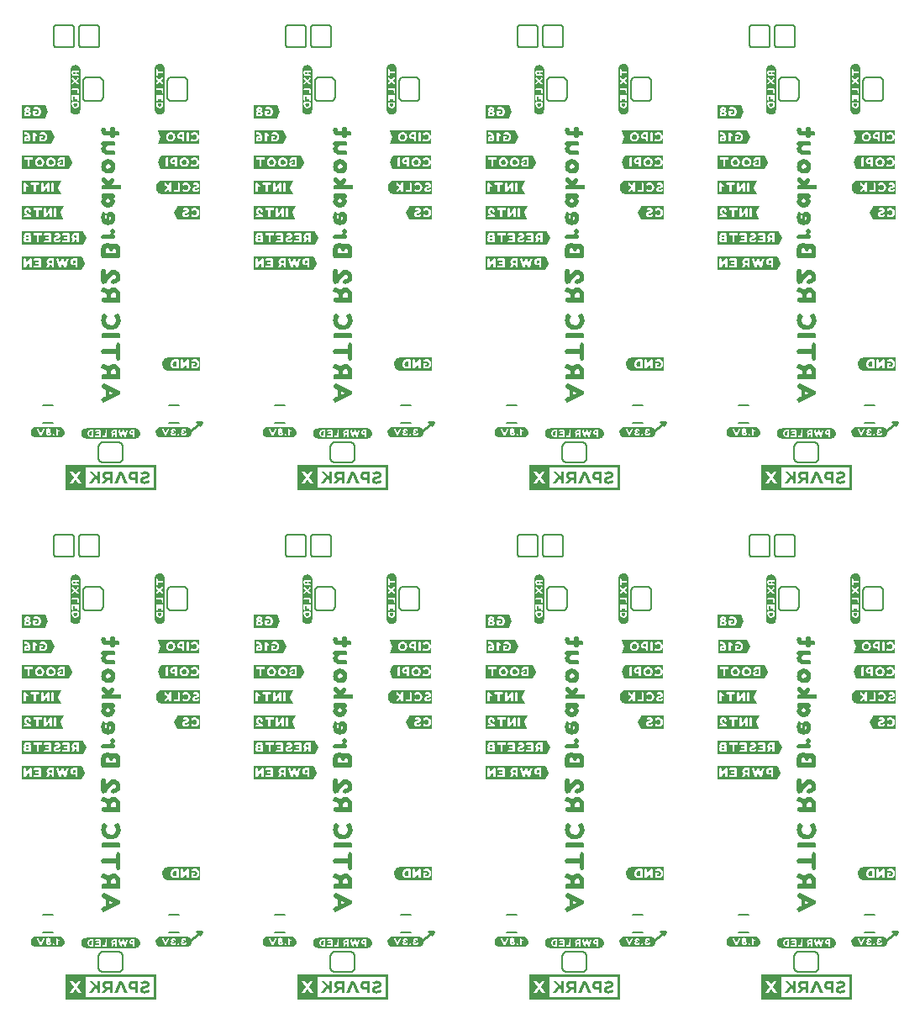
<source format=gbo>
G04 EAGLE Gerber RS-274X export*
G75*
%MOMM*%
%FSLAX34Y34*%
%LPD*%
%INSilkscreen Bottom*%
%IPPOS*%
%AMOC8*
5,1,8,0,0,1.08239X$1,22.5*%
G01*
%ADD10C,0.254000*%
%ADD11C,0.203200*%
%ADD12C,0.152400*%

G36*
X393747Y525811D02*
X393747Y525811D01*
X393742Y525819D01*
X393749Y525825D01*
X393749Y551135D01*
X393713Y551183D01*
X393706Y551177D01*
X393700Y551185D01*
X302260Y551185D01*
X302213Y551149D01*
X302218Y551141D01*
X302211Y551135D01*
X302211Y525825D01*
X302247Y525777D01*
X302254Y525783D01*
X302260Y525775D01*
X393700Y525775D01*
X393747Y525811D01*
G37*
G36*
X68567Y12697D02*
X68567Y12697D01*
X68574Y12703D01*
X68580Y12695D01*
X160020Y12695D01*
X160067Y12731D01*
X160062Y12739D01*
X160069Y12745D01*
X160069Y38055D01*
X160033Y38103D01*
X160026Y38097D01*
X160020Y38105D01*
X68580Y38105D01*
X68533Y38069D01*
X68538Y38061D01*
X68531Y38055D01*
X68531Y12745D01*
X68567Y12697D01*
G37*
G36*
X627427Y12731D02*
X627427Y12731D01*
X627422Y12739D01*
X627429Y12745D01*
X627429Y38055D01*
X627393Y38103D01*
X627386Y38097D01*
X627380Y38105D01*
X535940Y38105D01*
X535893Y38069D01*
X535898Y38061D01*
X535891Y38055D01*
X535891Y12745D01*
X535927Y12697D01*
X535934Y12703D01*
X535940Y12695D01*
X627380Y12695D01*
X627427Y12731D01*
G37*
G36*
X393747Y12731D02*
X393747Y12731D01*
X393742Y12739D01*
X393749Y12745D01*
X393749Y38055D01*
X393713Y38103D01*
X393706Y38097D01*
X393700Y38105D01*
X302260Y38105D01*
X302213Y38069D01*
X302218Y38061D01*
X302211Y38055D01*
X302211Y12745D01*
X302247Y12697D01*
X302254Y12703D01*
X302260Y12695D01*
X393700Y12695D01*
X393747Y12731D01*
G37*
G36*
X160067Y525811D02*
X160067Y525811D01*
X160062Y525819D01*
X160069Y525825D01*
X160069Y551135D01*
X160033Y551183D01*
X160026Y551177D01*
X160020Y551185D01*
X68580Y551185D01*
X68533Y551149D01*
X68538Y551141D01*
X68531Y551135D01*
X68531Y525825D01*
X68567Y525777D01*
X68574Y525783D01*
X68580Y525775D01*
X160020Y525775D01*
X160067Y525811D01*
G37*
G36*
X861107Y525811D02*
X861107Y525811D01*
X861102Y525819D01*
X861109Y525825D01*
X861109Y551135D01*
X861073Y551183D01*
X861066Y551177D01*
X861060Y551185D01*
X769620Y551185D01*
X769573Y551149D01*
X769578Y551141D01*
X769571Y551135D01*
X769571Y525825D01*
X769607Y525777D01*
X769614Y525783D01*
X769620Y525775D01*
X861060Y525775D01*
X861107Y525811D01*
G37*
G36*
X861107Y12731D02*
X861107Y12731D01*
X861102Y12739D01*
X861109Y12745D01*
X861109Y38055D01*
X861073Y38103D01*
X861066Y38097D01*
X861060Y38105D01*
X769620Y38105D01*
X769573Y38069D01*
X769578Y38061D01*
X769571Y38055D01*
X769571Y12745D01*
X769607Y12697D01*
X769614Y12703D01*
X769620Y12695D01*
X861060Y12695D01*
X861107Y12731D01*
G37*
G36*
X627427Y525811D02*
X627427Y525811D01*
X627422Y525819D01*
X627429Y525825D01*
X627429Y551135D01*
X627393Y551183D01*
X627386Y551177D01*
X627380Y551185D01*
X535940Y551185D01*
X535893Y551149D01*
X535898Y551141D01*
X535891Y551135D01*
X535891Y525825D01*
X535927Y525777D01*
X535934Y525783D01*
X535940Y525775D01*
X627380Y525775D01*
X627427Y525811D01*
G37*
%LPC*%
G36*
X556417Y15144D02*
X556417Y15144D01*
X556417Y35656D01*
X624981Y35656D01*
X624981Y15144D01*
X556417Y15144D01*
G37*
%LPD*%
%LPC*%
G36*
X790097Y15144D02*
X790097Y15144D01*
X790097Y35656D01*
X858661Y35656D01*
X858661Y15144D01*
X790097Y15144D01*
G37*
%LPD*%
%LPC*%
G36*
X157621Y35656D02*
X157621Y35656D01*
X157621Y15144D01*
X89057Y15144D01*
X89057Y35656D01*
X157621Y35656D01*
G37*
%LPD*%
%LPC*%
G36*
X89057Y528224D02*
X89057Y528224D01*
X89057Y548736D01*
X157621Y548736D01*
X157621Y528224D01*
X89057Y528224D01*
G37*
%LPD*%
%LPC*%
G36*
X322737Y15144D02*
X322737Y15144D01*
X322737Y35656D01*
X391301Y35656D01*
X391301Y15144D01*
X322737Y15144D01*
G37*
%LPD*%
%LPC*%
G36*
X556417Y528224D02*
X556417Y528224D01*
X556417Y548736D01*
X624981Y548736D01*
X624981Y528224D01*
X556417Y528224D01*
G37*
%LPD*%
%LPC*%
G36*
X322737Y528224D02*
X322737Y528224D01*
X322737Y548736D01*
X391301Y548736D01*
X391301Y528224D01*
X322737Y528224D01*
G37*
%LPD*%
%LPC*%
G36*
X790097Y528224D02*
X790097Y528224D01*
X790097Y548736D01*
X858661Y548736D01*
X858661Y528224D01*
X790097Y528224D01*
G37*
%LPD*%
G36*
X553450Y772942D02*
X553450Y772942D01*
X553460Y772938D01*
X553960Y773238D01*
X553968Y773256D01*
X553979Y773258D01*
X556979Y779358D01*
X556978Y779365D01*
X556983Y779369D01*
X556982Y779371D01*
X556984Y779372D01*
X557084Y779972D01*
X557074Y779991D01*
X557079Y780002D01*
X554079Y786102D01*
X554072Y786105D01*
X554073Y786111D01*
X553673Y786611D01*
X553644Y786618D01*
X553641Y786622D01*
X553640Y786622D01*
X553635Y786629D01*
X492835Y786629D01*
X492826Y786622D01*
X492822Y786622D01*
X492817Y786626D01*
X492317Y786426D01*
X492301Y786399D01*
X492288Y786389D01*
X492291Y786384D01*
X492286Y786380D01*
X492286Y773480D01*
X492290Y773474D01*
X492287Y773470D01*
X492387Y772970D01*
X492431Y772931D01*
X492433Y772933D01*
X492435Y772931D01*
X553435Y772931D01*
X553450Y772942D01*
G37*
G36*
X319770Y772942D02*
X319770Y772942D01*
X319780Y772938D01*
X320280Y773238D01*
X320288Y773256D01*
X320299Y773258D01*
X323299Y779358D01*
X323298Y779365D01*
X323303Y779369D01*
X323302Y779371D01*
X323304Y779372D01*
X323404Y779972D01*
X323394Y779991D01*
X323399Y780002D01*
X320399Y786102D01*
X320392Y786105D01*
X320393Y786111D01*
X319993Y786611D01*
X319964Y786618D01*
X319961Y786622D01*
X319960Y786622D01*
X319955Y786629D01*
X259155Y786629D01*
X259146Y786622D01*
X259142Y786622D01*
X259137Y786626D01*
X258637Y786426D01*
X258621Y786399D01*
X258608Y786389D01*
X258611Y786384D01*
X258606Y786380D01*
X258606Y773480D01*
X258610Y773474D01*
X258607Y773470D01*
X258707Y772970D01*
X258751Y772931D01*
X258753Y772933D01*
X258755Y772931D01*
X319755Y772931D01*
X319770Y772942D01*
G37*
G36*
X787130Y772942D02*
X787130Y772942D01*
X787140Y772938D01*
X787640Y773238D01*
X787648Y773256D01*
X787659Y773258D01*
X790659Y779358D01*
X790658Y779365D01*
X790663Y779369D01*
X790662Y779371D01*
X790664Y779372D01*
X790764Y779972D01*
X790754Y779991D01*
X790759Y780002D01*
X787759Y786102D01*
X787752Y786105D01*
X787753Y786111D01*
X787353Y786611D01*
X787324Y786618D01*
X787321Y786622D01*
X787320Y786622D01*
X787315Y786629D01*
X726515Y786629D01*
X726506Y786622D01*
X726502Y786622D01*
X726497Y786626D01*
X725997Y786426D01*
X725981Y786399D01*
X725968Y786389D01*
X725971Y786384D01*
X725966Y786380D01*
X725966Y773480D01*
X725970Y773474D01*
X725967Y773470D01*
X726067Y772970D01*
X726111Y772931D01*
X726113Y772933D01*
X726115Y772931D01*
X787115Y772931D01*
X787130Y772942D01*
G37*
G36*
X86090Y772942D02*
X86090Y772942D01*
X86100Y772938D01*
X86600Y773238D01*
X86608Y773256D01*
X86619Y773258D01*
X89619Y779358D01*
X89618Y779365D01*
X89623Y779369D01*
X89622Y779371D01*
X89624Y779372D01*
X89724Y779972D01*
X89714Y779991D01*
X89719Y780002D01*
X86719Y786102D01*
X86712Y786105D01*
X86713Y786111D01*
X86313Y786611D01*
X86284Y786618D01*
X86281Y786622D01*
X86280Y786622D01*
X86275Y786629D01*
X25475Y786629D01*
X25466Y786622D01*
X25462Y786622D01*
X25457Y786626D01*
X24957Y786426D01*
X24941Y786399D01*
X24928Y786389D01*
X24931Y786384D01*
X24926Y786380D01*
X24926Y773480D01*
X24930Y773474D01*
X24927Y773470D01*
X25027Y772970D01*
X25071Y772931D01*
X25073Y772933D01*
X25075Y772931D01*
X86075Y772931D01*
X86090Y772942D01*
G37*
G36*
X553450Y259862D02*
X553450Y259862D01*
X553460Y259858D01*
X553960Y260158D01*
X553968Y260176D01*
X553979Y260178D01*
X556979Y266278D01*
X556978Y266285D01*
X556983Y266289D01*
X556982Y266291D01*
X556984Y266292D01*
X557084Y266892D01*
X557074Y266911D01*
X557079Y266922D01*
X554079Y273022D01*
X554072Y273025D01*
X554073Y273031D01*
X553673Y273531D01*
X553644Y273538D01*
X553641Y273542D01*
X553640Y273542D01*
X553635Y273549D01*
X492835Y273549D01*
X492826Y273542D01*
X492822Y273542D01*
X492817Y273546D01*
X492317Y273346D01*
X492301Y273319D01*
X492288Y273309D01*
X492291Y273304D01*
X492286Y273300D01*
X492286Y260400D01*
X492290Y260394D01*
X492287Y260390D01*
X492387Y259890D01*
X492431Y259851D01*
X492433Y259853D01*
X492435Y259851D01*
X553435Y259851D01*
X553450Y259862D01*
G37*
G36*
X787130Y259862D02*
X787130Y259862D01*
X787140Y259858D01*
X787640Y260158D01*
X787648Y260176D01*
X787659Y260178D01*
X790659Y266278D01*
X790658Y266285D01*
X790663Y266289D01*
X790662Y266291D01*
X790664Y266292D01*
X790764Y266892D01*
X790754Y266911D01*
X790759Y266922D01*
X787759Y273022D01*
X787752Y273025D01*
X787753Y273031D01*
X787353Y273531D01*
X787324Y273538D01*
X787321Y273542D01*
X787320Y273542D01*
X787315Y273549D01*
X726515Y273549D01*
X726506Y273542D01*
X726502Y273542D01*
X726497Y273546D01*
X725997Y273346D01*
X725981Y273319D01*
X725968Y273309D01*
X725971Y273304D01*
X725966Y273300D01*
X725966Y260400D01*
X725970Y260394D01*
X725967Y260390D01*
X726067Y259890D01*
X726111Y259851D01*
X726113Y259853D01*
X726115Y259851D01*
X787115Y259851D01*
X787130Y259862D01*
G37*
G36*
X319770Y259862D02*
X319770Y259862D01*
X319780Y259858D01*
X320280Y260158D01*
X320288Y260176D01*
X320299Y260178D01*
X323299Y266278D01*
X323298Y266285D01*
X323303Y266289D01*
X323302Y266291D01*
X323304Y266292D01*
X323404Y266892D01*
X323394Y266911D01*
X323399Y266922D01*
X320399Y273022D01*
X320392Y273025D01*
X320393Y273031D01*
X319993Y273531D01*
X319964Y273538D01*
X319961Y273542D01*
X319960Y273542D01*
X319955Y273549D01*
X259155Y273549D01*
X259146Y273542D01*
X259142Y273542D01*
X259137Y273546D01*
X258637Y273346D01*
X258621Y273319D01*
X258608Y273309D01*
X258611Y273304D01*
X258606Y273300D01*
X258606Y260400D01*
X258610Y260394D01*
X258607Y260390D01*
X258707Y259890D01*
X258751Y259851D01*
X258753Y259853D01*
X258755Y259851D01*
X319755Y259851D01*
X319770Y259862D01*
G37*
G36*
X86090Y259862D02*
X86090Y259862D01*
X86100Y259858D01*
X86600Y260158D01*
X86608Y260176D01*
X86619Y260178D01*
X89619Y266278D01*
X89618Y266285D01*
X89623Y266289D01*
X89622Y266291D01*
X89624Y266292D01*
X89724Y266892D01*
X89714Y266911D01*
X89719Y266922D01*
X86719Y273022D01*
X86712Y273025D01*
X86713Y273031D01*
X86313Y273531D01*
X86284Y273538D01*
X86281Y273542D01*
X86280Y273542D01*
X86275Y273549D01*
X25475Y273549D01*
X25466Y273542D01*
X25462Y273542D01*
X25457Y273546D01*
X24957Y273346D01*
X24941Y273319D01*
X24928Y273309D01*
X24931Y273304D01*
X24926Y273300D01*
X24926Y260400D01*
X24930Y260394D01*
X24927Y260390D01*
X25027Y259890D01*
X25071Y259851D01*
X25073Y259853D01*
X25075Y259851D01*
X86075Y259851D01*
X86090Y259862D01*
G37*
G36*
X552115Y747542D02*
X552115Y747542D01*
X552125Y747538D01*
X552625Y747838D01*
X552633Y747856D01*
X552644Y747858D01*
X555644Y753858D01*
X555643Y753865D01*
X555647Y753866D01*
X555677Y753969D01*
X555691Y754018D01*
X555733Y754166D01*
X555775Y754314D01*
X555789Y754363D01*
X555831Y754511D01*
X555832Y754511D01*
X555831Y754511D01*
X555847Y754566D01*
X555838Y754591D01*
X555844Y754603D01*
X552744Y760602D01*
X552444Y761202D01*
X552407Y761221D01*
X552400Y761229D01*
X492900Y761229D01*
X492891Y761222D01*
X492884Y761227D01*
X492284Y761027D01*
X492266Y760999D01*
X492253Y760989D01*
X492256Y760985D01*
X492254Y760983D01*
X492251Y760980D01*
X492251Y748180D01*
X492258Y748171D01*
X492253Y748164D01*
X492453Y747564D01*
X492497Y747534D01*
X492500Y747531D01*
X552100Y747531D01*
X552115Y747542D01*
G37*
G36*
X785795Y747542D02*
X785795Y747542D01*
X785805Y747538D01*
X786305Y747838D01*
X786313Y747856D01*
X786324Y747858D01*
X789324Y753858D01*
X789323Y753865D01*
X789327Y753866D01*
X789357Y753969D01*
X789371Y754018D01*
X789413Y754166D01*
X789455Y754314D01*
X789469Y754363D01*
X789511Y754511D01*
X789512Y754511D01*
X789511Y754511D01*
X789527Y754566D01*
X789518Y754591D01*
X789524Y754603D01*
X786424Y760602D01*
X786124Y761202D01*
X786087Y761221D01*
X786080Y761229D01*
X726580Y761229D01*
X726571Y761222D01*
X726564Y761227D01*
X725964Y761027D01*
X725946Y760999D01*
X725933Y760989D01*
X725936Y760985D01*
X725934Y760983D01*
X725931Y760980D01*
X725931Y748180D01*
X725938Y748171D01*
X725933Y748164D01*
X726133Y747564D01*
X726177Y747534D01*
X726180Y747531D01*
X785780Y747531D01*
X785795Y747542D01*
G37*
G36*
X84755Y747542D02*
X84755Y747542D01*
X84765Y747538D01*
X85265Y747838D01*
X85273Y747856D01*
X85284Y747858D01*
X88284Y753858D01*
X88283Y753865D01*
X88287Y753866D01*
X88317Y753969D01*
X88331Y754018D01*
X88373Y754166D01*
X88415Y754314D01*
X88429Y754363D01*
X88471Y754511D01*
X88472Y754511D01*
X88471Y754511D01*
X88487Y754566D01*
X88478Y754591D01*
X88484Y754603D01*
X85384Y760602D01*
X85084Y761202D01*
X85047Y761221D01*
X85040Y761229D01*
X25540Y761229D01*
X25531Y761222D01*
X25524Y761227D01*
X24924Y761027D01*
X24906Y760999D01*
X24893Y760989D01*
X24896Y760985D01*
X24894Y760983D01*
X24891Y760980D01*
X24891Y748180D01*
X24898Y748171D01*
X24893Y748164D01*
X25093Y747564D01*
X25137Y747534D01*
X25140Y747531D01*
X84740Y747531D01*
X84755Y747542D01*
G37*
G36*
X318435Y747542D02*
X318435Y747542D01*
X318445Y747538D01*
X318945Y747838D01*
X318953Y747856D01*
X318964Y747858D01*
X321964Y753858D01*
X321963Y753865D01*
X321967Y753866D01*
X321997Y753969D01*
X322011Y754018D01*
X322053Y754166D01*
X322095Y754314D01*
X322109Y754363D01*
X322151Y754511D01*
X322152Y754511D01*
X322151Y754511D01*
X322167Y754566D01*
X322158Y754591D01*
X322164Y754603D01*
X319064Y760602D01*
X318764Y761202D01*
X318727Y761221D01*
X318720Y761229D01*
X259220Y761229D01*
X259211Y761222D01*
X259204Y761227D01*
X258604Y761027D01*
X258586Y760999D01*
X258573Y760989D01*
X258576Y760985D01*
X258574Y760983D01*
X258571Y760980D01*
X258571Y748180D01*
X258578Y748171D01*
X258573Y748164D01*
X258773Y747564D01*
X258817Y747534D01*
X258820Y747531D01*
X318420Y747531D01*
X318435Y747542D01*
G37*
G36*
X318435Y234462D02*
X318435Y234462D01*
X318445Y234458D01*
X318945Y234758D01*
X318953Y234776D01*
X318964Y234778D01*
X321964Y240778D01*
X321963Y240785D01*
X321967Y240786D01*
X321969Y240791D01*
X322011Y240938D01*
X322025Y240988D01*
X322067Y241135D01*
X322109Y241283D01*
X322123Y241332D01*
X322166Y241480D01*
X322167Y241486D01*
X322158Y241511D01*
X322164Y241523D01*
X319064Y247522D01*
X318764Y248122D01*
X318727Y248141D01*
X318720Y248149D01*
X259220Y248149D01*
X259211Y248142D01*
X259204Y248147D01*
X258604Y247947D01*
X258586Y247919D01*
X258573Y247909D01*
X258576Y247905D01*
X258574Y247903D01*
X258571Y247900D01*
X258571Y235100D01*
X258578Y235091D01*
X258573Y235084D01*
X258773Y234484D01*
X258817Y234454D01*
X258820Y234451D01*
X318420Y234451D01*
X318435Y234462D01*
G37*
G36*
X84755Y234462D02*
X84755Y234462D01*
X84765Y234458D01*
X85265Y234758D01*
X85273Y234776D01*
X85284Y234778D01*
X88284Y240778D01*
X88283Y240785D01*
X88287Y240786D01*
X88289Y240791D01*
X88331Y240938D01*
X88345Y240988D01*
X88387Y241135D01*
X88429Y241283D01*
X88443Y241332D01*
X88486Y241480D01*
X88487Y241486D01*
X88478Y241511D01*
X88484Y241523D01*
X85384Y247522D01*
X85084Y248122D01*
X85047Y248141D01*
X85040Y248149D01*
X25540Y248149D01*
X25531Y248142D01*
X25524Y248147D01*
X24924Y247947D01*
X24906Y247919D01*
X24893Y247909D01*
X24896Y247905D01*
X24894Y247903D01*
X24891Y247900D01*
X24891Y235100D01*
X24898Y235091D01*
X24893Y235084D01*
X25093Y234484D01*
X25137Y234454D01*
X25140Y234451D01*
X84740Y234451D01*
X84755Y234462D01*
G37*
G36*
X785795Y234462D02*
X785795Y234462D01*
X785805Y234458D01*
X786305Y234758D01*
X786313Y234776D01*
X786324Y234778D01*
X789324Y240778D01*
X789323Y240785D01*
X789327Y240786D01*
X789329Y240791D01*
X789371Y240938D01*
X789385Y240988D01*
X789427Y241135D01*
X789469Y241283D01*
X789483Y241332D01*
X789526Y241480D01*
X789527Y241486D01*
X789518Y241511D01*
X789524Y241523D01*
X786424Y247522D01*
X786124Y248122D01*
X786087Y248141D01*
X786080Y248149D01*
X726580Y248149D01*
X726571Y248142D01*
X726564Y248147D01*
X725964Y247947D01*
X725946Y247919D01*
X725933Y247909D01*
X725936Y247905D01*
X725934Y247903D01*
X725931Y247900D01*
X725931Y235100D01*
X725938Y235091D01*
X725933Y235084D01*
X726133Y234484D01*
X726177Y234454D01*
X726180Y234451D01*
X785780Y234451D01*
X785795Y234462D01*
G37*
G36*
X552115Y234462D02*
X552115Y234462D01*
X552125Y234458D01*
X552625Y234758D01*
X552633Y234776D01*
X552644Y234778D01*
X555644Y240778D01*
X555643Y240785D01*
X555647Y240786D01*
X555649Y240791D01*
X555691Y240938D01*
X555705Y240988D01*
X555747Y241135D01*
X555789Y241283D01*
X555803Y241332D01*
X555846Y241480D01*
X555847Y241486D01*
X555838Y241511D01*
X555844Y241523D01*
X552744Y247522D01*
X552444Y248122D01*
X552407Y248141D01*
X552400Y248149D01*
X492900Y248149D01*
X492891Y248142D01*
X492884Y248147D01*
X492284Y247947D01*
X492266Y247919D01*
X492253Y247909D01*
X492256Y247905D01*
X492254Y247903D01*
X492251Y247900D01*
X492251Y235100D01*
X492258Y235091D01*
X492253Y235084D01*
X492453Y234484D01*
X492497Y234454D01*
X492500Y234451D01*
X552100Y234451D01*
X552115Y234462D01*
G37*
G36*
X71599Y336058D02*
X71599Y336058D01*
X71606Y336053D01*
X72206Y336253D01*
X72221Y336275D01*
X72234Y336277D01*
X75334Y342277D01*
X75333Y342283D01*
X75337Y342284D01*
X75537Y342884D01*
X75528Y342910D01*
X75534Y342922D01*
X72234Y349622D01*
X72204Y349637D01*
X72198Y349649D01*
X71598Y349749D01*
X71593Y349746D01*
X71590Y349749D01*
X25490Y349749D01*
X25464Y349730D01*
X25451Y349730D01*
X25151Y349330D01*
X25151Y349318D01*
X25144Y349312D01*
X25151Y349303D01*
X25151Y349270D01*
X25156Y349270D01*
X25155Y349265D01*
X25180Y349241D01*
X25165Y349242D01*
X25162Y349216D01*
X25141Y349200D01*
X25141Y336400D01*
X25160Y336374D01*
X25160Y336361D01*
X25560Y336061D01*
X25582Y336061D01*
X25590Y336051D01*
X71590Y336051D01*
X71599Y336058D01*
G37*
G36*
X71599Y849138D02*
X71599Y849138D01*
X71606Y849133D01*
X72206Y849333D01*
X72221Y849355D01*
X72234Y849357D01*
X75334Y855357D01*
X75333Y855363D01*
X75337Y855364D01*
X75537Y855964D01*
X75528Y855990D01*
X75534Y856002D01*
X72234Y862702D01*
X72204Y862717D01*
X72198Y862729D01*
X71598Y862829D01*
X71593Y862826D01*
X71590Y862829D01*
X25490Y862829D01*
X25464Y862810D01*
X25451Y862810D01*
X25151Y862410D01*
X25151Y862398D01*
X25144Y862392D01*
X25151Y862383D01*
X25151Y862350D01*
X25156Y862350D01*
X25155Y862345D01*
X25180Y862321D01*
X25165Y862322D01*
X25162Y862296D01*
X25141Y862280D01*
X25141Y849480D01*
X25160Y849454D01*
X25160Y849441D01*
X25560Y849141D01*
X25582Y849141D01*
X25590Y849131D01*
X71590Y849131D01*
X71599Y849138D01*
G37*
G36*
X538959Y336058D02*
X538959Y336058D01*
X538966Y336053D01*
X539566Y336253D01*
X539581Y336275D01*
X539594Y336277D01*
X542694Y342277D01*
X542693Y342283D01*
X542697Y342284D01*
X542897Y342884D01*
X542888Y342910D01*
X542894Y342922D01*
X539594Y349622D01*
X539564Y349637D01*
X539558Y349649D01*
X538958Y349749D01*
X538953Y349746D01*
X538950Y349749D01*
X492850Y349749D01*
X492824Y349730D01*
X492811Y349730D01*
X492511Y349330D01*
X492511Y349318D01*
X492504Y349312D01*
X492511Y349303D01*
X492511Y349270D01*
X492516Y349270D01*
X492515Y349265D01*
X492540Y349241D01*
X492525Y349242D01*
X492522Y349216D01*
X492501Y349200D01*
X492501Y336400D01*
X492520Y336374D01*
X492520Y336361D01*
X492920Y336061D01*
X492942Y336061D01*
X492950Y336051D01*
X538950Y336051D01*
X538959Y336058D01*
G37*
G36*
X538959Y849138D02*
X538959Y849138D01*
X538966Y849133D01*
X539566Y849333D01*
X539581Y849355D01*
X539594Y849357D01*
X542694Y855357D01*
X542693Y855363D01*
X542697Y855364D01*
X542897Y855964D01*
X542888Y855990D01*
X542894Y856002D01*
X539594Y862702D01*
X539564Y862717D01*
X539558Y862729D01*
X538958Y862829D01*
X538953Y862826D01*
X538950Y862829D01*
X492850Y862829D01*
X492824Y862810D01*
X492811Y862810D01*
X492511Y862410D01*
X492511Y862398D01*
X492504Y862392D01*
X492511Y862383D01*
X492511Y862350D01*
X492516Y862350D01*
X492515Y862345D01*
X492540Y862321D01*
X492525Y862322D01*
X492522Y862296D01*
X492501Y862280D01*
X492501Y849480D01*
X492520Y849454D01*
X492520Y849441D01*
X492920Y849141D01*
X492942Y849141D01*
X492950Y849131D01*
X538950Y849131D01*
X538959Y849138D01*
G37*
G36*
X305279Y336058D02*
X305279Y336058D01*
X305286Y336053D01*
X305886Y336253D01*
X305901Y336275D01*
X305914Y336277D01*
X309014Y342277D01*
X309013Y342283D01*
X309017Y342284D01*
X309217Y342884D01*
X309208Y342910D01*
X309214Y342922D01*
X305914Y349622D01*
X305884Y349637D01*
X305878Y349649D01*
X305278Y349749D01*
X305273Y349746D01*
X305270Y349749D01*
X259170Y349749D01*
X259144Y349730D01*
X259131Y349730D01*
X258831Y349330D01*
X258831Y349318D01*
X258824Y349312D01*
X258831Y349303D01*
X258831Y349270D01*
X258836Y349270D01*
X258835Y349265D01*
X258860Y349241D01*
X258845Y349242D01*
X258842Y349216D01*
X258821Y349200D01*
X258821Y336400D01*
X258840Y336374D01*
X258840Y336361D01*
X259240Y336061D01*
X259262Y336061D01*
X259270Y336051D01*
X305270Y336051D01*
X305279Y336058D01*
G37*
G36*
X772639Y849138D02*
X772639Y849138D01*
X772646Y849133D01*
X773246Y849333D01*
X773261Y849355D01*
X773274Y849357D01*
X776374Y855357D01*
X776373Y855363D01*
X776377Y855364D01*
X776577Y855964D01*
X776568Y855990D01*
X776574Y856002D01*
X773274Y862702D01*
X773244Y862717D01*
X773238Y862729D01*
X772638Y862829D01*
X772633Y862826D01*
X772630Y862829D01*
X726530Y862829D01*
X726504Y862810D01*
X726491Y862810D01*
X726191Y862410D01*
X726191Y862398D01*
X726184Y862392D01*
X726191Y862383D01*
X726191Y862350D01*
X726196Y862350D01*
X726195Y862345D01*
X726220Y862321D01*
X726205Y862322D01*
X726202Y862296D01*
X726181Y862280D01*
X726181Y849480D01*
X726200Y849454D01*
X726200Y849441D01*
X726600Y849141D01*
X726622Y849141D01*
X726630Y849131D01*
X772630Y849131D01*
X772639Y849138D01*
G37*
G36*
X772639Y336058D02*
X772639Y336058D01*
X772646Y336053D01*
X773246Y336253D01*
X773261Y336275D01*
X773274Y336277D01*
X776374Y342277D01*
X776373Y342283D01*
X776377Y342284D01*
X776577Y342884D01*
X776568Y342910D01*
X776574Y342922D01*
X773274Y349622D01*
X773244Y349637D01*
X773238Y349649D01*
X772638Y349749D01*
X772633Y349746D01*
X772630Y349749D01*
X726530Y349749D01*
X726504Y349730D01*
X726491Y349730D01*
X726191Y349330D01*
X726191Y349318D01*
X726184Y349312D01*
X726191Y349303D01*
X726191Y349270D01*
X726196Y349270D01*
X726195Y349265D01*
X726220Y349241D01*
X726205Y349242D01*
X726202Y349216D01*
X726181Y349200D01*
X726181Y336400D01*
X726200Y336374D01*
X726200Y336361D01*
X726600Y336061D01*
X726622Y336061D01*
X726630Y336051D01*
X772630Y336051D01*
X772639Y336058D01*
G37*
G36*
X305279Y849138D02*
X305279Y849138D01*
X305286Y849133D01*
X305886Y849333D01*
X305901Y849355D01*
X305914Y849357D01*
X309014Y855357D01*
X309013Y855363D01*
X309017Y855364D01*
X309217Y855964D01*
X309208Y855990D01*
X309214Y856002D01*
X305914Y862702D01*
X305884Y862717D01*
X305878Y862729D01*
X305278Y862829D01*
X305273Y862826D01*
X305270Y862829D01*
X259170Y862829D01*
X259144Y862810D01*
X259131Y862810D01*
X258831Y862410D01*
X258831Y862398D01*
X258824Y862392D01*
X258831Y862383D01*
X258831Y862350D01*
X258836Y862350D01*
X258835Y862345D01*
X258860Y862321D01*
X258845Y862322D01*
X258842Y862296D01*
X258821Y862280D01*
X258821Y849480D01*
X258840Y849454D01*
X258840Y849441D01*
X259240Y849141D01*
X259262Y849141D01*
X259270Y849131D01*
X305270Y849131D01*
X305279Y849138D01*
G37*
G36*
X139406Y577785D02*
X139406Y577785D01*
X139410Y577782D01*
X140410Y577982D01*
X140416Y577989D01*
X140422Y577986D01*
X140820Y578185D01*
X141318Y578384D01*
X141323Y578392D01*
X141330Y578391D01*
X142130Y578991D01*
X142131Y578996D01*
X142135Y578995D01*
X142835Y579695D01*
X142836Y579704D01*
X142842Y579705D01*
X143141Y580202D01*
X143439Y580600D01*
X143439Y580610D01*
X143446Y580612D01*
X143645Y581110D01*
X143844Y581508D01*
X143844Y581510D01*
X143843Y581512D01*
X143842Y581517D01*
X143848Y581520D01*
X143948Y582020D01*
X143945Y582027D01*
X143949Y582030D01*
X143949Y583630D01*
X143945Y583636D01*
X143948Y583640D01*
X143848Y584140D01*
X143847Y584141D01*
X143848Y584142D01*
X143748Y584542D01*
X143744Y584545D01*
X143746Y584548D01*
X143546Y585048D01*
X143541Y585051D01*
X143542Y585055D01*
X143243Y585553D01*
X143044Y585952D01*
X143038Y585955D01*
X143039Y585960D01*
X142739Y586360D01*
X142730Y586362D01*
X142730Y586369D01*
X142332Y586667D01*
X141935Y587065D01*
X141930Y587066D01*
X141930Y587069D01*
X141530Y587369D01*
X141520Y587369D01*
X141518Y587376D01*
X141020Y587575D01*
X140622Y587774D01*
X140613Y587772D01*
X140610Y587778D01*
X139110Y588078D01*
X139103Y588075D01*
X139100Y588079D01*
X138900Y588079D01*
X138873Y588059D01*
X138860Y588059D01*
X138839Y588030D01*
X138838Y588062D01*
X138814Y588060D01*
X138800Y588079D01*
X89600Y588079D01*
X89594Y588075D01*
X89590Y588078D01*
X89095Y587979D01*
X88600Y587979D01*
X88595Y587976D01*
X88591Y587976D01*
X88587Y587973D01*
X88582Y587976D01*
X88082Y587776D01*
X88080Y587773D01*
X88078Y587774D01*
X87680Y587575D01*
X87182Y587376D01*
X87177Y587368D01*
X87170Y587369D01*
X85970Y586469D01*
X85968Y586460D01*
X85961Y586460D01*
X85361Y585660D01*
X85361Y585650D01*
X85354Y585648D01*
X84955Y584650D01*
X84756Y584252D01*
X84757Y584248D01*
X84754Y584246D01*
X84757Y584242D01*
X84752Y584240D01*
X84652Y583740D01*
X84655Y583733D01*
X84651Y583730D01*
X84651Y582130D01*
X84655Y582124D01*
X84652Y582120D01*
X84752Y581620D01*
X84759Y581614D01*
X84756Y581608D01*
X84955Y581210D01*
X85354Y580212D01*
X85362Y580207D01*
X85361Y580200D01*
X85961Y579400D01*
X85970Y579398D01*
X85970Y579391D01*
X87170Y578491D01*
X87180Y578491D01*
X87182Y578484D01*
X87680Y578285D01*
X88078Y578086D01*
X88081Y578087D01*
X88082Y578084D01*
X88582Y577884D01*
X88595Y577888D01*
X88600Y577881D01*
X89095Y577881D01*
X89590Y577782D01*
X89597Y577785D01*
X89600Y577781D01*
X139400Y577781D01*
X139406Y577785D01*
G37*
G36*
X373086Y577785D02*
X373086Y577785D01*
X373090Y577782D01*
X374090Y577982D01*
X374096Y577989D01*
X374102Y577986D01*
X374500Y578185D01*
X374998Y578384D01*
X375003Y578392D01*
X375010Y578391D01*
X375810Y578991D01*
X375811Y578996D01*
X375815Y578995D01*
X376515Y579695D01*
X376516Y579704D01*
X376522Y579705D01*
X376821Y580202D01*
X377119Y580600D01*
X377119Y580610D01*
X377126Y580612D01*
X377325Y581110D01*
X377524Y581508D01*
X377524Y581510D01*
X377523Y581512D01*
X377522Y581517D01*
X377528Y581520D01*
X377628Y582020D01*
X377625Y582027D01*
X377629Y582030D01*
X377629Y583630D01*
X377625Y583636D01*
X377628Y583640D01*
X377528Y584140D01*
X377527Y584141D01*
X377528Y584142D01*
X377428Y584542D01*
X377424Y584545D01*
X377426Y584548D01*
X377226Y585048D01*
X377221Y585051D01*
X377222Y585055D01*
X376923Y585553D01*
X376724Y585952D01*
X376718Y585955D01*
X376719Y585960D01*
X376419Y586360D01*
X376410Y586362D01*
X376410Y586369D01*
X376012Y586667D01*
X375615Y587065D01*
X375610Y587066D01*
X375610Y587069D01*
X375210Y587369D01*
X375200Y587369D01*
X375198Y587376D01*
X374700Y587575D01*
X374302Y587774D01*
X374293Y587772D01*
X374290Y587778D01*
X372790Y588078D01*
X372783Y588075D01*
X372780Y588079D01*
X372580Y588079D01*
X372553Y588059D01*
X372540Y588059D01*
X372519Y588030D01*
X372518Y588062D01*
X372494Y588060D01*
X372480Y588079D01*
X323280Y588079D01*
X323274Y588075D01*
X323270Y588078D01*
X322775Y587979D01*
X322280Y587979D01*
X322275Y587976D01*
X322271Y587976D01*
X322267Y587973D01*
X322262Y587976D01*
X321762Y587776D01*
X321760Y587773D01*
X321758Y587774D01*
X321360Y587575D01*
X320862Y587376D01*
X320857Y587368D01*
X320850Y587369D01*
X319650Y586469D01*
X319648Y586460D01*
X319641Y586460D01*
X319041Y585660D01*
X319041Y585650D01*
X319034Y585648D01*
X318635Y584650D01*
X318436Y584252D01*
X318437Y584248D01*
X318434Y584246D01*
X318437Y584242D01*
X318432Y584240D01*
X318332Y583740D01*
X318335Y583733D01*
X318331Y583730D01*
X318331Y582130D01*
X318335Y582124D01*
X318332Y582120D01*
X318432Y581620D01*
X318439Y581614D01*
X318436Y581608D01*
X318635Y581210D01*
X319034Y580212D01*
X319042Y580207D01*
X319041Y580200D01*
X319641Y579400D01*
X319650Y579398D01*
X319650Y579391D01*
X320850Y578491D01*
X320860Y578491D01*
X320862Y578484D01*
X321360Y578285D01*
X321758Y578086D01*
X321761Y578087D01*
X321762Y578084D01*
X322262Y577884D01*
X322275Y577888D01*
X322280Y577881D01*
X322775Y577881D01*
X323270Y577782D01*
X323277Y577785D01*
X323280Y577781D01*
X373080Y577781D01*
X373086Y577785D01*
G37*
G36*
X840446Y577785D02*
X840446Y577785D01*
X840450Y577782D01*
X841450Y577982D01*
X841456Y577989D01*
X841462Y577986D01*
X841860Y578185D01*
X842358Y578384D01*
X842363Y578392D01*
X842370Y578391D01*
X843170Y578991D01*
X843171Y578996D01*
X843175Y578995D01*
X843875Y579695D01*
X843876Y579704D01*
X843882Y579705D01*
X844181Y580202D01*
X844479Y580600D01*
X844479Y580610D01*
X844486Y580612D01*
X844685Y581110D01*
X844884Y581508D01*
X844884Y581510D01*
X844883Y581512D01*
X844882Y581517D01*
X844888Y581520D01*
X844988Y582020D01*
X844985Y582027D01*
X844989Y582030D01*
X844989Y583630D01*
X844985Y583636D01*
X844988Y583640D01*
X844888Y584140D01*
X844887Y584141D01*
X844888Y584142D01*
X844788Y584542D01*
X844784Y584545D01*
X844786Y584548D01*
X844586Y585048D01*
X844581Y585051D01*
X844582Y585055D01*
X844283Y585553D01*
X844084Y585952D01*
X844078Y585955D01*
X844079Y585960D01*
X843779Y586360D01*
X843770Y586362D01*
X843770Y586369D01*
X843372Y586667D01*
X842975Y587065D01*
X842970Y587066D01*
X842970Y587069D01*
X842570Y587369D01*
X842560Y587369D01*
X842558Y587376D01*
X842060Y587575D01*
X841662Y587774D01*
X841653Y587772D01*
X841650Y587778D01*
X840150Y588078D01*
X840143Y588075D01*
X840140Y588079D01*
X839940Y588079D01*
X839913Y588059D01*
X839900Y588059D01*
X839879Y588030D01*
X839878Y588062D01*
X839854Y588060D01*
X839840Y588079D01*
X790640Y588079D01*
X790634Y588075D01*
X790630Y588078D01*
X790135Y587979D01*
X789640Y587979D01*
X789635Y587976D01*
X789631Y587976D01*
X789627Y587973D01*
X789622Y587976D01*
X789122Y587776D01*
X789120Y587773D01*
X789118Y587774D01*
X788720Y587575D01*
X788222Y587376D01*
X788217Y587368D01*
X788210Y587369D01*
X787010Y586469D01*
X787008Y586460D01*
X787001Y586460D01*
X786401Y585660D01*
X786401Y585650D01*
X786394Y585648D01*
X785995Y584650D01*
X785796Y584252D01*
X785797Y584248D01*
X785794Y584246D01*
X785797Y584242D01*
X785792Y584240D01*
X785692Y583740D01*
X785695Y583733D01*
X785691Y583730D01*
X785691Y582130D01*
X785695Y582124D01*
X785692Y582120D01*
X785792Y581620D01*
X785799Y581614D01*
X785796Y581608D01*
X785995Y581210D01*
X786394Y580212D01*
X786402Y580207D01*
X786401Y580200D01*
X787001Y579400D01*
X787010Y579398D01*
X787010Y579391D01*
X788210Y578491D01*
X788220Y578491D01*
X788222Y578484D01*
X788720Y578285D01*
X789118Y578086D01*
X789121Y578087D01*
X789122Y578084D01*
X789622Y577884D01*
X789635Y577888D01*
X789640Y577881D01*
X790135Y577881D01*
X790630Y577782D01*
X790637Y577785D01*
X790640Y577781D01*
X840440Y577781D01*
X840446Y577785D01*
G37*
G36*
X606766Y64705D02*
X606766Y64705D01*
X606770Y64702D01*
X607770Y64902D01*
X607776Y64909D01*
X607782Y64906D01*
X608180Y65105D01*
X608678Y65304D01*
X608683Y65312D01*
X608690Y65311D01*
X609490Y65911D01*
X609491Y65916D01*
X609495Y65915D01*
X610195Y66615D01*
X610196Y66624D01*
X610202Y66625D01*
X610501Y67122D01*
X610799Y67520D01*
X610799Y67530D01*
X610806Y67532D01*
X611005Y68030D01*
X611204Y68428D01*
X611204Y68430D01*
X611203Y68432D01*
X611202Y68437D01*
X611208Y68440D01*
X611308Y68940D01*
X611305Y68947D01*
X611309Y68950D01*
X611309Y70550D01*
X611305Y70556D01*
X611308Y70560D01*
X611208Y71060D01*
X611207Y71061D01*
X611208Y71062D01*
X611108Y71462D01*
X611104Y71465D01*
X611106Y71468D01*
X610906Y71968D01*
X610901Y71971D01*
X610902Y71975D01*
X610603Y72473D01*
X610404Y72872D01*
X610398Y72875D01*
X610399Y72880D01*
X610099Y73280D01*
X610090Y73282D01*
X610090Y73289D01*
X609692Y73587D01*
X609295Y73985D01*
X609290Y73986D01*
X609290Y73989D01*
X608890Y74289D01*
X608880Y74289D01*
X608878Y74296D01*
X608380Y74495D01*
X607982Y74694D01*
X607973Y74692D01*
X607970Y74698D01*
X606470Y74998D01*
X606463Y74995D01*
X606460Y74999D01*
X606260Y74999D01*
X606233Y74979D01*
X606220Y74979D01*
X606199Y74950D01*
X606198Y74982D01*
X606174Y74980D01*
X606160Y74999D01*
X556960Y74999D01*
X556954Y74995D01*
X556950Y74998D01*
X556455Y74899D01*
X555960Y74899D01*
X555955Y74896D01*
X555951Y74896D01*
X555947Y74893D01*
X555942Y74896D01*
X555442Y74696D01*
X555440Y74693D01*
X555438Y74694D01*
X555040Y74495D01*
X554542Y74296D01*
X554537Y74288D01*
X554530Y74289D01*
X553330Y73389D01*
X553328Y73380D01*
X553321Y73380D01*
X552721Y72580D01*
X552721Y72570D01*
X552714Y72568D01*
X552315Y71570D01*
X552116Y71172D01*
X552117Y71168D01*
X552114Y71166D01*
X552117Y71162D01*
X552112Y71160D01*
X552012Y70660D01*
X552015Y70653D01*
X552011Y70650D01*
X552011Y69050D01*
X552015Y69044D01*
X552012Y69040D01*
X552112Y68540D01*
X552119Y68534D01*
X552116Y68528D01*
X552315Y68130D01*
X552714Y67132D01*
X552722Y67127D01*
X552721Y67120D01*
X553321Y66320D01*
X553330Y66318D01*
X553330Y66311D01*
X554530Y65411D01*
X554540Y65411D01*
X554542Y65404D01*
X555040Y65205D01*
X555438Y65006D01*
X555441Y65007D01*
X555442Y65004D01*
X555942Y64804D01*
X555955Y64808D01*
X555960Y64801D01*
X556455Y64801D01*
X556950Y64702D01*
X556957Y64705D01*
X556960Y64701D01*
X606760Y64701D01*
X606766Y64705D01*
G37*
G36*
X606766Y577785D02*
X606766Y577785D01*
X606770Y577782D01*
X607770Y577982D01*
X607776Y577989D01*
X607782Y577986D01*
X608180Y578185D01*
X608678Y578384D01*
X608683Y578392D01*
X608690Y578391D01*
X609490Y578991D01*
X609491Y578996D01*
X609495Y578995D01*
X610195Y579695D01*
X610196Y579704D01*
X610202Y579705D01*
X610501Y580202D01*
X610799Y580600D01*
X610799Y580610D01*
X610806Y580612D01*
X611005Y581110D01*
X611204Y581508D01*
X611204Y581510D01*
X611203Y581512D01*
X611202Y581517D01*
X611208Y581520D01*
X611308Y582020D01*
X611305Y582027D01*
X611309Y582030D01*
X611309Y583630D01*
X611305Y583636D01*
X611308Y583640D01*
X611208Y584140D01*
X611207Y584141D01*
X611208Y584142D01*
X611108Y584542D01*
X611104Y584545D01*
X611106Y584548D01*
X610906Y585048D01*
X610901Y585051D01*
X610902Y585055D01*
X610603Y585553D01*
X610404Y585952D01*
X610398Y585955D01*
X610399Y585960D01*
X610099Y586360D01*
X610090Y586362D01*
X610090Y586369D01*
X609692Y586667D01*
X609295Y587065D01*
X609290Y587066D01*
X609290Y587069D01*
X608890Y587369D01*
X608880Y587369D01*
X608878Y587376D01*
X608380Y587575D01*
X607982Y587774D01*
X607973Y587772D01*
X607970Y587778D01*
X606470Y588078D01*
X606463Y588075D01*
X606460Y588079D01*
X606260Y588079D01*
X606233Y588059D01*
X606220Y588059D01*
X606199Y588030D01*
X606198Y588062D01*
X606174Y588060D01*
X606160Y588079D01*
X556960Y588079D01*
X556954Y588075D01*
X556950Y588078D01*
X556455Y587979D01*
X555960Y587979D01*
X555955Y587976D01*
X555951Y587976D01*
X555947Y587973D01*
X555942Y587976D01*
X555442Y587776D01*
X555440Y587773D01*
X555438Y587774D01*
X555040Y587575D01*
X554542Y587376D01*
X554537Y587368D01*
X554530Y587369D01*
X553330Y586469D01*
X553328Y586460D01*
X553321Y586460D01*
X552721Y585660D01*
X552721Y585650D01*
X552714Y585648D01*
X552315Y584650D01*
X552116Y584252D01*
X552117Y584248D01*
X552114Y584246D01*
X552117Y584242D01*
X552112Y584240D01*
X552012Y583740D01*
X552015Y583733D01*
X552011Y583730D01*
X552011Y582130D01*
X552015Y582124D01*
X552012Y582120D01*
X552112Y581620D01*
X552119Y581614D01*
X552116Y581608D01*
X552315Y581210D01*
X552714Y580212D01*
X552722Y580207D01*
X552721Y580200D01*
X553321Y579400D01*
X553330Y579398D01*
X553330Y579391D01*
X554530Y578491D01*
X554540Y578491D01*
X554542Y578484D01*
X555040Y578285D01*
X555438Y578086D01*
X555441Y578087D01*
X555442Y578084D01*
X555942Y577884D01*
X555955Y577888D01*
X555960Y577881D01*
X556455Y577881D01*
X556950Y577782D01*
X556957Y577785D01*
X556960Y577781D01*
X606760Y577781D01*
X606766Y577785D01*
G37*
G36*
X139406Y64705D02*
X139406Y64705D01*
X139410Y64702D01*
X140410Y64902D01*
X140416Y64909D01*
X140422Y64906D01*
X140820Y65105D01*
X141318Y65304D01*
X141323Y65312D01*
X141330Y65311D01*
X142130Y65911D01*
X142131Y65916D01*
X142135Y65915D01*
X142835Y66615D01*
X142836Y66624D01*
X142842Y66625D01*
X143141Y67122D01*
X143439Y67520D01*
X143439Y67530D01*
X143446Y67532D01*
X143645Y68030D01*
X143844Y68428D01*
X143844Y68430D01*
X143843Y68432D01*
X143842Y68437D01*
X143848Y68440D01*
X143948Y68940D01*
X143945Y68947D01*
X143949Y68950D01*
X143949Y70550D01*
X143945Y70556D01*
X143948Y70560D01*
X143848Y71060D01*
X143847Y71061D01*
X143848Y71062D01*
X143748Y71462D01*
X143744Y71465D01*
X143746Y71468D01*
X143546Y71968D01*
X143541Y71971D01*
X143542Y71975D01*
X143243Y72473D01*
X143044Y72872D01*
X143038Y72875D01*
X143039Y72880D01*
X142739Y73280D01*
X142730Y73282D01*
X142730Y73289D01*
X142332Y73587D01*
X141935Y73985D01*
X141930Y73986D01*
X141930Y73989D01*
X141530Y74289D01*
X141520Y74289D01*
X141518Y74296D01*
X141020Y74495D01*
X140622Y74694D01*
X140613Y74692D01*
X140610Y74698D01*
X139110Y74998D01*
X139103Y74995D01*
X139100Y74999D01*
X138900Y74999D01*
X138873Y74979D01*
X138860Y74979D01*
X138839Y74950D01*
X138838Y74982D01*
X138814Y74980D01*
X138800Y74999D01*
X89600Y74999D01*
X89594Y74995D01*
X89590Y74998D01*
X89095Y74899D01*
X88600Y74899D01*
X88595Y74896D01*
X88591Y74896D01*
X88587Y74893D01*
X88582Y74896D01*
X88082Y74696D01*
X88080Y74693D01*
X88078Y74694D01*
X87680Y74495D01*
X87182Y74296D01*
X87177Y74288D01*
X87170Y74289D01*
X85970Y73389D01*
X85968Y73380D01*
X85961Y73380D01*
X85361Y72580D01*
X85361Y72570D01*
X85354Y72568D01*
X84955Y71570D01*
X84756Y71172D01*
X84757Y71168D01*
X84754Y71166D01*
X84757Y71162D01*
X84752Y71160D01*
X84652Y70660D01*
X84655Y70653D01*
X84651Y70650D01*
X84651Y69050D01*
X84655Y69044D01*
X84652Y69040D01*
X84752Y68540D01*
X84759Y68534D01*
X84756Y68528D01*
X84955Y68130D01*
X85354Y67132D01*
X85362Y67127D01*
X85361Y67120D01*
X85961Y66320D01*
X85970Y66318D01*
X85970Y66311D01*
X87170Y65411D01*
X87180Y65411D01*
X87182Y65404D01*
X87680Y65205D01*
X88078Y65006D01*
X88081Y65007D01*
X88082Y65004D01*
X88582Y64804D01*
X88595Y64808D01*
X88600Y64801D01*
X89095Y64801D01*
X89590Y64702D01*
X89597Y64705D01*
X89600Y64701D01*
X139400Y64701D01*
X139406Y64705D01*
G37*
G36*
X840446Y64705D02*
X840446Y64705D01*
X840450Y64702D01*
X841450Y64902D01*
X841456Y64909D01*
X841462Y64906D01*
X841860Y65105D01*
X842358Y65304D01*
X842363Y65312D01*
X842370Y65311D01*
X843170Y65911D01*
X843171Y65916D01*
X843175Y65915D01*
X843875Y66615D01*
X843876Y66624D01*
X843882Y66625D01*
X844181Y67122D01*
X844479Y67520D01*
X844479Y67530D01*
X844486Y67532D01*
X844685Y68030D01*
X844884Y68428D01*
X844884Y68430D01*
X844883Y68432D01*
X844882Y68437D01*
X844888Y68440D01*
X844988Y68940D01*
X844985Y68947D01*
X844989Y68950D01*
X844989Y70550D01*
X844985Y70556D01*
X844988Y70560D01*
X844888Y71060D01*
X844887Y71061D01*
X844888Y71062D01*
X844788Y71462D01*
X844784Y71465D01*
X844786Y71468D01*
X844586Y71968D01*
X844581Y71971D01*
X844582Y71975D01*
X844283Y72473D01*
X844084Y72872D01*
X844078Y72875D01*
X844079Y72880D01*
X843779Y73280D01*
X843770Y73282D01*
X843770Y73289D01*
X843372Y73587D01*
X842975Y73985D01*
X842970Y73986D01*
X842970Y73989D01*
X842570Y74289D01*
X842560Y74289D01*
X842558Y74296D01*
X842060Y74495D01*
X841662Y74694D01*
X841653Y74692D01*
X841650Y74698D01*
X840150Y74998D01*
X840143Y74995D01*
X840140Y74999D01*
X839940Y74999D01*
X839913Y74979D01*
X839900Y74979D01*
X839879Y74950D01*
X839878Y74982D01*
X839854Y74980D01*
X839840Y74999D01*
X790640Y74999D01*
X790634Y74995D01*
X790630Y74998D01*
X790135Y74899D01*
X789640Y74899D01*
X789635Y74896D01*
X789631Y74896D01*
X789627Y74893D01*
X789622Y74896D01*
X789122Y74696D01*
X789120Y74693D01*
X789118Y74694D01*
X788720Y74495D01*
X788222Y74296D01*
X788217Y74288D01*
X788210Y74289D01*
X787010Y73389D01*
X787008Y73380D01*
X787001Y73380D01*
X786401Y72580D01*
X786401Y72570D01*
X786394Y72568D01*
X785995Y71570D01*
X785796Y71172D01*
X785797Y71168D01*
X785794Y71166D01*
X785797Y71162D01*
X785792Y71160D01*
X785692Y70660D01*
X785695Y70653D01*
X785691Y70650D01*
X785691Y69050D01*
X785695Y69044D01*
X785692Y69040D01*
X785792Y68540D01*
X785799Y68534D01*
X785796Y68528D01*
X785995Y68130D01*
X786394Y67132D01*
X786402Y67127D01*
X786401Y67120D01*
X787001Y66320D01*
X787010Y66318D01*
X787010Y66311D01*
X788210Y65411D01*
X788220Y65411D01*
X788222Y65404D01*
X788720Y65205D01*
X789118Y65006D01*
X789121Y65007D01*
X789122Y65004D01*
X789622Y64804D01*
X789635Y64808D01*
X789640Y64801D01*
X790135Y64801D01*
X790630Y64702D01*
X790637Y64705D01*
X790640Y64701D01*
X840440Y64701D01*
X840446Y64705D01*
G37*
G36*
X373086Y64705D02*
X373086Y64705D01*
X373090Y64702D01*
X374090Y64902D01*
X374096Y64909D01*
X374102Y64906D01*
X374500Y65105D01*
X374998Y65304D01*
X375003Y65312D01*
X375010Y65311D01*
X375810Y65911D01*
X375811Y65916D01*
X375815Y65915D01*
X376515Y66615D01*
X376516Y66624D01*
X376522Y66625D01*
X376821Y67122D01*
X377119Y67520D01*
X377119Y67530D01*
X377126Y67532D01*
X377325Y68030D01*
X377524Y68428D01*
X377524Y68430D01*
X377523Y68432D01*
X377522Y68437D01*
X377528Y68440D01*
X377628Y68940D01*
X377625Y68947D01*
X377629Y68950D01*
X377629Y70550D01*
X377625Y70556D01*
X377628Y70560D01*
X377528Y71060D01*
X377527Y71061D01*
X377528Y71062D01*
X377428Y71462D01*
X377424Y71465D01*
X377426Y71468D01*
X377226Y71968D01*
X377221Y71971D01*
X377222Y71975D01*
X376923Y72473D01*
X376724Y72872D01*
X376718Y72875D01*
X376719Y72880D01*
X376419Y73280D01*
X376410Y73282D01*
X376410Y73289D01*
X376012Y73587D01*
X375615Y73985D01*
X375610Y73986D01*
X375610Y73989D01*
X375210Y74289D01*
X375200Y74289D01*
X375198Y74296D01*
X374700Y74495D01*
X374302Y74694D01*
X374293Y74692D01*
X374290Y74698D01*
X372790Y74998D01*
X372783Y74995D01*
X372780Y74999D01*
X372580Y74999D01*
X372553Y74979D01*
X372540Y74979D01*
X372519Y74950D01*
X372518Y74982D01*
X372494Y74980D01*
X372480Y74999D01*
X323280Y74999D01*
X323274Y74995D01*
X323270Y74998D01*
X322775Y74899D01*
X322280Y74899D01*
X322275Y74896D01*
X322271Y74896D01*
X322267Y74893D01*
X322262Y74896D01*
X321762Y74696D01*
X321760Y74693D01*
X321758Y74694D01*
X321360Y74495D01*
X320862Y74296D01*
X320857Y74288D01*
X320850Y74289D01*
X319650Y73389D01*
X319648Y73380D01*
X319641Y73380D01*
X319041Y72580D01*
X319041Y72570D01*
X319034Y72568D01*
X318635Y71570D01*
X318436Y71172D01*
X318437Y71168D01*
X318434Y71166D01*
X318437Y71162D01*
X318432Y71160D01*
X318332Y70660D01*
X318335Y70653D01*
X318331Y70650D01*
X318331Y69050D01*
X318335Y69044D01*
X318332Y69040D01*
X318432Y68540D01*
X318439Y68534D01*
X318436Y68528D01*
X318635Y68130D01*
X319034Y67132D01*
X319042Y67127D01*
X319041Y67120D01*
X319641Y66320D01*
X319650Y66318D01*
X319650Y66311D01*
X320850Y65411D01*
X320860Y65411D01*
X320862Y65404D01*
X321360Y65205D01*
X321758Y65006D01*
X321761Y65007D01*
X321762Y65004D01*
X322262Y64804D01*
X322275Y64808D01*
X322280Y64801D01*
X322775Y64801D01*
X323270Y64702D01*
X323277Y64705D01*
X323280Y64701D01*
X373080Y64701D01*
X373086Y64705D01*
G37*
G36*
X670889Y310658D02*
X670889Y310658D01*
X670896Y310653D01*
X671496Y310853D01*
X671514Y310881D01*
X671518Y310884D01*
X671517Y310885D01*
X671526Y310897D01*
X671529Y310900D01*
X671529Y324300D01*
X671493Y324347D01*
X671486Y324342D01*
X671480Y324349D01*
X634180Y324349D01*
X634175Y324346D01*
X634172Y324349D01*
X633576Y324249D01*
X632880Y324249D01*
X632873Y324244D01*
X632871Y324244D01*
X632866Y324247D01*
X632166Y324047D01*
X632165Y324046D01*
X632164Y324047D01*
X631564Y323847D01*
X631561Y323842D01*
X631558Y323844D01*
X630358Y323244D01*
X630355Y323237D01*
X630349Y323238D01*
X629849Y322838D01*
X629848Y322834D01*
X629845Y322835D01*
X628845Y321835D01*
X628845Y321831D01*
X628842Y321831D01*
X628442Y321331D01*
X628441Y321323D01*
X628436Y321322D01*
X627836Y320122D01*
X627836Y320120D01*
X627835Y320119D01*
X627535Y319419D01*
X627537Y319411D01*
X627531Y319408D01*
X627431Y318808D01*
X627432Y318807D01*
X627431Y318807D01*
X627331Y318107D01*
X627334Y318102D01*
X627331Y318100D01*
X627331Y316700D01*
X627334Y316695D01*
X627331Y316692D01*
X627431Y316092D01*
X627435Y316089D01*
X627433Y316086D01*
X627633Y315386D01*
X627634Y315385D01*
X627633Y315384D01*
X627833Y314784D01*
X627838Y314781D01*
X627836Y314778D01*
X628136Y314178D01*
X628140Y314176D01*
X628139Y314173D01*
X628539Y313573D01*
X628542Y313572D01*
X628542Y313569D01*
X628942Y313069D01*
X628946Y313068D01*
X628945Y313065D01*
X629445Y312565D01*
X629449Y312565D01*
X629449Y312562D01*
X630449Y311762D01*
X630453Y311761D01*
X630453Y311759D01*
X631053Y311359D01*
X631062Y311360D01*
X631064Y311353D01*
X631664Y311153D01*
X631666Y311154D01*
X631666Y311153D01*
X633066Y310753D01*
X633070Y310754D01*
X633072Y310751D01*
X633672Y310651D01*
X633677Y310654D01*
X633680Y310651D01*
X670880Y310651D01*
X670889Y310658D01*
G37*
G36*
X203529Y310658D02*
X203529Y310658D01*
X203536Y310653D01*
X204136Y310853D01*
X204154Y310881D01*
X204158Y310884D01*
X204157Y310885D01*
X204166Y310897D01*
X204169Y310900D01*
X204169Y324300D01*
X204133Y324347D01*
X204126Y324342D01*
X204120Y324349D01*
X166820Y324349D01*
X166815Y324346D01*
X166812Y324349D01*
X166216Y324249D01*
X165520Y324249D01*
X165513Y324244D01*
X165511Y324244D01*
X165506Y324247D01*
X164806Y324047D01*
X164805Y324046D01*
X164804Y324047D01*
X164204Y323847D01*
X164201Y323842D01*
X164198Y323844D01*
X162998Y323244D01*
X162995Y323237D01*
X162989Y323238D01*
X162489Y322838D01*
X162488Y322834D01*
X162485Y322835D01*
X161485Y321835D01*
X161485Y321831D01*
X161482Y321831D01*
X161082Y321331D01*
X161081Y321323D01*
X161076Y321322D01*
X160476Y320122D01*
X160476Y320120D01*
X160475Y320119D01*
X160175Y319419D01*
X160177Y319411D01*
X160171Y319408D01*
X160071Y318808D01*
X160072Y318807D01*
X160071Y318807D01*
X159971Y318107D01*
X159974Y318102D01*
X159971Y318100D01*
X159971Y316700D01*
X159974Y316695D01*
X159971Y316692D01*
X160071Y316092D01*
X160075Y316089D01*
X160073Y316086D01*
X160273Y315386D01*
X160274Y315385D01*
X160273Y315384D01*
X160473Y314784D01*
X160478Y314781D01*
X160476Y314778D01*
X160776Y314178D01*
X160780Y314176D01*
X160779Y314173D01*
X161179Y313573D01*
X161182Y313572D01*
X161182Y313569D01*
X161582Y313069D01*
X161586Y313068D01*
X161585Y313065D01*
X162085Y312565D01*
X162089Y312565D01*
X162089Y312562D01*
X163089Y311762D01*
X163093Y311761D01*
X163093Y311759D01*
X163693Y311359D01*
X163702Y311360D01*
X163704Y311353D01*
X164304Y311153D01*
X164306Y311154D01*
X164306Y311153D01*
X165706Y310753D01*
X165710Y310754D01*
X165712Y310751D01*
X166312Y310651D01*
X166317Y310654D01*
X166320Y310651D01*
X203520Y310651D01*
X203529Y310658D01*
G37*
G36*
X203529Y823738D02*
X203529Y823738D01*
X203536Y823733D01*
X204136Y823933D01*
X204154Y823961D01*
X204158Y823964D01*
X204157Y823965D01*
X204166Y823977D01*
X204169Y823980D01*
X204169Y837380D01*
X204133Y837427D01*
X204126Y837422D01*
X204120Y837429D01*
X166820Y837429D01*
X166815Y837426D01*
X166812Y837429D01*
X166216Y837329D01*
X165520Y837329D01*
X165513Y837324D01*
X165511Y837324D01*
X165506Y837327D01*
X164806Y837127D01*
X164805Y837126D01*
X164804Y837127D01*
X164204Y836927D01*
X164201Y836922D01*
X164198Y836924D01*
X162998Y836324D01*
X162995Y836317D01*
X162989Y836318D01*
X162489Y835918D01*
X162488Y835914D01*
X162485Y835915D01*
X161485Y834915D01*
X161485Y834911D01*
X161482Y834911D01*
X161082Y834411D01*
X161081Y834403D01*
X161076Y834402D01*
X160476Y833202D01*
X160476Y833200D01*
X160475Y833199D01*
X160175Y832499D01*
X160177Y832491D01*
X160171Y832488D01*
X160071Y831888D01*
X160072Y831887D01*
X160071Y831887D01*
X159971Y831187D01*
X159974Y831182D01*
X159971Y831180D01*
X159971Y829780D01*
X159974Y829775D01*
X159971Y829772D01*
X160071Y829172D01*
X160075Y829169D01*
X160073Y829166D01*
X160273Y828466D01*
X160274Y828465D01*
X160273Y828464D01*
X160473Y827864D01*
X160478Y827861D01*
X160476Y827858D01*
X160776Y827258D01*
X160780Y827256D01*
X160779Y827253D01*
X161179Y826653D01*
X161182Y826652D01*
X161182Y826649D01*
X161582Y826149D01*
X161586Y826148D01*
X161585Y826145D01*
X162085Y825645D01*
X162089Y825645D01*
X162089Y825642D01*
X163089Y824842D01*
X163093Y824841D01*
X163093Y824839D01*
X163693Y824439D01*
X163702Y824440D01*
X163704Y824433D01*
X164304Y824233D01*
X164306Y824234D01*
X164306Y824233D01*
X165706Y823833D01*
X165710Y823834D01*
X165712Y823831D01*
X166312Y823731D01*
X166317Y823734D01*
X166320Y823731D01*
X203520Y823731D01*
X203529Y823738D01*
G37*
G36*
X904569Y823738D02*
X904569Y823738D01*
X904576Y823733D01*
X905176Y823933D01*
X905194Y823961D01*
X905198Y823964D01*
X905197Y823965D01*
X905206Y823977D01*
X905209Y823980D01*
X905209Y837380D01*
X905173Y837427D01*
X905166Y837422D01*
X905160Y837429D01*
X867860Y837429D01*
X867855Y837426D01*
X867852Y837429D01*
X867256Y837329D01*
X866560Y837329D01*
X866553Y837324D01*
X866551Y837324D01*
X866546Y837327D01*
X865846Y837127D01*
X865845Y837126D01*
X865844Y837127D01*
X865244Y836927D01*
X865241Y836922D01*
X865238Y836924D01*
X864038Y836324D01*
X864035Y836317D01*
X864029Y836318D01*
X863529Y835918D01*
X863528Y835914D01*
X863525Y835915D01*
X862525Y834915D01*
X862525Y834911D01*
X862522Y834911D01*
X862122Y834411D01*
X862121Y834403D01*
X862116Y834402D01*
X861516Y833202D01*
X861516Y833200D01*
X861515Y833199D01*
X861215Y832499D01*
X861217Y832491D01*
X861211Y832488D01*
X861111Y831888D01*
X861112Y831887D01*
X861111Y831887D01*
X861011Y831187D01*
X861014Y831182D01*
X861011Y831180D01*
X861011Y829780D01*
X861014Y829775D01*
X861011Y829772D01*
X861111Y829172D01*
X861115Y829169D01*
X861113Y829166D01*
X861313Y828466D01*
X861314Y828465D01*
X861313Y828464D01*
X861513Y827864D01*
X861518Y827861D01*
X861516Y827858D01*
X861816Y827258D01*
X861820Y827256D01*
X861819Y827253D01*
X862219Y826653D01*
X862222Y826652D01*
X862222Y826649D01*
X862622Y826149D01*
X862626Y826148D01*
X862625Y826145D01*
X863125Y825645D01*
X863129Y825645D01*
X863129Y825642D01*
X864129Y824842D01*
X864133Y824841D01*
X864133Y824839D01*
X864733Y824439D01*
X864742Y824440D01*
X864744Y824433D01*
X865344Y824233D01*
X865346Y824234D01*
X865346Y824233D01*
X866746Y823833D01*
X866750Y823834D01*
X866752Y823831D01*
X867352Y823731D01*
X867357Y823734D01*
X867360Y823731D01*
X904560Y823731D01*
X904569Y823738D01*
G37*
G36*
X670889Y823738D02*
X670889Y823738D01*
X670896Y823733D01*
X671496Y823933D01*
X671514Y823961D01*
X671518Y823964D01*
X671517Y823965D01*
X671526Y823977D01*
X671529Y823980D01*
X671529Y837380D01*
X671493Y837427D01*
X671486Y837422D01*
X671480Y837429D01*
X634180Y837429D01*
X634175Y837426D01*
X634172Y837429D01*
X633576Y837329D01*
X632880Y837329D01*
X632873Y837324D01*
X632871Y837324D01*
X632866Y837327D01*
X632166Y837127D01*
X632165Y837126D01*
X632164Y837127D01*
X631564Y836927D01*
X631561Y836922D01*
X631558Y836924D01*
X630358Y836324D01*
X630355Y836317D01*
X630349Y836318D01*
X629849Y835918D01*
X629848Y835914D01*
X629845Y835915D01*
X628845Y834915D01*
X628845Y834911D01*
X628842Y834911D01*
X628442Y834411D01*
X628441Y834403D01*
X628436Y834402D01*
X627836Y833202D01*
X627836Y833200D01*
X627835Y833199D01*
X627535Y832499D01*
X627537Y832491D01*
X627531Y832488D01*
X627431Y831888D01*
X627432Y831887D01*
X627431Y831887D01*
X627331Y831187D01*
X627334Y831182D01*
X627331Y831180D01*
X627331Y829780D01*
X627334Y829775D01*
X627331Y829772D01*
X627431Y829172D01*
X627435Y829169D01*
X627433Y829166D01*
X627633Y828466D01*
X627634Y828465D01*
X627633Y828464D01*
X627833Y827864D01*
X627838Y827861D01*
X627836Y827858D01*
X628136Y827258D01*
X628140Y827256D01*
X628139Y827253D01*
X628539Y826653D01*
X628542Y826652D01*
X628542Y826649D01*
X628942Y826149D01*
X628946Y826148D01*
X628945Y826145D01*
X629445Y825645D01*
X629449Y825645D01*
X629449Y825642D01*
X630449Y824842D01*
X630453Y824841D01*
X630453Y824839D01*
X631053Y824439D01*
X631062Y824440D01*
X631064Y824433D01*
X631664Y824233D01*
X631666Y824234D01*
X631666Y824233D01*
X633066Y823833D01*
X633070Y823834D01*
X633072Y823831D01*
X633672Y823731D01*
X633677Y823734D01*
X633680Y823731D01*
X670880Y823731D01*
X670889Y823738D01*
G37*
G36*
X437209Y823738D02*
X437209Y823738D01*
X437216Y823733D01*
X437816Y823933D01*
X437834Y823961D01*
X437838Y823964D01*
X437837Y823965D01*
X437846Y823977D01*
X437849Y823980D01*
X437849Y837380D01*
X437813Y837427D01*
X437806Y837422D01*
X437800Y837429D01*
X400500Y837429D01*
X400495Y837426D01*
X400492Y837429D01*
X399896Y837329D01*
X399200Y837329D01*
X399193Y837324D01*
X399191Y837324D01*
X399186Y837327D01*
X398486Y837127D01*
X398485Y837126D01*
X398484Y837127D01*
X397884Y836927D01*
X397881Y836922D01*
X397878Y836924D01*
X396678Y836324D01*
X396675Y836317D01*
X396669Y836318D01*
X396169Y835918D01*
X396168Y835914D01*
X396165Y835915D01*
X395165Y834915D01*
X395165Y834911D01*
X395162Y834911D01*
X394762Y834411D01*
X394761Y834403D01*
X394756Y834402D01*
X394156Y833202D01*
X394156Y833200D01*
X394155Y833199D01*
X393855Y832499D01*
X393857Y832491D01*
X393851Y832488D01*
X393751Y831888D01*
X393752Y831887D01*
X393751Y831887D01*
X393651Y831187D01*
X393654Y831182D01*
X393651Y831180D01*
X393651Y829780D01*
X393654Y829775D01*
X393651Y829772D01*
X393751Y829172D01*
X393755Y829169D01*
X393753Y829166D01*
X393953Y828466D01*
X393954Y828465D01*
X393953Y828464D01*
X394153Y827864D01*
X394158Y827861D01*
X394156Y827858D01*
X394456Y827258D01*
X394460Y827256D01*
X394459Y827253D01*
X394859Y826653D01*
X394862Y826652D01*
X394862Y826649D01*
X395262Y826149D01*
X395266Y826148D01*
X395265Y826145D01*
X395765Y825645D01*
X395769Y825645D01*
X395769Y825642D01*
X396769Y824842D01*
X396773Y824841D01*
X396773Y824839D01*
X397373Y824439D01*
X397382Y824440D01*
X397384Y824433D01*
X397984Y824233D01*
X397986Y824234D01*
X397986Y824233D01*
X399386Y823833D01*
X399390Y823834D01*
X399392Y823831D01*
X399992Y823731D01*
X399997Y823734D01*
X400000Y823731D01*
X437200Y823731D01*
X437209Y823738D01*
G37*
G36*
X437209Y310658D02*
X437209Y310658D01*
X437216Y310653D01*
X437816Y310853D01*
X437834Y310881D01*
X437838Y310884D01*
X437837Y310885D01*
X437846Y310897D01*
X437849Y310900D01*
X437849Y324300D01*
X437813Y324347D01*
X437806Y324342D01*
X437800Y324349D01*
X400500Y324349D01*
X400495Y324346D01*
X400492Y324349D01*
X399896Y324249D01*
X399200Y324249D01*
X399193Y324244D01*
X399191Y324244D01*
X399186Y324247D01*
X398486Y324047D01*
X398485Y324046D01*
X398484Y324047D01*
X397884Y323847D01*
X397881Y323842D01*
X397878Y323844D01*
X396678Y323244D01*
X396675Y323237D01*
X396669Y323238D01*
X396169Y322838D01*
X396168Y322834D01*
X396165Y322835D01*
X395165Y321835D01*
X395165Y321831D01*
X395162Y321831D01*
X394762Y321331D01*
X394761Y321323D01*
X394756Y321322D01*
X394156Y320122D01*
X394156Y320120D01*
X394155Y320119D01*
X393855Y319419D01*
X393857Y319411D01*
X393851Y319408D01*
X393751Y318808D01*
X393752Y318807D01*
X393751Y318807D01*
X393651Y318107D01*
X393654Y318102D01*
X393651Y318100D01*
X393651Y316700D01*
X393654Y316695D01*
X393651Y316692D01*
X393751Y316092D01*
X393755Y316089D01*
X393753Y316086D01*
X393953Y315386D01*
X393954Y315385D01*
X393953Y315384D01*
X394153Y314784D01*
X394158Y314781D01*
X394156Y314778D01*
X394456Y314178D01*
X394460Y314176D01*
X394459Y314173D01*
X394859Y313573D01*
X394862Y313572D01*
X394862Y313569D01*
X395262Y313069D01*
X395266Y313068D01*
X395265Y313065D01*
X395765Y312565D01*
X395769Y312565D01*
X395769Y312562D01*
X396769Y311762D01*
X396773Y311761D01*
X396773Y311759D01*
X397373Y311359D01*
X397382Y311360D01*
X397384Y311353D01*
X397984Y311153D01*
X397986Y311154D01*
X397986Y311153D01*
X399386Y310753D01*
X399390Y310754D01*
X399392Y310751D01*
X399992Y310651D01*
X399997Y310654D01*
X400000Y310651D01*
X437200Y310651D01*
X437209Y310658D01*
G37*
G36*
X904569Y310658D02*
X904569Y310658D01*
X904576Y310653D01*
X905176Y310853D01*
X905194Y310881D01*
X905198Y310884D01*
X905197Y310885D01*
X905206Y310897D01*
X905209Y310900D01*
X905209Y324300D01*
X905173Y324347D01*
X905166Y324342D01*
X905160Y324349D01*
X867860Y324349D01*
X867855Y324346D01*
X867852Y324349D01*
X867256Y324249D01*
X866560Y324249D01*
X866553Y324244D01*
X866551Y324244D01*
X866546Y324247D01*
X865846Y324047D01*
X865845Y324046D01*
X865844Y324047D01*
X865244Y323847D01*
X865241Y323842D01*
X865238Y323844D01*
X864038Y323244D01*
X864035Y323237D01*
X864029Y323238D01*
X863529Y322838D01*
X863528Y322834D01*
X863525Y322835D01*
X862525Y321835D01*
X862525Y321831D01*
X862522Y321831D01*
X862122Y321331D01*
X862121Y321323D01*
X862116Y321322D01*
X861516Y320122D01*
X861516Y320120D01*
X861515Y320119D01*
X861215Y319419D01*
X861217Y319411D01*
X861211Y319408D01*
X861111Y318808D01*
X861112Y318807D01*
X861111Y318807D01*
X861011Y318107D01*
X861014Y318102D01*
X861011Y318100D01*
X861011Y316700D01*
X861014Y316695D01*
X861011Y316692D01*
X861111Y316092D01*
X861115Y316089D01*
X861113Y316086D01*
X861313Y315386D01*
X861314Y315385D01*
X861313Y315384D01*
X861513Y314784D01*
X861518Y314781D01*
X861516Y314778D01*
X861816Y314178D01*
X861820Y314176D01*
X861819Y314173D01*
X862219Y313573D01*
X862222Y313572D01*
X862222Y313569D01*
X862622Y313069D01*
X862626Y313068D01*
X862625Y313065D01*
X863125Y312565D01*
X863129Y312565D01*
X863129Y312562D01*
X864129Y311762D01*
X864133Y311761D01*
X864133Y311759D01*
X864733Y311359D01*
X864742Y311360D01*
X864744Y311353D01*
X865344Y311153D01*
X865346Y311154D01*
X865346Y311153D01*
X866746Y310753D01*
X866750Y310754D01*
X866752Y310751D01*
X867352Y310651D01*
X867357Y310654D01*
X867360Y310651D01*
X904560Y310651D01*
X904569Y310658D01*
G37*
G36*
X203160Y361454D02*
X203160Y361454D01*
X203163Y361451D01*
X203763Y361551D01*
X203804Y361595D01*
X203801Y361598D01*
X203804Y361600D01*
X203804Y375100D01*
X203768Y375147D01*
X203761Y375142D01*
X203755Y375149D01*
X161755Y375149D01*
X161708Y375113D01*
X161711Y375109D01*
X161708Y375106D01*
X161710Y375103D01*
X161706Y375100D01*
X161706Y374600D01*
X161716Y374587D01*
X161711Y374577D01*
X164804Y368592D01*
X164708Y368015D01*
X161711Y361922D01*
X161713Y361910D01*
X161709Y361907D01*
X161715Y361899D01*
X161715Y361898D01*
X161707Y361888D01*
X161807Y361488D01*
X161854Y361451D01*
X161854Y361452D01*
X161855Y361451D01*
X203155Y361451D01*
X203160Y361454D01*
G37*
G36*
X904200Y361454D02*
X904200Y361454D01*
X904203Y361451D01*
X904803Y361551D01*
X904844Y361595D01*
X904841Y361598D01*
X904844Y361600D01*
X904844Y375100D01*
X904808Y375147D01*
X904801Y375142D01*
X904795Y375149D01*
X862795Y375149D01*
X862748Y375113D01*
X862751Y375109D01*
X862748Y375106D01*
X862750Y375103D01*
X862746Y375100D01*
X862746Y374600D01*
X862756Y374587D01*
X862751Y374577D01*
X865844Y368592D01*
X865748Y368015D01*
X862751Y361922D01*
X862753Y361910D01*
X862749Y361907D01*
X862755Y361899D01*
X862755Y361898D01*
X862747Y361888D01*
X862847Y361488D01*
X862894Y361451D01*
X862894Y361452D01*
X862895Y361451D01*
X904195Y361451D01*
X904200Y361454D01*
G37*
G36*
X670520Y361454D02*
X670520Y361454D01*
X670523Y361451D01*
X671123Y361551D01*
X671164Y361595D01*
X671161Y361598D01*
X671164Y361600D01*
X671164Y375100D01*
X671128Y375147D01*
X671121Y375142D01*
X671115Y375149D01*
X629115Y375149D01*
X629068Y375113D01*
X629071Y375109D01*
X629068Y375106D01*
X629070Y375103D01*
X629066Y375100D01*
X629066Y374600D01*
X629076Y374587D01*
X629071Y374577D01*
X632164Y368592D01*
X632068Y368015D01*
X629071Y361922D01*
X629073Y361910D01*
X629069Y361907D01*
X629075Y361899D01*
X629075Y361898D01*
X629067Y361888D01*
X629167Y361488D01*
X629214Y361451D01*
X629214Y361452D01*
X629215Y361451D01*
X670515Y361451D01*
X670520Y361454D01*
G37*
G36*
X436840Y361454D02*
X436840Y361454D01*
X436843Y361451D01*
X437443Y361551D01*
X437484Y361595D01*
X437481Y361598D01*
X437484Y361600D01*
X437484Y375100D01*
X437448Y375147D01*
X437441Y375142D01*
X437435Y375149D01*
X395435Y375149D01*
X395388Y375113D01*
X395391Y375109D01*
X395388Y375106D01*
X395390Y375103D01*
X395386Y375100D01*
X395386Y374600D01*
X395396Y374587D01*
X395391Y374577D01*
X398484Y368592D01*
X398388Y368015D01*
X395391Y361922D01*
X395393Y361910D01*
X395389Y361907D01*
X395395Y361899D01*
X395395Y361898D01*
X395387Y361888D01*
X395487Y361488D01*
X395534Y361451D01*
X395534Y361452D01*
X395535Y361451D01*
X436835Y361451D01*
X436840Y361454D01*
G37*
G36*
X670520Y874534D02*
X670520Y874534D01*
X670523Y874531D01*
X671123Y874631D01*
X671164Y874675D01*
X671161Y874678D01*
X671164Y874680D01*
X671164Y888180D01*
X671128Y888227D01*
X671121Y888222D01*
X671115Y888229D01*
X629115Y888229D01*
X629068Y888193D01*
X629071Y888189D01*
X629068Y888186D01*
X629070Y888183D01*
X629066Y888180D01*
X629066Y887680D01*
X629076Y887667D01*
X629071Y887657D01*
X632164Y881672D01*
X632068Y881095D01*
X629071Y875002D01*
X629073Y874990D01*
X629069Y874987D01*
X629075Y874979D01*
X629075Y874978D01*
X629067Y874968D01*
X629167Y874568D01*
X629214Y874531D01*
X629214Y874532D01*
X629215Y874531D01*
X670515Y874531D01*
X670520Y874534D01*
G37*
G36*
X436840Y874534D02*
X436840Y874534D01*
X436843Y874531D01*
X437443Y874631D01*
X437484Y874675D01*
X437481Y874678D01*
X437484Y874680D01*
X437484Y888180D01*
X437448Y888227D01*
X437441Y888222D01*
X437435Y888229D01*
X395435Y888229D01*
X395388Y888193D01*
X395391Y888189D01*
X395388Y888186D01*
X395390Y888183D01*
X395386Y888180D01*
X395386Y887680D01*
X395396Y887667D01*
X395391Y887657D01*
X398484Y881672D01*
X398388Y881095D01*
X395391Y875002D01*
X395393Y874990D01*
X395389Y874987D01*
X395395Y874979D01*
X395395Y874978D01*
X395387Y874968D01*
X395487Y874568D01*
X395534Y874531D01*
X395534Y874532D01*
X395535Y874531D01*
X436835Y874531D01*
X436840Y874534D01*
G37*
G36*
X904200Y874534D02*
X904200Y874534D01*
X904203Y874531D01*
X904803Y874631D01*
X904844Y874675D01*
X904841Y874678D01*
X904844Y874680D01*
X904844Y888180D01*
X904808Y888227D01*
X904801Y888222D01*
X904795Y888229D01*
X862795Y888229D01*
X862748Y888193D01*
X862751Y888189D01*
X862748Y888186D01*
X862750Y888183D01*
X862746Y888180D01*
X862746Y887680D01*
X862756Y887667D01*
X862751Y887657D01*
X865844Y881672D01*
X865748Y881095D01*
X862751Y875002D01*
X862753Y874990D01*
X862749Y874987D01*
X862755Y874979D01*
X862755Y874978D01*
X862747Y874968D01*
X862847Y874568D01*
X862894Y874531D01*
X862894Y874532D01*
X862895Y874531D01*
X904195Y874531D01*
X904200Y874534D01*
G37*
G36*
X203160Y874534D02*
X203160Y874534D01*
X203163Y874531D01*
X203763Y874631D01*
X203804Y874675D01*
X203801Y874678D01*
X203804Y874680D01*
X203804Y888180D01*
X203768Y888227D01*
X203761Y888222D01*
X203755Y888229D01*
X161755Y888229D01*
X161708Y888193D01*
X161711Y888189D01*
X161708Y888186D01*
X161710Y888183D01*
X161706Y888180D01*
X161706Y887680D01*
X161716Y887667D01*
X161711Y887657D01*
X164804Y881672D01*
X164708Y881095D01*
X161711Y875002D01*
X161713Y874990D01*
X161709Y874987D01*
X161715Y874979D01*
X161715Y874978D01*
X161707Y874968D01*
X161807Y874568D01*
X161854Y874531D01*
X161854Y874532D01*
X161855Y874531D01*
X203155Y874531D01*
X203160Y874534D01*
G37*
G36*
X203160Y849134D02*
X203160Y849134D01*
X203163Y849131D01*
X203763Y849231D01*
X203804Y849275D01*
X203801Y849278D01*
X203804Y849280D01*
X203804Y862780D01*
X203768Y862827D01*
X203761Y862822D01*
X203755Y862829D01*
X165155Y862829D01*
X165130Y862810D01*
X165117Y862811D01*
X164717Y862311D01*
X164716Y862303D01*
X164711Y862303D01*
X161611Y856303D01*
X161614Y856289D01*
X161609Y856285D01*
X161613Y856279D01*
X161606Y856272D01*
X161706Y855672D01*
X161714Y855665D01*
X161711Y855658D01*
X164711Y849558D01*
X164724Y849551D01*
X164724Y849542D01*
X165224Y849142D01*
X165247Y849141D01*
X165255Y849131D01*
X203155Y849131D01*
X203160Y849134D01*
G37*
G36*
X670520Y336054D02*
X670520Y336054D01*
X670523Y336051D01*
X671123Y336151D01*
X671164Y336195D01*
X671161Y336198D01*
X671164Y336200D01*
X671164Y349700D01*
X671128Y349747D01*
X671121Y349742D01*
X671115Y349749D01*
X632515Y349749D01*
X632490Y349730D01*
X632477Y349731D01*
X632077Y349231D01*
X632076Y349223D01*
X632071Y349223D01*
X628971Y343223D01*
X628974Y343209D01*
X628969Y343205D01*
X628973Y343199D01*
X628966Y343192D01*
X629066Y342592D01*
X629074Y342585D01*
X629071Y342578D01*
X632071Y336478D01*
X632084Y336471D01*
X632084Y336462D01*
X632584Y336062D01*
X632607Y336061D01*
X632615Y336051D01*
X670515Y336051D01*
X670520Y336054D01*
G37*
G36*
X904200Y336054D02*
X904200Y336054D01*
X904203Y336051D01*
X904803Y336151D01*
X904844Y336195D01*
X904841Y336198D01*
X904844Y336200D01*
X904844Y349700D01*
X904808Y349747D01*
X904801Y349742D01*
X904795Y349749D01*
X866195Y349749D01*
X866170Y349730D01*
X866157Y349731D01*
X865757Y349231D01*
X865756Y349223D01*
X865751Y349223D01*
X862651Y343223D01*
X862654Y343209D01*
X862649Y343205D01*
X862653Y343199D01*
X862646Y343192D01*
X862746Y342592D01*
X862754Y342585D01*
X862751Y342578D01*
X865751Y336478D01*
X865764Y336471D01*
X865764Y336462D01*
X866264Y336062D01*
X866287Y336061D01*
X866295Y336051D01*
X904195Y336051D01*
X904200Y336054D01*
G37*
G36*
X436840Y849134D02*
X436840Y849134D01*
X436843Y849131D01*
X437443Y849231D01*
X437484Y849275D01*
X437481Y849278D01*
X437484Y849280D01*
X437484Y862780D01*
X437448Y862827D01*
X437441Y862822D01*
X437435Y862829D01*
X398835Y862829D01*
X398810Y862810D01*
X398797Y862811D01*
X398397Y862311D01*
X398396Y862303D01*
X398391Y862303D01*
X395291Y856303D01*
X395294Y856289D01*
X395289Y856285D01*
X395293Y856279D01*
X395286Y856272D01*
X395386Y855672D01*
X395394Y855665D01*
X395391Y855658D01*
X398391Y849558D01*
X398404Y849551D01*
X398404Y849542D01*
X398904Y849142D01*
X398927Y849141D01*
X398935Y849131D01*
X436835Y849131D01*
X436840Y849134D01*
G37*
G36*
X904200Y849134D02*
X904200Y849134D01*
X904203Y849131D01*
X904803Y849231D01*
X904844Y849275D01*
X904841Y849278D01*
X904844Y849280D01*
X904844Y862780D01*
X904808Y862827D01*
X904801Y862822D01*
X904795Y862829D01*
X866195Y862829D01*
X866170Y862810D01*
X866157Y862811D01*
X865757Y862311D01*
X865756Y862303D01*
X865751Y862303D01*
X862651Y856303D01*
X862654Y856289D01*
X862649Y856285D01*
X862653Y856279D01*
X862646Y856272D01*
X862746Y855672D01*
X862754Y855665D01*
X862751Y855658D01*
X865751Y849558D01*
X865764Y849551D01*
X865764Y849542D01*
X866264Y849142D01*
X866287Y849141D01*
X866295Y849131D01*
X904195Y849131D01*
X904200Y849134D01*
G37*
G36*
X436840Y336054D02*
X436840Y336054D01*
X436843Y336051D01*
X437443Y336151D01*
X437484Y336195D01*
X437481Y336198D01*
X437484Y336200D01*
X437484Y349700D01*
X437448Y349747D01*
X437441Y349742D01*
X437435Y349749D01*
X398835Y349749D01*
X398810Y349730D01*
X398797Y349731D01*
X398397Y349231D01*
X398396Y349223D01*
X398391Y349223D01*
X395291Y343223D01*
X395294Y343209D01*
X395289Y343205D01*
X395293Y343199D01*
X395286Y343192D01*
X395386Y342592D01*
X395394Y342585D01*
X395391Y342578D01*
X398391Y336478D01*
X398404Y336471D01*
X398404Y336462D01*
X398904Y336062D01*
X398927Y336061D01*
X398935Y336051D01*
X436835Y336051D01*
X436840Y336054D01*
G37*
G36*
X203160Y336054D02*
X203160Y336054D01*
X203163Y336051D01*
X203763Y336151D01*
X203804Y336195D01*
X203801Y336198D01*
X203804Y336200D01*
X203804Y349700D01*
X203768Y349747D01*
X203761Y349742D01*
X203755Y349749D01*
X165155Y349749D01*
X165130Y349730D01*
X165117Y349731D01*
X164717Y349231D01*
X164716Y349223D01*
X164711Y349223D01*
X161611Y343223D01*
X161614Y343209D01*
X161609Y343205D01*
X161613Y343199D01*
X161606Y343192D01*
X161706Y342592D01*
X161714Y342585D01*
X161711Y342578D01*
X164711Y336478D01*
X164724Y336471D01*
X164724Y336462D01*
X165224Y336062D01*
X165247Y336061D01*
X165255Y336051D01*
X203155Y336051D01*
X203160Y336054D01*
G37*
G36*
X670520Y849134D02*
X670520Y849134D01*
X670523Y849131D01*
X671123Y849231D01*
X671164Y849275D01*
X671161Y849278D01*
X671164Y849280D01*
X671164Y862780D01*
X671128Y862827D01*
X671121Y862822D01*
X671115Y862829D01*
X632515Y862829D01*
X632490Y862810D01*
X632477Y862811D01*
X632077Y862311D01*
X632076Y862303D01*
X632071Y862303D01*
X628971Y856303D01*
X628974Y856289D01*
X628969Y856285D01*
X628973Y856279D01*
X628966Y856272D01*
X629066Y855672D01*
X629074Y855665D01*
X629071Y855658D01*
X632071Y849558D01*
X632084Y849551D01*
X632084Y849542D01*
X632584Y849142D01*
X632607Y849141D01*
X632615Y849131D01*
X670515Y849131D01*
X670520Y849134D01*
G37*
G36*
X767886Y285252D02*
X767886Y285252D01*
X767887Y285251D01*
X767890Y285254D01*
X767932Y285287D01*
X767922Y285301D01*
X767932Y285316D01*
X767732Y285916D01*
X767728Y285918D01*
X767729Y285922D01*
X764736Y292008D01*
X764832Y292584D01*
X767929Y298577D01*
X767928Y298582D01*
X767931Y298584D01*
X767927Y298590D01*
X767919Y298632D01*
X767920Y298635D01*
X767620Y298935D01*
X767595Y298938D01*
X767592Y298942D01*
X767590Y298942D01*
X767585Y298949D01*
X725985Y298949D01*
X725938Y298913D01*
X725941Y298909D01*
X725938Y298906D01*
X725940Y298903D01*
X725936Y298900D01*
X725936Y285300D01*
X725972Y285253D01*
X725979Y285258D01*
X725985Y285251D01*
X767885Y285251D01*
X767886Y285252D01*
G37*
G36*
X534206Y798332D02*
X534206Y798332D01*
X534207Y798331D01*
X534210Y798334D01*
X534252Y798367D01*
X534242Y798381D01*
X534252Y798396D01*
X534052Y798996D01*
X534048Y798998D01*
X534049Y799002D01*
X531056Y805088D01*
X531152Y805664D01*
X534249Y811657D01*
X534248Y811662D01*
X534251Y811664D01*
X534247Y811670D01*
X534239Y811712D01*
X534240Y811715D01*
X533940Y812015D01*
X533915Y812018D01*
X533912Y812022D01*
X533910Y812022D01*
X533905Y812029D01*
X492305Y812029D01*
X492258Y811993D01*
X492261Y811989D01*
X492258Y811986D01*
X492260Y811983D01*
X492256Y811980D01*
X492256Y798380D01*
X492292Y798333D01*
X492299Y798338D01*
X492305Y798331D01*
X534205Y798331D01*
X534206Y798332D01*
G37*
G36*
X767886Y798332D02*
X767886Y798332D01*
X767887Y798331D01*
X767890Y798334D01*
X767932Y798367D01*
X767922Y798381D01*
X767932Y798396D01*
X767732Y798996D01*
X767728Y798998D01*
X767729Y799002D01*
X764736Y805088D01*
X764832Y805664D01*
X767929Y811657D01*
X767928Y811662D01*
X767931Y811664D01*
X767927Y811670D01*
X767919Y811712D01*
X767920Y811715D01*
X767620Y812015D01*
X767595Y812018D01*
X767592Y812022D01*
X767590Y812022D01*
X767585Y812029D01*
X725985Y812029D01*
X725938Y811993D01*
X725941Y811989D01*
X725938Y811986D01*
X725940Y811983D01*
X725936Y811980D01*
X725936Y798380D01*
X725972Y798333D01*
X725979Y798338D01*
X725985Y798331D01*
X767885Y798331D01*
X767886Y798332D01*
G37*
G36*
X66846Y798332D02*
X66846Y798332D01*
X66847Y798331D01*
X66850Y798334D01*
X66892Y798367D01*
X66882Y798381D01*
X66892Y798396D01*
X66692Y798996D01*
X66688Y798998D01*
X66689Y799002D01*
X63696Y805088D01*
X63792Y805664D01*
X66889Y811657D01*
X66888Y811662D01*
X66891Y811664D01*
X66887Y811670D01*
X66879Y811712D01*
X66880Y811715D01*
X66580Y812015D01*
X66555Y812018D01*
X66552Y812022D01*
X66550Y812022D01*
X66545Y812029D01*
X24945Y812029D01*
X24898Y811993D01*
X24901Y811989D01*
X24898Y811986D01*
X24900Y811983D01*
X24896Y811980D01*
X24896Y798380D01*
X24932Y798333D01*
X24939Y798338D01*
X24945Y798331D01*
X66845Y798331D01*
X66846Y798332D01*
G37*
G36*
X300526Y798332D02*
X300526Y798332D01*
X300527Y798331D01*
X300530Y798334D01*
X300572Y798367D01*
X300562Y798381D01*
X300572Y798396D01*
X300372Y798996D01*
X300368Y798998D01*
X300369Y799002D01*
X297376Y805088D01*
X297472Y805664D01*
X300569Y811657D01*
X300568Y811662D01*
X300571Y811664D01*
X300567Y811670D01*
X300559Y811712D01*
X300560Y811715D01*
X300260Y812015D01*
X300235Y812018D01*
X300232Y812022D01*
X300230Y812022D01*
X300225Y812029D01*
X258625Y812029D01*
X258578Y811993D01*
X258581Y811989D01*
X258578Y811986D01*
X258580Y811983D01*
X258576Y811980D01*
X258576Y798380D01*
X258612Y798333D01*
X258619Y798338D01*
X258625Y798331D01*
X300525Y798331D01*
X300526Y798332D01*
G37*
G36*
X66846Y285252D02*
X66846Y285252D01*
X66847Y285251D01*
X66850Y285254D01*
X66892Y285287D01*
X66882Y285301D01*
X66892Y285316D01*
X66692Y285916D01*
X66688Y285918D01*
X66689Y285922D01*
X63696Y292008D01*
X63792Y292584D01*
X66889Y298577D01*
X66888Y298582D01*
X66891Y298584D01*
X66887Y298590D01*
X66879Y298632D01*
X66880Y298635D01*
X66580Y298935D01*
X66555Y298938D01*
X66552Y298942D01*
X66550Y298942D01*
X66545Y298949D01*
X24945Y298949D01*
X24898Y298913D01*
X24901Y298909D01*
X24898Y298906D01*
X24900Y298903D01*
X24896Y298900D01*
X24896Y285300D01*
X24932Y285253D01*
X24939Y285258D01*
X24945Y285251D01*
X66845Y285251D01*
X66846Y285252D01*
G37*
G36*
X534206Y285252D02*
X534206Y285252D01*
X534207Y285251D01*
X534210Y285254D01*
X534252Y285287D01*
X534242Y285301D01*
X534252Y285316D01*
X534052Y285916D01*
X534048Y285918D01*
X534049Y285922D01*
X531056Y292008D01*
X531152Y292584D01*
X534249Y298577D01*
X534248Y298582D01*
X534251Y298584D01*
X534247Y298590D01*
X534239Y298632D01*
X534240Y298635D01*
X533940Y298935D01*
X533915Y298938D01*
X533912Y298942D01*
X533910Y298942D01*
X533905Y298949D01*
X492305Y298949D01*
X492258Y298913D01*
X492261Y298909D01*
X492258Y298906D01*
X492260Y298903D01*
X492256Y298900D01*
X492256Y285300D01*
X492292Y285253D01*
X492299Y285258D01*
X492305Y285251D01*
X534205Y285251D01*
X534206Y285252D01*
G37*
G36*
X300526Y285252D02*
X300526Y285252D01*
X300527Y285251D01*
X300530Y285254D01*
X300572Y285287D01*
X300562Y285301D01*
X300572Y285316D01*
X300372Y285916D01*
X300368Y285918D01*
X300369Y285922D01*
X297376Y292008D01*
X297472Y292584D01*
X300569Y298577D01*
X300568Y298582D01*
X300571Y298584D01*
X300567Y298590D01*
X300559Y298632D01*
X300560Y298635D01*
X300260Y298935D01*
X300235Y298938D01*
X300232Y298942D01*
X300230Y298942D01*
X300225Y298949D01*
X258625Y298949D01*
X258578Y298913D01*
X258581Y298909D01*
X258578Y298906D01*
X258580Y298903D01*
X258576Y298900D01*
X258576Y285300D01*
X258612Y285253D01*
X258619Y285258D01*
X258625Y285251D01*
X300525Y285251D01*
X300526Y285252D01*
G37*
G36*
X297366Y823739D02*
X297366Y823739D01*
X297373Y823734D01*
X297873Y823934D01*
X297888Y823958D01*
X297895Y823964D01*
X297893Y823967D01*
X297904Y823985D01*
X297894Y823991D01*
X297899Y824002D01*
X294899Y830002D01*
X294610Y830580D01*
X297899Y837258D01*
X297899Y837260D01*
X297900Y837261D01*
X297898Y837263D01*
X297888Y837317D01*
X297872Y837314D01*
X297865Y837328D01*
X297365Y837428D01*
X297358Y837425D01*
X297355Y837429D01*
X259355Y837429D01*
X259350Y837426D01*
X259347Y837429D01*
X258747Y837329D01*
X258710Y837290D01*
X258708Y837288D01*
X258708Y837287D01*
X258706Y837285D01*
X258709Y837283D01*
X258706Y837280D01*
X258706Y824380D01*
X258709Y824375D01*
X258706Y824372D01*
X258806Y823772D01*
X258850Y823731D01*
X258853Y823734D01*
X258855Y823731D01*
X297355Y823731D01*
X297366Y823739D01*
G37*
G36*
X764726Y823739D02*
X764726Y823739D01*
X764733Y823734D01*
X765233Y823934D01*
X765248Y823958D01*
X765255Y823964D01*
X765253Y823967D01*
X765264Y823985D01*
X765254Y823991D01*
X765259Y824002D01*
X762259Y830002D01*
X761970Y830580D01*
X765259Y837258D01*
X765259Y837260D01*
X765260Y837261D01*
X765258Y837263D01*
X765248Y837317D01*
X765232Y837314D01*
X765225Y837328D01*
X764725Y837428D01*
X764718Y837425D01*
X764715Y837429D01*
X726715Y837429D01*
X726710Y837426D01*
X726707Y837429D01*
X726107Y837329D01*
X726070Y837290D01*
X726068Y837288D01*
X726068Y837287D01*
X726066Y837285D01*
X726069Y837283D01*
X726066Y837280D01*
X726066Y824380D01*
X726069Y824375D01*
X726066Y824372D01*
X726166Y823772D01*
X726210Y823731D01*
X726213Y823734D01*
X726215Y823731D01*
X764715Y823731D01*
X764726Y823739D01*
G37*
G36*
X531046Y823739D02*
X531046Y823739D01*
X531053Y823734D01*
X531553Y823934D01*
X531568Y823958D01*
X531575Y823964D01*
X531573Y823967D01*
X531584Y823985D01*
X531574Y823991D01*
X531579Y824002D01*
X528579Y830002D01*
X528290Y830580D01*
X531579Y837258D01*
X531579Y837260D01*
X531580Y837261D01*
X531578Y837263D01*
X531568Y837317D01*
X531552Y837314D01*
X531545Y837328D01*
X531045Y837428D01*
X531038Y837425D01*
X531035Y837429D01*
X493035Y837429D01*
X493030Y837426D01*
X493027Y837429D01*
X492427Y837329D01*
X492390Y837290D01*
X492388Y837288D01*
X492388Y837287D01*
X492386Y837285D01*
X492389Y837283D01*
X492386Y837280D01*
X492386Y824380D01*
X492389Y824375D01*
X492386Y824372D01*
X492486Y823772D01*
X492530Y823731D01*
X492533Y823734D01*
X492535Y823731D01*
X531035Y823731D01*
X531046Y823739D01*
G37*
G36*
X531046Y310659D02*
X531046Y310659D01*
X531053Y310654D01*
X531553Y310854D01*
X531568Y310878D01*
X531575Y310884D01*
X531573Y310887D01*
X531584Y310905D01*
X531574Y310911D01*
X531579Y310922D01*
X528579Y316922D01*
X528290Y317500D01*
X531579Y324178D01*
X531579Y324180D01*
X531580Y324181D01*
X531578Y324183D01*
X531568Y324237D01*
X531552Y324234D01*
X531545Y324248D01*
X531045Y324348D01*
X531038Y324345D01*
X531035Y324349D01*
X493035Y324349D01*
X493030Y324346D01*
X493027Y324349D01*
X492427Y324249D01*
X492390Y324210D01*
X492388Y324208D01*
X492388Y324207D01*
X492386Y324205D01*
X492389Y324203D01*
X492386Y324200D01*
X492386Y311300D01*
X492389Y311295D01*
X492386Y311292D01*
X492486Y310692D01*
X492530Y310651D01*
X492533Y310654D01*
X492535Y310651D01*
X531035Y310651D01*
X531046Y310659D01*
G37*
G36*
X297366Y310659D02*
X297366Y310659D01*
X297373Y310654D01*
X297873Y310854D01*
X297888Y310878D01*
X297895Y310884D01*
X297893Y310887D01*
X297904Y310905D01*
X297894Y310911D01*
X297899Y310922D01*
X294899Y316922D01*
X294610Y317500D01*
X297899Y324178D01*
X297899Y324180D01*
X297900Y324181D01*
X297898Y324183D01*
X297888Y324237D01*
X297872Y324234D01*
X297865Y324248D01*
X297365Y324348D01*
X297358Y324345D01*
X297355Y324349D01*
X259355Y324349D01*
X259350Y324346D01*
X259347Y324349D01*
X258747Y324249D01*
X258710Y324210D01*
X258708Y324208D01*
X258708Y324207D01*
X258706Y324205D01*
X258709Y324203D01*
X258706Y324200D01*
X258706Y311300D01*
X258709Y311295D01*
X258706Y311292D01*
X258806Y310692D01*
X258850Y310651D01*
X258853Y310654D01*
X258855Y310651D01*
X297355Y310651D01*
X297366Y310659D01*
G37*
G36*
X764726Y310659D02*
X764726Y310659D01*
X764733Y310654D01*
X765233Y310854D01*
X765248Y310878D01*
X765255Y310884D01*
X765253Y310887D01*
X765264Y310905D01*
X765254Y310911D01*
X765259Y310922D01*
X762259Y316922D01*
X761970Y317500D01*
X765259Y324178D01*
X765259Y324180D01*
X765260Y324181D01*
X765258Y324183D01*
X765248Y324237D01*
X765232Y324234D01*
X765225Y324248D01*
X764725Y324348D01*
X764718Y324345D01*
X764715Y324349D01*
X726715Y324349D01*
X726710Y324346D01*
X726707Y324349D01*
X726107Y324249D01*
X726070Y324210D01*
X726068Y324208D01*
X726068Y324207D01*
X726066Y324205D01*
X726069Y324203D01*
X726066Y324200D01*
X726066Y311300D01*
X726069Y311295D01*
X726066Y311292D01*
X726166Y310692D01*
X726210Y310651D01*
X726213Y310654D01*
X726215Y310651D01*
X764715Y310651D01*
X764726Y310659D01*
G37*
G36*
X63686Y310659D02*
X63686Y310659D01*
X63693Y310654D01*
X64193Y310854D01*
X64208Y310878D01*
X64215Y310884D01*
X64213Y310887D01*
X64224Y310905D01*
X64214Y310911D01*
X64219Y310922D01*
X61219Y316922D01*
X60930Y317500D01*
X64219Y324178D01*
X64219Y324180D01*
X64220Y324181D01*
X64218Y324183D01*
X64208Y324237D01*
X64192Y324234D01*
X64185Y324248D01*
X63685Y324348D01*
X63678Y324345D01*
X63675Y324349D01*
X25675Y324349D01*
X25670Y324346D01*
X25667Y324349D01*
X25067Y324249D01*
X25030Y324210D01*
X25028Y324208D01*
X25028Y324207D01*
X25026Y324205D01*
X25029Y324203D01*
X25026Y324200D01*
X25026Y311300D01*
X25029Y311295D01*
X25026Y311292D01*
X25126Y310692D01*
X25170Y310651D01*
X25173Y310654D01*
X25175Y310651D01*
X63675Y310651D01*
X63686Y310659D01*
G37*
G36*
X63686Y823739D02*
X63686Y823739D01*
X63693Y823734D01*
X64193Y823934D01*
X64208Y823958D01*
X64215Y823964D01*
X64213Y823967D01*
X64224Y823985D01*
X64214Y823991D01*
X64219Y824002D01*
X61219Y830002D01*
X60930Y830580D01*
X64219Y837258D01*
X64219Y837260D01*
X64220Y837261D01*
X64218Y837263D01*
X64208Y837317D01*
X64192Y837314D01*
X64185Y837328D01*
X63685Y837428D01*
X63678Y837425D01*
X63675Y837429D01*
X25675Y837429D01*
X25670Y837426D01*
X25667Y837429D01*
X25067Y837329D01*
X25030Y837290D01*
X25028Y837288D01*
X25028Y837287D01*
X25026Y837285D01*
X25029Y837283D01*
X25026Y837280D01*
X25026Y824380D01*
X25029Y824375D01*
X25026Y824372D01*
X25126Y823772D01*
X25170Y823731D01*
X25173Y823734D01*
X25175Y823731D01*
X63675Y823731D01*
X63686Y823739D01*
G37*
G36*
X632800Y391312D02*
X632800Y391312D01*
X632804Y391317D01*
X632808Y391314D01*
X633308Y391514D01*
X633310Y391517D01*
X633312Y391516D01*
X633712Y391716D01*
X633715Y391722D01*
X633720Y391721D01*
X634520Y392321D01*
X634521Y392326D01*
X634525Y392325D01*
X635225Y393025D01*
X635226Y393034D01*
X635232Y393035D01*
X635531Y393532D01*
X635829Y393930D01*
X635829Y393940D01*
X635836Y393942D01*
X636036Y394442D01*
X636035Y394444D01*
X636037Y394445D01*
X636034Y394448D01*
X636038Y394450D01*
X636338Y395950D01*
X636335Y395957D01*
X636339Y395960D01*
X636339Y437060D01*
X636335Y437066D01*
X636338Y437070D01*
X636038Y438570D01*
X636033Y438574D01*
X636036Y438578D01*
X635636Y439578D01*
X635628Y439583D01*
X635629Y439590D01*
X635029Y440390D01*
X635020Y440392D01*
X635020Y440399D01*
X634622Y440697D01*
X634225Y441095D01*
X634213Y441096D01*
X634212Y441104D01*
X633816Y441302D01*
X633420Y441599D01*
X633410Y441599D01*
X633408Y441606D01*
X632908Y441806D01*
X632902Y441804D01*
X632900Y441808D01*
X631900Y442008D01*
X631893Y442005D01*
X631890Y442009D01*
X630390Y442009D01*
X630384Y442005D01*
X630380Y442008D01*
X629880Y441908D01*
X629876Y441903D01*
X629872Y441906D01*
X628872Y441506D01*
X628870Y441503D01*
X628868Y441504D01*
X628468Y441304D01*
X628465Y441298D01*
X628460Y441299D01*
X628060Y440999D01*
X628059Y440994D01*
X628055Y440995D01*
X627658Y440597D01*
X627260Y440299D01*
X627258Y440290D01*
X627251Y440290D01*
X626951Y439890D01*
X626951Y439882D01*
X626948Y439880D01*
X626948Y439879D01*
X626944Y439878D01*
X626747Y439384D01*
X626451Y438990D01*
X626451Y438974D01*
X626442Y438970D01*
X626343Y438474D01*
X626144Y437978D01*
X626146Y437972D01*
X626142Y437970D01*
X626042Y437470D01*
X626043Y437467D01*
X626044Y437465D01*
X626045Y437463D01*
X626041Y437460D01*
X626041Y395760D01*
X626045Y395754D01*
X626042Y395750D01*
X626242Y394750D01*
X626247Y394746D01*
X626244Y394742D01*
X626444Y394242D01*
X626447Y394240D01*
X626446Y394238D01*
X626646Y393838D01*
X626649Y393837D01*
X626648Y393835D01*
X626948Y393335D01*
X626951Y393333D01*
X626951Y393330D01*
X627551Y392530D01*
X627560Y392528D01*
X627560Y392521D01*
X628760Y391621D01*
X628770Y391621D01*
X628772Y391614D01*
X629272Y391414D01*
X629278Y391416D01*
X629280Y391412D01*
X629776Y391313D01*
X630272Y391114D01*
X630285Y391118D01*
X630290Y391111D01*
X630785Y391111D01*
X631280Y391012D01*
X631293Y391018D01*
X631300Y391012D01*
X632800Y391312D01*
G37*
G36*
X399120Y391312D02*
X399120Y391312D01*
X399124Y391317D01*
X399128Y391314D01*
X399628Y391514D01*
X399630Y391517D01*
X399632Y391516D01*
X400032Y391716D01*
X400035Y391722D01*
X400040Y391721D01*
X400840Y392321D01*
X400841Y392326D01*
X400845Y392325D01*
X401545Y393025D01*
X401546Y393034D01*
X401552Y393035D01*
X401851Y393532D01*
X402149Y393930D01*
X402149Y393940D01*
X402156Y393942D01*
X402356Y394442D01*
X402355Y394444D01*
X402357Y394445D01*
X402354Y394448D01*
X402358Y394450D01*
X402658Y395950D01*
X402655Y395957D01*
X402659Y395960D01*
X402659Y437060D01*
X402655Y437066D01*
X402658Y437070D01*
X402358Y438570D01*
X402353Y438574D01*
X402356Y438578D01*
X401956Y439578D01*
X401948Y439583D01*
X401949Y439590D01*
X401349Y440390D01*
X401340Y440392D01*
X401340Y440399D01*
X400942Y440697D01*
X400545Y441095D01*
X400533Y441096D01*
X400532Y441104D01*
X400136Y441302D01*
X399740Y441599D01*
X399730Y441599D01*
X399728Y441606D01*
X399228Y441806D01*
X399222Y441804D01*
X399220Y441808D01*
X398220Y442008D01*
X398213Y442005D01*
X398210Y442009D01*
X396710Y442009D01*
X396704Y442005D01*
X396700Y442008D01*
X396200Y441908D01*
X396196Y441903D01*
X396192Y441906D01*
X395192Y441506D01*
X395190Y441503D01*
X395188Y441504D01*
X394788Y441304D01*
X394785Y441298D01*
X394780Y441299D01*
X394380Y440999D01*
X394379Y440994D01*
X394375Y440995D01*
X393978Y440597D01*
X393580Y440299D01*
X393578Y440290D01*
X393571Y440290D01*
X393271Y439890D01*
X393271Y439882D01*
X393268Y439880D01*
X393268Y439879D01*
X393264Y439878D01*
X393067Y439384D01*
X392771Y438990D01*
X392771Y438974D01*
X392762Y438970D01*
X392663Y438474D01*
X392464Y437978D01*
X392466Y437972D01*
X392462Y437970D01*
X392362Y437470D01*
X392363Y437467D01*
X392364Y437465D01*
X392365Y437463D01*
X392361Y437460D01*
X392361Y395760D01*
X392365Y395754D01*
X392362Y395750D01*
X392562Y394750D01*
X392567Y394746D01*
X392564Y394742D01*
X392764Y394242D01*
X392767Y394240D01*
X392766Y394238D01*
X392966Y393838D01*
X392969Y393837D01*
X392968Y393835D01*
X393268Y393335D01*
X393271Y393333D01*
X393271Y393330D01*
X393871Y392530D01*
X393880Y392528D01*
X393880Y392521D01*
X395080Y391621D01*
X395090Y391621D01*
X395092Y391614D01*
X395592Y391414D01*
X395598Y391416D01*
X395600Y391412D01*
X396096Y391313D01*
X396592Y391114D01*
X396605Y391118D01*
X396610Y391111D01*
X397105Y391111D01*
X397600Y391012D01*
X397613Y391018D01*
X397620Y391012D01*
X399120Y391312D01*
G37*
G36*
X866480Y391312D02*
X866480Y391312D01*
X866484Y391317D01*
X866488Y391314D01*
X866988Y391514D01*
X866990Y391517D01*
X866992Y391516D01*
X867392Y391716D01*
X867395Y391722D01*
X867400Y391721D01*
X868200Y392321D01*
X868201Y392326D01*
X868205Y392325D01*
X868905Y393025D01*
X868906Y393034D01*
X868912Y393035D01*
X869211Y393532D01*
X869509Y393930D01*
X869509Y393940D01*
X869516Y393942D01*
X869716Y394442D01*
X869715Y394444D01*
X869717Y394445D01*
X869714Y394448D01*
X869718Y394450D01*
X870018Y395950D01*
X870015Y395957D01*
X870019Y395960D01*
X870019Y437060D01*
X870015Y437066D01*
X870018Y437070D01*
X869718Y438570D01*
X869713Y438574D01*
X869716Y438578D01*
X869316Y439578D01*
X869308Y439583D01*
X869309Y439590D01*
X868709Y440390D01*
X868700Y440392D01*
X868700Y440399D01*
X868302Y440697D01*
X867905Y441095D01*
X867893Y441096D01*
X867892Y441104D01*
X867496Y441302D01*
X867100Y441599D01*
X867090Y441599D01*
X867088Y441606D01*
X866588Y441806D01*
X866582Y441804D01*
X866580Y441808D01*
X865580Y442008D01*
X865573Y442005D01*
X865570Y442009D01*
X864070Y442009D01*
X864064Y442005D01*
X864060Y442008D01*
X863560Y441908D01*
X863556Y441903D01*
X863552Y441906D01*
X862552Y441506D01*
X862550Y441503D01*
X862548Y441504D01*
X862148Y441304D01*
X862145Y441298D01*
X862140Y441299D01*
X861740Y440999D01*
X861739Y440994D01*
X861735Y440995D01*
X861338Y440597D01*
X860940Y440299D01*
X860938Y440290D01*
X860931Y440290D01*
X860631Y439890D01*
X860631Y439882D01*
X860628Y439880D01*
X860628Y439879D01*
X860624Y439878D01*
X860427Y439384D01*
X860131Y438990D01*
X860131Y438974D01*
X860122Y438970D01*
X860023Y438474D01*
X859824Y437978D01*
X859826Y437972D01*
X859822Y437970D01*
X859722Y437470D01*
X859723Y437467D01*
X859724Y437465D01*
X859725Y437463D01*
X859721Y437460D01*
X859721Y395760D01*
X859725Y395754D01*
X859722Y395750D01*
X859922Y394750D01*
X859927Y394746D01*
X859924Y394742D01*
X860124Y394242D01*
X860127Y394240D01*
X860126Y394238D01*
X860326Y393838D01*
X860329Y393837D01*
X860328Y393835D01*
X860628Y393335D01*
X860631Y393333D01*
X860631Y393330D01*
X861231Y392530D01*
X861240Y392528D01*
X861240Y392521D01*
X862440Y391621D01*
X862450Y391621D01*
X862452Y391614D01*
X862952Y391414D01*
X862958Y391416D01*
X862960Y391412D01*
X863456Y391313D01*
X863952Y391114D01*
X863965Y391118D01*
X863970Y391111D01*
X864465Y391111D01*
X864960Y391012D01*
X864973Y391018D01*
X864980Y391012D01*
X866480Y391312D01*
G37*
G36*
X165440Y391312D02*
X165440Y391312D01*
X165444Y391317D01*
X165448Y391314D01*
X165948Y391514D01*
X165950Y391517D01*
X165952Y391516D01*
X166352Y391716D01*
X166355Y391722D01*
X166360Y391721D01*
X167160Y392321D01*
X167161Y392326D01*
X167165Y392325D01*
X167865Y393025D01*
X167866Y393034D01*
X167872Y393035D01*
X168171Y393532D01*
X168469Y393930D01*
X168469Y393940D01*
X168476Y393942D01*
X168676Y394442D01*
X168675Y394444D01*
X168677Y394445D01*
X168674Y394448D01*
X168678Y394450D01*
X168978Y395950D01*
X168975Y395957D01*
X168979Y395960D01*
X168979Y437060D01*
X168975Y437066D01*
X168978Y437070D01*
X168678Y438570D01*
X168673Y438574D01*
X168676Y438578D01*
X168276Y439578D01*
X168268Y439583D01*
X168269Y439590D01*
X167669Y440390D01*
X167660Y440392D01*
X167660Y440399D01*
X167262Y440697D01*
X166865Y441095D01*
X166853Y441096D01*
X166852Y441104D01*
X166456Y441302D01*
X166060Y441599D01*
X166050Y441599D01*
X166048Y441606D01*
X165548Y441806D01*
X165542Y441804D01*
X165540Y441808D01*
X164540Y442008D01*
X164533Y442005D01*
X164530Y442009D01*
X163030Y442009D01*
X163024Y442005D01*
X163020Y442008D01*
X162520Y441908D01*
X162516Y441903D01*
X162512Y441906D01*
X161512Y441506D01*
X161510Y441503D01*
X161508Y441504D01*
X161108Y441304D01*
X161105Y441298D01*
X161100Y441299D01*
X160700Y440999D01*
X160699Y440994D01*
X160695Y440995D01*
X160298Y440597D01*
X159900Y440299D01*
X159898Y440290D01*
X159891Y440290D01*
X159591Y439890D01*
X159591Y439882D01*
X159588Y439880D01*
X159588Y439879D01*
X159584Y439878D01*
X159387Y439384D01*
X159091Y438990D01*
X159091Y438974D01*
X159082Y438970D01*
X158983Y438474D01*
X158784Y437978D01*
X158786Y437972D01*
X158782Y437970D01*
X158682Y437470D01*
X158683Y437467D01*
X158684Y437465D01*
X158685Y437463D01*
X158681Y437460D01*
X158681Y395760D01*
X158685Y395754D01*
X158682Y395750D01*
X158882Y394750D01*
X158887Y394746D01*
X158884Y394742D01*
X159084Y394242D01*
X159087Y394240D01*
X159086Y394238D01*
X159286Y393838D01*
X159289Y393837D01*
X159288Y393835D01*
X159588Y393335D01*
X159591Y393333D01*
X159591Y393330D01*
X160191Y392530D01*
X160200Y392528D01*
X160200Y392521D01*
X161400Y391621D01*
X161410Y391621D01*
X161412Y391614D01*
X161912Y391414D01*
X161918Y391416D01*
X161920Y391412D01*
X162416Y391313D01*
X162912Y391114D01*
X162925Y391118D01*
X162930Y391111D01*
X163425Y391111D01*
X163920Y391012D01*
X163933Y391018D01*
X163940Y391012D01*
X165440Y391312D01*
G37*
G36*
X165440Y904392D02*
X165440Y904392D01*
X165444Y904397D01*
X165448Y904394D01*
X165948Y904594D01*
X165950Y904597D01*
X165952Y904596D01*
X166352Y904796D01*
X166355Y904802D01*
X166360Y904801D01*
X167160Y905401D01*
X167161Y905406D01*
X167165Y905405D01*
X167865Y906105D01*
X167866Y906114D01*
X167872Y906115D01*
X168171Y906612D01*
X168469Y907010D01*
X168469Y907020D01*
X168476Y907022D01*
X168676Y907522D01*
X168675Y907524D01*
X168677Y907525D01*
X168674Y907528D01*
X168678Y907530D01*
X168978Y909030D01*
X168975Y909037D01*
X168979Y909040D01*
X168979Y950140D01*
X168975Y950146D01*
X168978Y950150D01*
X168678Y951650D01*
X168673Y951654D01*
X168676Y951658D01*
X168276Y952658D01*
X168268Y952663D01*
X168269Y952670D01*
X167669Y953470D01*
X167660Y953472D01*
X167660Y953479D01*
X167262Y953777D01*
X166865Y954175D01*
X166853Y954176D01*
X166852Y954184D01*
X166456Y954382D01*
X166060Y954679D01*
X166050Y954679D01*
X166048Y954686D01*
X165548Y954886D01*
X165542Y954884D01*
X165540Y954888D01*
X164540Y955088D01*
X164533Y955085D01*
X164530Y955089D01*
X163030Y955089D01*
X163024Y955085D01*
X163020Y955088D01*
X162520Y954988D01*
X162516Y954983D01*
X162512Y954986D01*
X161512Y954586D01*
X161510Y954583D01*
X161508Y954584D01*
X161108Y954384D01*
X161105Y954378D01*
X161100Y954379D01*
X160700Y954079D01*
X160699Y954074D01*
X160695Y954075D01*
X160298Y953677D01*
X159900Y953379D01*
X159898Y953370D01*
X159891Y953370D01*
X159591Y952970D01*
X159591Y952962D01*
X159588Y952960D01*
X159588Y952959D01*
X159584Y952958D01*
X159387Y952464D01*
X159091Y952070D01*
X159091Y952054D01*
X159082Y952050D01*
X158983Y951554D01*
X158784Y951058D01*
X158786Y951052D01*
X158782Y951050D01*
X158682Y950550D01*
X158683Y950547D01*
X158684Y950545D01*
X158685Y950543D01*
X158681Y950540D01*
X158681Y908840D01*
X158685Y908834D01*
X158682Y908830D01*
X158882Y907830D01*
X158887Y907826D01*
X158884Y907822D01*
X159084Y907322D01*
X159087Y907320D01*
X159086Y907318D01*
X159286Y906918D01*
X159289Y906917D01*
X159288Y906915D01*
X159588Y906415D01*
X159591Y906413D01*
X159591Y906410D01*
X160191Y905610D01*
X160200Y905608D01*
X160200Y905601D01*
X161400Y904701D01*
X161410Y904701D01*
X161412Y904694D01*
X161912Y904494D01*
X161918Y904496D01*
X161920Y904492D01*
X162416Y904393D01*
X162912Y904194D01*
X162925Y904198D01*
X162930Y904191D01*
X163425Y904191D01*
X163920Y904092D01*
X163933Y904098D01*
X163940Y904092D01*
X165440Y904392D01*
G37*
G36*
X632800Y904392D02*
X632800Y904392D01*
X632804Y904397D01*
X632808Y904394D01*
X633308Y904594D01*
X633310Y904597D01*
X633312Y904596D01*
X633712Y904796D01*
X633715Y904802D01*
X633720Y904801D01*
X634520Y905401D01*
X634521Y905406D01*
X634525Y905405D01*
X635225Y906105D01*
X635226Y906114D01*
X635232Y906115D01*
X635531Y906612D01*
X635829Y907010D01*
X635829Y907020D01*
X635836Y907022D01*
X636036Y907522D01*
X636035Y907524D01*
X636037Y907525D01*
X636034Y907528D01*
X636038Y907530D01*
X636338Y909030D01*
X636335Y909037D01*
X636339Y909040D01*
X636339Y950140D01*
X636335Y950146D01*
X636338Y950150D01*
X636038Y951650D01*
X636033Y951654D01*
X636036Y951658D01*
X635636Y952658D01*
X635628Y952663D01*
X635629Y952670D01*
X635029Y953470D01*
X635020Y953472D01*
X635020Y953479D01*
X634622Y953777D01*
X634225Y954175D01*
X634213Y954176D01*
X634212Y954184D01*
X633816Y954382D01*
X633420Y954679D01*
X633410Y954679D01*
X633408Y954686D01*
X632908Y954886D01*
X632902Y954884D01*
X632900Y954888D01*
X631900Y955088D01*
X631893Y955085D01*
X631890Y955089D01*
X630390Y955089D01*
X630384Y955085D01*
X630380Y955088D01*
X629880Y954988D01*
X629876Y954983D01*
X629872Y954986D01*
X628872Y954586D01*
X628870Y954583D01*
X628868Y954584D01*
X628468Y954384D01*
X628465Y954378D01*
X628460Y954379D01*
X628060Y954079D01*
X628059Y954074D01*
X628055Y954075D01*
X627658Y953677D01*
X627260Y953379D01*
X627258Y953370D01*
X627251Y953370D01*
X626951Y952970D01*
X626951Y952962D01*
X626948Y952960D01*
X626948Y952959D01*
X626944Y952958D01*
X626747Y952464D01*
X626451Y952070D01*
X626451Y952054D01*
X626442Y952050D01*
X626343Y951554D01*
X626144Y951058D01*
X626146Y951052D01*
X626142Y951050D01*
X626042Y950550D01*
X626043Y950547D01*
X626044Y950545D01*
X626045Y950543D01*
X626041Y950540D01*
X626041Y908840D01*
X626045Y908834D01*
X626042Y908830D01*
X626242Y907830D01*
X626247Y907826D01*
X626244Y907822D01*
X626444Y907322D01*
X626447Y907320D01*
X626446Y907318D01*
X626646Y906918D01*
X626649Y906917D01*
X626648Y906915D01*
X626948Y906415D01*
X626951Y906413D01*
X626951Y906410D01*
X627551Y905610D01*
X627560Y905608D01*
X627560Y905601D01*
X628760Y904701D01*
X628770Y904701D01*
X628772Y904694D01*
X629272Y904494D01*
X629278Y904496D01*
X629280Y904492D01*
X629776Y904393D01*
X630272Y904194D01*
X630285Y904198D01*
X630290Y904191D01*
X630785Y904191D01*
X631280Y904092D01*
X631293Y904098D01*
X631300Y904092D01*
X632800Y904392D01*
G37*
G36*
X866480Y904392D02*
X866480Y904392D01*
X866484Y904397D01*
X866488Y904394D01*
X866988Y904594D01*
X866990Y904597D01*
X866992Y904596D01*
X867392Y904796D01*
X867395Y904802D01*
X867400Y904801D01*
X868200Y905401D01*
X868201Y905406D01*
X868205Y905405D01*
X868905Y906105D01*
X868906Y906114D01*
X868912Y906115D01*
X869211Y906612D01*
X869509Y907010D01*
X869509Y907020D01*
X869516Y907022D01*
X869716Y907522D01*
X869715Y907524D01*
X869717Y907525D01*
X869714Y907528D01*
X869718Y907530D01*
X870018Y909030D01*
X870015Y909037D01*
X870019Y909040D01*
X870019Y950140D01*
X870015Y950146D01*
X870018Y950150D01*
X869718Y951650D01*
X869713Y951654D01*
X869716Y951658D01*
X869316Y952658D01*
X869308Y952663D01*
X869309Y952670D01*
X868709Y953470D01*
X868700Y953472D01*
X868700Y953479D01*
X868302Y953777D01*
X867905Y954175D01*
X867893Y954176D01*
X867892Y954184D01*
X867496Y954382D01*
X867100Y954679D01*
X867090Y954679D01*
X867088Y954686D01*
X866588Y954886D01*
X866582Y954884D01*
X866580Y954888D01*
X865580Y955088D01*
X865573Y955085D01*
X865570Y955089D01*
X864070Y955089D01*
X864064Y955085D01*
X864060Y955088D01*
X863560Y954988D01*
X863556Y954983D01*
X863552Y954986D01*
X862552Y954586D01*
X862550Y954583D01*
X862548Y954584D01*
X862148Y954384D01*
X862145Y954378D01*
X862140Y954379D01*
X861740Y954079D01*
X861739Y954074D01*
X861735Y954075D01*
X861338Y953677D01*
X860940Y953379D01*
X860938Y953370D01*
X860931Y953370D01*
X860631Y952970D01*
X860631Y952962D01*
X860628Y952960D01*
X860628Y952959D01*
X860624Y952958D01*
X860427Y952464D01*
X860131Y952070D01*
X860131Y952054D01*
X860122Y952050D01*
X860023Y951554D01*
X859824Y951058D01*
X859826Y951052D01*
X859822Y951050D01*
X859722Y950550D01*
X859723Y950547D01*
X859724Y950545D01*
X859725Y950543D01*
X859721Y950540D01*
X859721Y908840D01*
X859725Y908834D01*
X859722Y908830D01*
X859922Y907830D01*
X859927Y907826D01*
X859924Y907822D01*
X860124Y907322D01*
X860127Y907320D01*
X860126Y907318D01*
X860326Y906918D01*
X860329Y906917D01*
X860328Y906915D01*
X860628Y906415D01*
X860631Y906413D01*
X860631Y906410D01*
X861231Y905610D01*
X861240Y905608D01*
X861240Y905601D01*
X862440Y904701D01*
X862450Y904701D01*
X862452Y904694D01*
X862952Y904494D01*
X862958Y904496D01*
X862960Y904492D01*
X863456Y904393D01*
X863952Y904194D01*
X863965Y904198D01*
X863970Y904191D01*
X864465Y904191D01*
X864960Y904092D01*
X864973Y904098D01*
X864980Y904092D01*
X866480Y904392D01*
G37*
G36*
X399120Y904392D02*
X399120Y904392D01*
X399124Y904397D01*
X399128Y904394D01*
X399628Y904594D01*
X399630Y904597D01*
X399632Y904596D01*
X400032Y904796D01*
X400035Y904802D01*
X400040Y904801D01*
X400840Y905401D01*
X400841Y905406D01*
X400845Y905405D01*
X401545Y906105D01*
X401546Y906114D01*
X401552Y906115D01*
X401851Y906612D01*
X402149Y907010D01*
X402149Y907020D01*
X402156Y907022D01*
X402356Y907522D01*
X402355Y907524D01*
X402357Y907525D01*
X402354Y907528D01*
X402358Y907530D01*
X402658Y909030D01*
X402655Y909037D01*
X402659Y909040D01*
X402659Y950140D01*
X402655Y950146D01*
X402658Y950150D01*
X402358Y951650D01*
X402353Y951654D01*
X402356Y951658D01*
X401956Y952658D01*
X401948Y952663D01*
X401949Y952670D01*
X401349Y953470D01*
X401340Y953472D01*
X401340Y953479D01*
X400942Y953777D01*
X400545Y954175D01*
X400533Y954176D01*
X400532Y954184D01*
X400136Y954382D01*
X399740Y954679D01*
X399730Y954679D01*
X399728Y954686D01*
X399228Y954886D01*
X399222Y954884D01*
X399220Y954888D01*
X398220Y955088D01*
X398213Y955085D01*
X398210Y955089D01*
X396710Y955089D01*
X396704Y955085D01*
X396700Y955088D01*
X396200Y954988D01*
X396196Y954983D01*
X396192Y954986D01*
X395192Y954586D01*
X395190Y954583D01*
X395188Y954584D01*
X394788Y954384D01*
X394785Y954378D01*
X394780Y954379D01*
X394380Y954079D01*
X394379Y954074D01*
X394375Y954075D01*
X393978Y953677D01*
X393580Y953379D01*
X393578Y953370D01*
X393571Y953370D01*
X393271Y952970D01*
X393271Y952962D01*
X393268Y952960D01*
X393268Y952959D01*
X393264Y952958D01*
X393067Y952464D01*
X392771Y952070D01*
X392771Y952054D01*
X392762Y952050D01*
X392663Y951554D01*
X392464Y951058D01*
X392466Y951052D01*
X392462Y951050D01*
X392362Y950550D01*
X392363Y950547D01*
X392364Y950545D01*
X392365Y950543D01*
X392361Y950540D01*
X392361Y908840D01*
X392365Y908834D01*
X392362Y908830D01*
X392562Y907830D01*
X392567Y907826D01*
X392564Y907822D01*
X392764Y907322D01*
X392767Y907320D01*
X392766Y907318D01*
X392966Y906918D01*
X392969Y906917D01*
X392968Y906915D01*
X393268Y906415D01*
X393271Y906413D01*
X393271Y906410D01*
X393871Y905610D01*
X393880Y905608D01*
X393880Y905601D01*
X395080Y904701D01*
X395090Y904701D01*
X395092Y904694D01*
X395592Y904494D01*
X395598Y904496D01*
X395600Y904492D01*
X396096Y904393D01*
X396592Y904194D01*
X396605Y904198D01*
X396610Y904191D01*
X397105Y904191D01*
X397600Y904092D01*
X397613Y904098D01*
X397620Y904092D01*
X399120Y904392D01*
G37*
G36*
X671402Y132887D02*
X671402Y132887D01*
X671401Y132889D01*
X671403Y132890D01*
X671503Y133390D01*
X671490Y133419D01*
X671493Y133432D01*
X671472Y133457D01*
X671476Y133456D01*
X671482Y133483D01*
X671504Y133500D01*
X671504Y146500D01*
X671468Y146547D01*
X671461Y146542D01*
X671455Y146549D01*
X640355Y146549D01*
X640351Y146546D01*
X640348Y146549D01*
X638948Y146349D01*
X638947Y146348D01*
X638947Y146349D01*
X638347Y146249D01*
X638340Y146241D01*
X638333Y146244D01*
X637734Y145945D01*
X637036Y145645D01*
X637033Y145641D01*
X637030Y145642D01*
X636530Y145342D01*
X636528Y145337D01*
X636523Y145338D01*
X635924Y144838D01*
X635424Y144438D01*
X635422Y144431D01*
X635417Y144431D01*
X635017Y143931D01*
X635016Y143927D01*
X635014Y143927D01*
X634614Y143327D01*
X634614Y143323D01*
X634611Y143322D01*
X634011Y142122D01*
X634012Y142115D01*
X634008Y142114D01*
X633996Y142074D01*
X633982Y142025D01*
X633940Y141877D01*
X633898Y141729D01*
X633884Y141680D01*
X633842Y141532D01*
X633808Y141414D01*
X633809Y141410D01*
X633806Y141408D01*
X633706Y140808D01*
X633707Y140807D01*
X633706Y140807D01*
X633606Y140107D01*
X633608Y140104D01*
X633609Y140102D01*
X633606Y140100D01*
X633606Y138800D01*
X633612Y138792D01*
X633608Y138786D01*
X634008Y137386D01*
X634009Y137385D01*
X634008Y137384D01*
X634208Y136784D01*
X634213Y136781D01*
X634211Y136778D01*
X634511Y136178D01*
X634518Y136175D01*
X634517Y136169D01*
X634917Y135669D01*
X634917Y135668D01*
X635417Y135068D01*
X635421Y135068D01*
X635420Y135065D01*
X635820Y134665D01*
X635824Y134665D01*
X635823Y134662D01*
X636423Y134162D01*
X636429Y134162D01*
X636430Y134158D01*
X636929Y133858D01*
X637528Y133459D01*
X637539Y133460D01*
X637541Y133453D01*
X638240Y133253D01*
X638839Y133053D01*
X638846Y133055D01*
X638848Y133051D01*
X639547Y132951D01*
X640147Y132851D01*
X640152Y132854D01*
X640155Y132851D01*
X671355Y132851D01*
X671402Y132887D01*
G37*
G36*
X905082Y645967D02*
X905082Y645967D01*
X905081Y645969D01*
X905083Y645970D01*
X905183Y646470D01*
X905170Y646499D01*
X905173Y646512D01*
X905152Y646537D01*
X905156Y646536D01*
X905162Y646563D01*
X905184Y646580D01*
X905184Y659580D01*
X905148Y659627D01*
X905141Y659622D01*
X905135Y659629D01*
X874035Y659629D01*
X874031Y659626D01*
X874028Y659629D01*
X872628Y659429D01*
X872627Y659428D01*
X872627Y659429D01*
X872027Y659329D01*
X872020Y659321D01*
X872013Y659324D01*
X871414Y659025D01*
X870716Y658725D01*
X870713Y658721D01*
X870710Y658722D01*
X870210Y658422D01*
X870208Y658417D01*
X870203Y658418D01*
X869604Y657918D01*
X869104Y657518D01*
X869102Y657511D01*
X869097Y657511D01*
X868697Y657011D01*
X868696Y657007D01*
X868694Y657007D01*
X868294Y656407D01*
X868294Y656403D01*
X868291Y656402D01*
X867691Y655202D01*
X867692Y655195D01*
X867688Y655194D01*
X867676Y655154D01*
X867662Y655105D01*
X867620Y654957D01*
X867578Y654809D01*
X867564Y654760D01*
X867522Y654612D01*
X867488Y654494D01*
X867489Y654490D01*
X867486Y654488D01*
X867386Y653888D01*
X867387Y653887D01*
X867386Y653887D01*
X867286Y653187D01*
X867288Y653184D01*
X867289Y653182D01*
X867286Y653180D01*
X867286Y651880D01*
X867292Y651872D01*
X867288Y651866D01*
X867688Y650466D01*
X867689Y650465D01*
X867688Y650464D01*
X867888Y649864D01*
X867893Y649861D01*
X867891Y649858D01*
X868191Y649258D01*
X868198Y649255D01*
X868197Y649249D01*
X868597Y648749D01*
X868597Y648748D01*
X869097Y648148D01*
X869101Y648148D01*
X869100Y648145D01*
X869500Y647745D01*
X869504Y647745D01*
X869503Y647742D01*
X870103Y647242D01*
X870109Y647242D01*
X870110Y647238D01*
X870609Y646938D01*
X871208Y646539D01*
X871219Y646540D01*
X871221Y646533D01*
X871920Y646333D01*
X872519Y646133D01*
X872526Y646135D01*
X872528Y646131D01*
X873227Y646031D01*
X873827Y645931D01*
X873832Y645934D01*
X873835Y645931D01*
X905035Y645931D01*
X905082Y645967D01*
G37*
G36*
X671402Y645967D02*
X671402Y645967D01*
X671401Y645969D01*
X671403Y645970D01*
X671503Y646470D01*
X671490Y646499D01*
X671493Y646512D01*
X671472Y646537D01*
X671476Y646536D01*
X671482Y646563D01*
X671504Y646580D01*
X671504Y659580D01*
X671468Y659627D01*
X671461Y659622D01*
X671455Y659629D01*
X640355Y659629D01*
X640351Y659626D01*
X640348Y659629D01*
X638948Y659429D01*
X638947Y659428D01*
X638947Y659429D01*
X638347Y659329D01*
X638340Y659321D01*
X638333Y659324D01*
X637734Y659025D01*
X637036Y658725D01*
X637033Y658721D01*
X637030Y658722D01*
X636530Y658422D01*
X636528Y658417D01*
X636523Y658418D01*
X635924Y657918D01*
X635424Y657518D01*
X635422Y657511D01*
X635417Y657511D01*
X635017Y657011D01*
X635016Y657007D01*
X635014Y657007D01*
X634614Y656407D01*
X634614Y656403D01*
X634611Y656402D01*
X634011Y655202D01*
X634012Y655195D01*
X634008Y655194D01*
X633996Y655154D01*
X633982Y655105D01*
X633940Y654957D01*
X633898Y654809D01*
X633884Y654760D01*
X633842Y654612D01*
X633808Y654494D01*
X633809Y654490D01*
X633806Y654488D01*
X633706Y653888D01*
X633707Y653887D01*
X633706Y653887D01*
X633606Y653187D01*
X633608Y653184D01*
X633609Y653182D01*
X633606Y653180D01*
X633606Y651880D01*
X633612Y651872D01*
X633608Y651866D01*
X634008Y650466D01*
X634009Y650465D01*
X634008Y650464D01*
X634208Y649864D01*
X634213Y649861D01*
X634211Y649858D01*
X634511Y649258D01*
X634518Y649255D01*
X634517Y649249D01*
X634917Y648749D01*
X634917Y648748D01*
X635417Y648148D01*
X635421Y648148D01*
X635420Y648145D01*
X635820Y647745D01*
X635824Y647745D01*
X635823Y647742D01*
X636423Y647242D01*
X636429Y647242D01*
X636430Y647238D01*
X636929Y646938D01*
X637528Y646539D01*
X637539Y646540D01*
X637541Y646533D01*
X638240Y646333D01*
X638839Y646133D01*
X638846Y646135D01*
X638848Y646131D01*
X639547Y646031D01*
X640147Y645931D01*
X640152Y645934D01*
X640155Y645931D01*
X671355Y645931D01*
X671402Y645967D01*
G37*
G36*
X437722Y645967D02*
X437722Y645967D01*
X437721Y645969D01*
X437723Y645970D01*
X437823Y646470D01*
X437810Y646499D01*
X437813Y646512D01*
X437792Y646537D01*
X437796Y646536D01*
X437802Y646563D01*
X437824Y646580D01*
X437824Y659580D01*
X437788Y659627D01*
X437781Y659622D01*
X437775Y659629D01*
X406675Y659629D01*
X406671Y659626D01*
X406668Y659629D01*
X405268Y659429D01*
X405267Y659428D01*
X405267Y659429D01*
X404667Y659329D01*
X404660Y659321D01*
X404653Y659324D01*
X404054Y659025D01*
X403356Y658725D01*
X403353Y658721D01*
X403350Y658722D01*
X402850Y658422D01*
X402848Y658417D01*
X402843Y658418D01*
X402244Y657918D01*
X401744Y657518D01*
X401742Y657511D01*
X401737Y657511D01*
X401337Y657011D01*
X401336Y657007D01*
X401334Y657007D01*
X400934Y656407D01*
X400934Y656403D01*
X400931Y656402D01*
X400331Y655202D01*
X400332Y655195D01*
X400328Y655194D01*
X400316Y655154D01*
X400302Y655105D01*
X400260Y654957D01*
X400218Y654809D01*
X400204Y654760D01*
X400162Y654612D01*
X400128Y654494D01*
X400129Y654490D01*
X400126Y654488D01*
X400026Y653888D01*
X400027Y653887D01*
X400026Y653887D01*
X399926Y653187D01*
X399928Y653184D01*
X399929Y653182D01*
X399926Y653180D01*
X399926Y651880D01*
X399932Y651872D01*
X399928Y651866D01*
X400328Y650466D01*
X400329Y650465D01*
X400328Y650464D01*
X400528Y649864D01*
X400533Y649861D01*
X400531Y649858D01*
X400831Y649258D01*
X400838Y649255D01*
X400837Y649249D01*
X401237Y648749D01*
X401237Y648748D01*
X401737Y648148D01*
X401741Y648148D01*
X401740Y648145D01*
X402140Y647745D01*
X402144Y647745D01*
X402143Y647742D01*
X402743Y647242D01*
X402749Y647242D01*
X402750Y647238D01*
X403249Y646938D01*
X403848Y646539D01*
X403859Y646540D01*
X403861Y646533D01*
X404560Y646333D01*
X405159Y646133D01*
X405166Y646135D01*
X405168Y646131D01*
X405867Y646031D01*
X406467Y645931D01*
X406472Y645934D01*
X406475Y645931D01*
X437675Y645931D01*
X437722Y645967D01*
G37*
G36*
X204042Y132887D02*
X204042Y132887D01*
X204041Y132889D01*
X204043Y132890D01*
X204143Y133390D01*
X204130Y133419D01*
X204133Y133432D01*
X204112Y133457D01*
X204116Y133456D01*
X204122Y133483D01*
X204144Y133500D01*
X204144Y146500D01*
X204108Y146547D01*
X204101Y146542D01*
X204095Y146549D01*
X172995Y146549D01*
X172991Y146546D01*
X172988Y146549D01*
X171588Y146349D01*
X171587Y146348D01*
X171587Y146349D01*
X170987Y146249D01*
X170980Y146241D01*
X170973Y146244D01*
X170374Y145945D01*
X169676Y145645D01*
X169673Y145641D01*
X169670Y145642D01*
X169170Y145342D01*
X169168Y145337D01*
X169163Y145338D01*
X168564Y144838D01*
X168064Y144438D01*
X168062Y144431D01*
X168057Y144431D01*
X167657Y143931D01*
X167656Y143927D01*
X167654Y143927D01*
X167254Y143327D01*
X167254Y143323D01*
X167251Y143322D01*
X166651Y142122D01*
X166652Y142115D01*
X166648Y142114D01*
X166636Y142074D01*
X166622Y142025D01*
X166580Y141877D01*
X166538Y141729D01*
X166524Y141680D01*
X166482Y141532D01*
X166448Y141414D01*
X166449Y141410D01*
X166446Y141408D01*
X166346Y140808D01*
X166347Y140807D01*
X166346Y140807D01*
X166246Y140107D01*
X166248Y140104D01*
X166249Y140102D01*
X166246Y140100D01*
X166246Y138800D01*
X166252Y138792D01*
X166248Y138786D01*
X166648Y137386D01*
X166649Y137385D01*
X166648Y137384D01*
X166848Y136784D01*
X166853Y136781D01*
X166851Y136778D01*
X167151Y136178D01*
X167158Y136175D01*
X167157Y136169D01*
X167557Y135669D01*
X167557Y135668D01*
X168057Y135068D01*
X168061Y135068D01*
X168060Y135065D01*
X168460Y134665D01*
X168464Y134665D01*
X168463Y134662D01*
X169063Y134162D01*
X169069Y134162D01*
X169070Y134158D01*
X169569Y133858D01*
X170168Y133459D01*
X170179Y133460D01*
X170181Y133453D01*
X170880Y133253D01*
X171479Y133053D01*
X171486Y133055D01*
X171488Y133051D01*
X172187Y132951D01*
X172787Y132851D01*
X172792Y132854D01*
X172795Y132851D01*
X203995Y132851D01*
X204042Y132887D01*
G37*
G36*
X437722Y132887D02*
X437722Y132887D01*
X437721Y132889D01*
X437723Y132890D01*
X437823Y133390D01*
X437810Y133419D01*
X437813Y133432D01*
X437792Y133457D01*
X437796Y133456D01*
X437802Y133483D01*
X437824Y133500D01*
X437824Y146500D01*
X437788Y146547D01*
X437781Y146542D01*
X437775Y146549D01*
X406675Y146549D01*
X406671Y146546D01*
X406668Y146549D01*
X405268Y146349D01*
X405267Y146348D01*
X405267Y146349D01*
X404667Y146249D01*
X404660Y146241D01*
X404653Y146244D01*
X404054Y145945D01*
X403356Y145645D01*
X403353Y145641D01*
X403350Y145642D01*
X402850Y145342D01*
X402848Y145337D01*
X402843Y145338D01*
X402244Y144838D01*
X401744Y144438D01*
X401742Y144431D01*
X401737Y144431D01*
X401337Y143931D01*
X401336Y143927D01*
X401334Y143927D01*
X400934Y143327D01*
X400934Y143323D01*
X400931Y143322D01*
X400331Y142122D01*
X400332Y142115D01*
X400328Y142114D01*
X400316Y142074D01*
X400302Y142025D01*
X400260Y141877D01*
X400218Y141729D01*
X400204Y141680D01*
X400162Y141532D01*
X400128Y141414D01*
X400129Y141410D01*
X400126Y141408D01*
X400026Y140808D01*
X400027Y140807D01*
X400026Y140807D01*
X399926Y140107D01*
X399928Y140104D01*
X399929Y140102D01*
X399926Y140100D01*
X399926Y138800D01*
X399932Y138792D01*
X399928Y138786D01*
X400328Y137386D01*
X400329Y137385D01*
X400328Y137384D01*
X400528Y136784D01*
X400533Y136781D01*
X400531Y136778D01*
X400831Y136178D01*
X400838Y136175D01*
X400837Y136169D01*
X401237Y135669D01*
X401237Y135668D01*
X401737Y135068D01*
X401741Y135068D01*
X401740Y135065D01*
X402140Y134665D01*
X402144Y134665D01*
X402143Y134662D01*
X402743Y134162D01*
X402749Y134162D01*
X402750Y134158D01*
X403249Y133858D01*
X403848Y133459D01*
X403859Y133460D01*
X403861Y133453D01*
X404560Y133253D01*
X405159Y133053D01*
X405166Y133055D01*
X405168Y133051D01*
X405867Y132951D01*
X406467Y132851D01*
X406472Y132854D01*
X406475Y132851D01*
X437675Y132851D01*
X437722Y132887D01*
G37*
G36*
X905082Y132887D02*
X905082Y132887D01*
X905081Y132889D01*
X905083Y132890D01*
X905183Y133390D01*
X905170Y133419D01*
X905173Y133432D01*
X905152Y133457D01*
X905156Y133456D01*
X905162Y133483D01*
X905184Y133500D01*
X905184Y146500D01*
X905148Y146547D01*
X905141Y146542D01*
X905135Y146549D01*
X874035Y146549D01*
X874031Y146546D01*
X874028Y146549D01*
X872628Y146349D01*
X872627Y146348D01*
X872627Y146349D01*
X872027Y146249D01*
X872020Y146241D01*
X872013Y146244D01*
X871414Y145945D01*
X870716Y145645D01*
X870713Y145641D01*
X870710Y145642D01*
X870210Y145342D01*
X870208Y145337D01*
X870203Y145338D01*
X869604Y144838D01*
X869104Y144438D01*
X869102Y144431D01*
X869097Y144431D01*
X868697Y143931D01*
X868696Y143927D01*
X868694Y143927D01*
X868294Y143327D01*
X868294Y143323D01*
X868291Y143322D01*
X867691Y142122D01*
X867692Y142115D01*
X867688Y142114D01*
X867676Y142074D01*
X867662Y142025D01*
X867620Y141877D01*
X867578Y141729D01*
X867564Y141680D01*
X867522Y141532D01*
X867488Y141414D01*
X867489Y141410D01*
X867486Y141408D01*
X867386Y140808D01*
X867387Y140807D01*
X867386Y140807D01*
X867286Y140107D01*
X867288Y140104D01*
X867289Y140102D01*
X867286Y140100D01*
X867286Y138800D01*
X867292Y138792D01*
X867288Y138786D01*
X867688Y137386D01*
X867689Y137385D01*
X867688Y137384D01*
X867888Y136784D01*
X867893Y136781D01*
X867891Y136778D01*
X868191Y136178D01*
X868198Y136175D01*
X868197Y136169D01*
X868597Y135669D01*
X868597Y135668D01*
X869097Y135068D01*
X869101Y135068D01*
X869100Y135065D01*
X869500Y134665D01*
X869504Y134665D01*
X869503Y134662D01*
X870103Y134162D01*
X870109Y134162D01*
X870110Y134158D01*
X870609Y133858D01*
X871208Y133459D01*
X871219Y133460D01*
X871221Y133453D01*
X871920Y133253D01*
X872519Y133053D01*
X872526Y133055D01*
X872528Y133051D01*
X873227Y132951D01*
X873827Y132851D01*
X873832Y132854D01*
X873835Y132851D01*
X905035Y132851D01*
X905082Y132887D01*
G37*
G36*
X204042Y645967D02*
X204042Y645967D01*
X204041Y645969D01*
X204043Y645970D01*
X204143Y646470D01*
X204130Y646499D01*
X204133Y646512D01*
X204112Y646537D01*
X204116Y646536D01*
X204122Y646563D01*
X204144Y646580D01*
X204144Y659580D01*
X204108Y659627D01*
X204101Y659622D01*
X204095Y659629D01*
X172995Y659629D01*
X172991Y659626D01*
X172988Y659629D01*
X171588Y659429D01*
X171587Y659428D01*
X171587Y659429D01*
X170987Y659329D01*
X170980Y659321D01*
X170973Y659324D01*
X170374Y659025D01*
X169676Y658725D01*
X169673Y658721D01*
X169670Y658722D01*
X169170Y658422D01*
X169168Y658417D01*
X169163Y658418D01*
X168564Y657918D01*
X168064Y657518D01*
X168062Y657511D01*
X168057Y657511D01*
X167657Y657011D01*
X167656Y657007D01*
X167654Y657007D01*
X167254Y656407D01*
X167254Y656403D01*
X167251Y656402D01*
X166651Y655202D01*
X166652Y655195D01*
X166648Y655194D01*
X166636Y655154D01*
X166622Y655105D01*
X166580Y654957D01*
X166538Y654809D01*
X166524Y654760D01*
X166482Y654612D01*
X166448Y654494D01*
X166449Y654490D01*
X166446Y654488D01*
X166346Y653888D01*
X166347Y653887D01*
X166346Y653887D01*
X166246Y653187D01*
X166248Y653184D01*
X166249Y653182D01*
X166246Y653180D01*
X166246Y651880D01*
X166252Y651872D01*
X166248Y651866D01*
X166648Y650466D01*
X166649Y650465D01*
X166648Y650464D01*
X166848Y649864D01*
X166853Y649861D01*
X166851Y649858D01*
X167151Y649258D01*
X167158Y649255D01*
X167157Y649249D01*
X167557Y648749D01*
X167557Y648748D01*
X168057Y648148D01*
X168061Y648148D01*
X168060Y648145D01*
X168460Y647745D01*
X168464Y647745D01*
X168463Y647742D01*
X169063Y647242D01*
X169069Y647242D01*
X169070Y647238D01*
X169569Y646938D01*
X170168Y646539D01*
X170179Y646540D01*
X170181Y646533D01*
X170880Y646333D01*
X171479Y646133D01*
X171486Y646135D01*
X171488Y646131D01*
X172187Y646031D01*
X172787Y645931D01*
X172792Y645934D01*
X172795Y645931D01*
X203995Y645931D01*
X204042Y645967D01*
G37*
G36*
X79446Y904160D02*
X79446Y904160D01*
X79450Y904157D01*
X79950Y904257D01*
X79954Y904262D01*
X79958Y904259D01*
X80454Y904458D01*
X80950Y904557D01*
X80960Y904568D01*
X80970Y904566D01*
X82170Y905466D01*
X82171Y905471D01*
X82175Y905470D01*
X82875Y906170D01*
X82876Y906179D01*
X82882Y906180D01*
X83182Y906680D01*
X83182Y906683D01*
X83184Y906683D01*
X83384Y907083D01*
X83383Y907086D01*
X83386Y907087D01*
X83586Y907587D01*
X83585Y907589D01*
X83587Y907590D01*
X83584Y907593D01*
X83588Y907595D01*
X83888Y909095D01*
X83885Y909102D01*
X83889Y909105D01*
X83889Y949205D01*
X83885Y949211D01*
X83888Y949215D01*
X83688Y950215D01*
X83683Y950219D01*
X83686Y950223D01*
X83486Y950723D01*
X83483Y950725D01*
X83484Y950727D01*
X83284Y951127D01*
X83281Y951128D01*
X83282Y951130D01*
X82982Y951630D01*
X82979Y951632D01*
X82979Y951635D01*
X82679Y952035D01*
X82674Y952036D01*
X82675Y952040D01*
X81975Y952740D01*
X81970Y952741D01*
X81970Y952744D01*
X81570Y953044D01*
X81563Y953044D01*
X81562Y953049D01*
X81163Y953248D01*
X80665Y953547D01*
X80653Y953546D01*
X80650Y953553D01*
X80156Y953652D01*
X79762Y953849D01*
X79752Y953847D01*
X79751Y953849D01*
X79744Y953849D01*
X79740Y953854D01*
X78140Y953854D01*
X78134Y953850D01*
X78130Y953853D01*
X77130Y953653D01*
X77124Y953646D01*
X77118Y953649D01*
X76720Y953450D01*
X76222Y953251D01*
X76217Y953243D01*
X76210Y953244D01*
X75010Y952344D01*
X75008Y952335D01*
X75001Y952335D01*
X74401Y951535D01*
X74401Y951531D01*
X74398Y951530D01*
X74098Y951030D01*
X74098Y951027D01*
X74096Y951027D01*
X73896Y950627D01*
X73898Y950618D01*
X73892Y950615D01*
X73592Y949115D01*
X73595Y949108D01*
X73591Y949105D01*
X73591Y948805D01*
X73611Y948778D01*
X73612Y948764D01*
X73639Y948746D01*
X73632Y948744D01*
X73608Y948742D01*
X73608Y948735D01*
X73599Y948732D01*
X73605Y948716D01*
X73591Y948705D01*
X73591Y909205D01*
X73595Y909199D01*
X73592Y909195D01*
X73691Y908700D01*
X73691Y908205D01*
X73699Y908194D01*
X73694Y908187D01*
X73893Y907691D01*
X73992Y907195D01*
X74001Y907187D01*
X73998Y907180D01*
X74297Y906682D01*
X74496Y906283D01*
X74506Y906278D01*
X74505Y906270D01*
X74903Y905873D01*
X75201Y905475D01*
X75210Y905473D01*
X75210Y905466D01*
X76010Y904866D01*
X76020Y904866D01*
X76022Y904859D01*
X76520Y904660D01*
X76918Y904461D01*
X76921Y904462D01*
X76922Y904459D01*
X77422Y904259D01*
X77428Y904261D01*
X77430Y904257D01*
X77930Y904157D01*
X77937Y904160D01*
X77940Y904156D01*
X79440Y904156D01*
X79446Y904160D01*
G37*
G36*
X780486Y904160D02*
X780486Y904160D01*
X780490Y904157D01*
X780990Y904257D01*
X780994Y904262D01*
X780998Y904259D01*
X781494Y904458D01*
X781990Y904557D01*
X782000Y904568D01*
X782010Y904566D01*
X783210Y905466D01*
X783211Y905471D01*
X783215Y905470D01*
X783915Y906170D01*
X783916Y906179D01*
X783922Y906180D01*
X784222Y906680D01*
X784222Y906683D01*
X784224Y906683D01*
X784424Y907083D01*
X784423Y907086D01*
X784426Y907087D01*
X784626Y907587D01*
X784625Y907589D01*
X784627Y907590D01*
X784624Y907593D01*
X784628Y907595D01*
X784928Y909095D01*
X784925Y909102D01*
X784929Y909105D01*
X784929Y949205D01*
X784925Y949211D01*
X784928Y949215D01*
X784728Y950215D01*
X784723Y950219D01*
X784726Y950223D01*
X784526Y950723D01*
X784523Y950725D01*
X784524Y950727D01*
X784324Y951127D01*
X784321Y951128D01*
X784322Y951130D01*
X784022Y951630D01*
X784019Y951632D01*
X784019Y951635D01*
X783719Y952035D01*
X783714Y952036D01*
X783715Y952040D01*
X783015Y952740D01*
X783010Y952741D01*
X783010Y952744D01*
X782610Y953044D01*
X782603Y953044D01*
X782602Y953049D01*
X782203Y953248D01*
X781705Y953547D01*
X781693Y953546D01*
X781690Y953553D01*
X781196Y953652D01*
X780802Y953849D01*
X780792Y953847D01*
X780791Y953849D01*
X780784Y953849D01*
X780780Y953854D01*
X779180Y953854D01*
X779174Y953850D01*
X779170Y953853D01*
X778170Y953653D01*
X778164Y953646D01*
X778158Y953649D01*
X777760Y953450D01*
X777262Y953251D01*
X777257Y953243D01*
X777250Y953244D01*
X776050Y952344D01*
X776048Y952335D01*
X776041Y952335D01*
X775441Y951535D01*
X775441Y951531D01*
X775438Y951530D01*
X775138Y951030D01*
X775138Y951027D01*
X775136Y951027D01*
X774936Y950627D01*
X774938Y950618D01*
X774932Y950615D01*
X774632Y949115D01*
X774635Y949108D01*
X774631Y949105D01*
X774631Y948805D01*
X774651Y948778D01*
X774652Y948764D01*
X774679Y948746D01*
X774672Y948744D01*
X774648Y948742D01*
X774648Y948735D01*
X774639Y948732D01*
X774645Y948716D01*
X774631Y948705D01*
X774631Y909205D01*
X774635Y909199D01*
X774632Y909195D01*
X774731Y908700D01*
X774731Y908205D01*
X774739Y908194D01*
X774734Y908187D01*
X774933Y907691D01*
X775032Y907195D01*
X775041Y907187D01*
X775038Y907180D01*
X775337Y906682D01*
X775536Y906283D01*
X775546Y906278D01*
X775545Y906270D01*
X775943Y905873D01*
X776241Y905475D01*
X776250Y905473D01*
X776250Y905466D01*
X777050Y904866D01*
X777060Y904866D01*
X777062Y904859D01*
X777560Y904660D01*
X777958Y904461D01*
X777961Y904462D01*
X777962Y904459D01*
X778462Y904259D01*
X778468Y904261D01*
X778470Y904257D01*
X778970Y904157D01*
X778977Y904160D01*
X778980Y904156D01*
X780480Y904156D01*
X780486Y904160D01*
G37*
G36*
X313126Y904160D02*
X313126Y904160D01*
X313130Y904157D01*
X313630Y904257D01*
X313634Y904262D01*
X313638Y904259D01*
X314134Y904458D01*
X314630Y904557D01*
X314640Y904568D01*
X314650Y904566D01*
X315850Y905466D01*
X315851Y905471D01*
X315855Y905470D01*
X316555Y906170D01*
X316556Y906179D01*
X316562Y906180D01*
X316862Y906680D01*
X316862Y906683D01*
X316864Y906683D01*
X317064Y907083D01*
X317063Y907086D01*
X317066Y907087D01*
X317266Y907587D01*
X317265Y907589D01*
X317267Y907590D01*
X317264Y907593D01*
X317268Y907595D01*
X317568Y909095D01*
X317565Y909102D01*
X317569Y909105D01*
X317569Y949205D01*
X317565Y949211D01*
X317568Y949215D01*
X317368Y950215D01*
X317363Y950219D01*
X317366Y950223D01*
X317166Y950723D01*
X317163Y950725D01*
X317164Y950727D01*
X316964Y951127D01*
X316961Y951128D01*
X316962Y951130D01*
X316662Y951630D01*
X316659Y951632D01*
X316659Y951635D01*
X316359Y952035D01*
X316354Y952036D01*
X316355Y952040D01*
X315655Y952740D01*
X315650Y952741D01*
X315650Y952744D01*
X315250Y953044D01*
X315243Y953044D01*
X315242Y953049D01*
X314843Y953248D01*
X314345Y953547D01*
X314333Y953546D01*
X314330Y953553D01*
X313836Y953652D01*
X313442Y953849D01*
X313432Y953847D01*
X313431Y953849D01*
X313424Y953849D01*
X313420Y953854D01*
X311820Y953854D01*
X311814Y953850D01*
X311810Y953853D01*
X310810Y953653D01*
X310804Y953646D01*
X310798Y953649D01*
X310400Y953450D01*
X309902Y953251D01*
X309897Y953243D01*
X309890Y953244D01*
X308690Y952344D01*
X308688Y952335D01*
X308681Y952335D01*
X308081Y951535D01*
X308081Y951531D01*
X308078Y951530D01*
X307778Y951030D01*
X307778Y951027D01*
X307776Y951027D01*
X307576Y950627D01*
X307578Y950618D01*
X307572Y950615D01*
X307272Y949115D01*
X307275Y949108D01*
X307271Y949105D01*
X307271Y948805D01*
X307291Y948778D01*
X307292Y948764D01*
X307319Y948746D01*
X307312Y948744D01*
X307288Y948742D01*
X307288Y948735D01*
X307279Y948732D01*
X307285Y948716D01*
X307271Y948705D01*
X307271Y909205D01*
X307275Y909199D01*
X307272Y909195D01*
X307371Y908700D01*
X307371Y908205D01*
X307379Y908194D01*
X307374Y908187D01*
X307573Y907691D01*
X307672Y907195D01*
X307681Y907187D01*
X307678Y907180D01*
X307977Y906682D01*
X308176Y906283D01*
X308186Y906278D01*
X308185Y906270D01*
X308583Y905873D01*
X308881Y905475D01*
X308890Y905473D01*
X308890Y905466D01*
X309690Y904866D01*
X309700Y904866D01*
X309702Y904859D01*
X310200Y904660D01*
X310598Y904461D01*
X310601Y904462D01*
X310602Y904459D01*
X311102Y904259D01*
X311108Y904261D01*
X311110Y904257D01*
X311610Y904157D01*
X311617Y904160D01*
X311620Y904156D01*
X313120Y904156D01*
X313126Y904160D01*
G37*
G36*
X546806Y904160D02*
X546806Y904160D01*
X546810Y904157D01*
X547310Y904257D01*
X547314Y904262D01*
X547318Y904259D01*
X547814Y904458D01*
X548310Y904557D01*
X548320Y904568D01*
X548330Y904566D01*
X549530Y905466D01*
X549531Y905471D01*
X549535Y905470D01*
X550235Y906170D01*
X550236Y906179D01*
X550242Y906180D01*
X550542Y906680D01*
X550542Y906683D01*
X550544Y906683D01*
X550744Y907083D01*
X550743Y907086D01*
X550746Y907087D01*
X550946Y907587D01*
X550945Y907589D01*
X550947Y907590D01*
X550944Y907593D01*
X550948Y907595D01*
X551248Y909095D01*
X551245Y909102D01*
X551249Y909105D01*
X551249Y949205D01*
X551245Y949211D01*
X551248Y949215D01*
X551048Y950215D01*
X551043Y950219D01*
X551046Y950223D01*
X550846Y950723D01*
X550843Y950725D01*
X550844Y950727D01*
X550644Y951127D01*
X550641Y951128D01*
X550642Y951130D01*
X550342Y951630D01*
X550339Y951632D01*
X550339Y951635D01*
X550039Y952035D01*
X550034Y952036D01*
X550035Y952040D01*
X549335Y952740D01*
X549330Y952741D01*
X549330Y952744D01*
X548930Y953044D01*
X548923Y953044D01*
X548922Y953049D01*
X548523Y953248D01*
X548025Y953547D01*
X548013Y953546D01*
X548010Y953553D01*
X547516Y953652D01*
X547122Y953849D01*
X547112Y953847D01*
X547111Y953849D01*
X547104Y953849D01*
X547100Y953854D01*
X545500Y953854D01*
X545494Y953850D01*
X545490Y953853D01*
X544490Y953653D01*
X544484Y953646D01*
X544478Y953649D01*
X544080Y953450D01*
X543582Y953251D01*
X543577Y953243D01*
X543570Y953244D01*
X542370Y952344D01*
X542368Y952335D01*
X542361Y952335D01*
X541761Y951535D01*
X541761Y951531D01*
X541758Y951530D01*
X541458Y951030D01*
X541458Y951027D01*
X541456Y951027D01*
X541256Y950627D01*
X541258Y950618D01*
X541252Y950615D01*
X540952Y949115D01*
X540955Y949108D01*
X540951Y949105D01*
X540951Y948805D01*
X540971Y948778D01*
X540972Y948764D01*
X540999Y948746D01*
X540992Y948744D01*
X540968Y948742D01*
X540968Y948735D01*
X540959Y948732D01*
X540965Y948716D01*
X540951Y948705D01*
X540951Y909205D01*
X540955Y909199D01*
X540952Y909195D01*
X541051Y908700D01*
X541051Y908205D01*
X541059Y908194D01*
X541054Y908187D01*
X541253Y907691D01*
X541352Y907195D01*
X541361Y907187D01*
X541358Y907180D01*
X541657Y906682D01*
X541856Y906283D01*
X541866Y906278D01*
X541865Y906270D01*
X542263Y905873D01*
X542561Y905475D01*
X542570Y905473D01*
X542570Y905466D01*
X543370Y904866D01*
X543380Y904866D01*
X543382Y904859D01*
X543880Y904660D01*
X544278Y904461D01*
X544281Y904462D01*
X544282Y904459D01*
X544782Y904259D01*
X544788Y904261D01*
X544790Y904257D01*
X545290Y904157D01*
X545297Y904160D01*
X545300Y904156D01*
X546800Y904156D01*
X546806Y904160D01*
G37*
G36*
X546806Y391080D02*
X546806Y391080D01*
X546810Y391077D01*
X547310Y391177D01*
X547314Y391182D01*
X547318Y391179D01*
X547814Y391378D01*
X548310Y391477D01*
X548320Y391488D01*
X548330Y391486D01*
X549530Y392386D01*
X549531Y392391D01*
X549535Y392390D01*
X550235Y393090D01*
X550236Y393099D01*
X550242Y393100D01*
X550542Y393600D01*
X550542Y393603D01*
X550544Y393603D01*
X550744Y394003D01*
X550743Y394006D01*
X550746Y394007D01*
X550946Y394507D01*
X550945Y394509D01*
X550947Y394510D01*
X550944Y394513D01*
X550948Y394515D01*
X551248Y396015D01*
X551245Y396022D01*
X551249Y396025D01*
X551249Y436125D01*
X551245Y436131D01*
X551248Y436135D01*
X551048Y437135D01*
X551043Y437139D01*
X551046Y437143D01*
X550846Y437643D01*
X550843Y437645D01*
X550844Y437647D01*
X550644Y438047D01*
X550641Y438048D01*
X550642Y438050D01*
X550342Y438550D01*
X550339Y438552D01*
X550339Y438555D01*
X550039Y438955D01*
X550034Y438956D01*
X550035Y438960D01*
X549335Y439660D01*
X549330Y439661D01*
X549330Y439664D01*
X548930Y439964D01*
X548923Y439964D01*
X548922Y439969D01*
X548523Y440168D01*
X548025Y440467D01*
X548013Y440466D01*
X548010Y440473D01*
X547516Y440572D01*
X547122Y440769D01*
X547112Y440767D01*
X547111Y440769D01*
X547104Y440769D01*
X547100Y440774D01*
X545500Y440774D01*
X545494Y440770D01*
X545490Y440773D01*
X544490Y440573D01*
X544484Y440566D01*
X544478Y440569D01*
X544080Y440370D01*
X543582Y440171D01*
X543577Y440163D01*
X543570Y440164D01*
X542370Y439264D01*
X542368Y439255D01*
X542361Y439255D01*
X541761Y438455D01*
X541761Y438451D01*
X541758Y438450D01*
X541458Y437950D01*
X541458Y437947D01*
X541456Y437947D01*
X541256Y437547D01*
X541258Y437538D01*
X541252Y437535D01*
X540952Y436035D01*
X540955Y436028D01*
X540951Y436025D01*
X540951Y435725D01*
X540971Y435698D01*
X540972Y435684D01*
X540999Y435666D01*
X540992Y435664D01*
X540968Y435662D01*
X540968Y435655D01*
X540959Y435652D01*
X540965Y435636D01*
X540951Y435625D01*
X540951Y396125D01*
X540955Y396119D01*
X540952Y396115D01*
X541051Y395620D01*
X541051Y395125D01*
X541059Y395114D01*
X541054Y395107D01*
X541253Y394611D01*
X541352Y394115D01*
X541361Y394107D01*
X541358Y394100D01*
X541657Y393602D01*
X541856Y393203D01*
X541866Y393198D01*
X541865Y393190D01*
X542263Y392793D01*
X542561Y392395D01*
X542570Y392393D01*
X542570Y392386D01*
X543370Y391786D01*
X543380Y391786D01*
X543382Y391779D01*
X543880Y391580D01*
X544278Y391381D01*
X544281Y391382D01*
X544282Y391379D01*
X544782Y391179D01*
X544788Y391181D01*
X544790Y391177D01*
X545290Y391077D01*
X545297Y391080D01*
X545300Y391076D01*
X546800Y391076D01*
X546806Y391080D01*
G37*
G36*
X780486Y391080D02*
X780486Y391080D01*
X780490Y391077D01*
X780990Y391177D01*
X780994Y391182D01*
X780998Y391179D01*
X781494Y391378D01*
X781990Y391477D01*
X782000Y391488D01*
X782010Y391486D01*
X783210Y392386D01*
X783211Y392391D01*
X783215Y392390D01*
X783915Y393090D01*
X783916Y393099D01*
X783922Y393100D01*
X784222Y393600D01*
X784222Y393603D01*
X784224Y393603D01*
X784424Y394003D01*
X784423Y394006D01*
X784426Y394007D01*
X784626Y394507D01*
X784625Y394509D01*
X784627Y394510D01*
X784624Y394513D01*
X784628Y394515D01*
X784928Y396015D01*
X784925Y396022D01*
X784929Y396025D01*
X784929Y436125D01*
X784925Y436131D01*
X784928Y436135D01*
X784728Y437135D01*
X784723Y437139D01*
X784726Y437143D01*
X784526Y437643D01*
X784523Y437645D01*
X784524Y437647D01*
X784324Y438047D01*
X784321Y438048D01*
X784322Y438050D01*
X784022Y438550D01*
X784019Y438552D01*
X784019Y438555D01*
X783719Y438955D01*
X783714Y438956D01*
X783715Y438960D01*
X783015Y439660D01*
X783010Y439661D01*
X783010Y439664D01*
X782610Y439964D01*
X782603Y439964D01*
X782602Y439969D01*
X782203Y440168D01*
X781705Y440467D01*
X781693Y440466D01*
X781690Y440473D01*
X781196Y440572D01*
X780802Y440769D01*
X780792Y440767D01*
X780791Y440769D01*
X780784Y440769D01*
X780780Y440774D01*
X779180Y440774D01*
X779174Y440770D01*
X779170Y440773D01*
X778170Y440573D01*
X778164Y440566D01*
X778158Y440569D01*
X777760Y440370D01*
X777262Y440171D01*
X777257Y440163D01*
X777250Y440164D01*
X776050Y439264D01*
X776048Y439255D01*
X776041Y439255D01*
X775441Y438455D01*
X775441Y438451D01*
X775438Y438450D01*
X775138Y437950D01*
X775138Y437947D01*
X775136Y437947D01*
X774936Y437547D01*
X774938Y437538D01*
X774932Y437535D01*
X774632Y436035D01*
X774635Y436028D01*
X774631Y436025D01*
X774631Y435725D01*
X774651Y435698D01*
X774652Y435684D01*
X774679Y435666D01*
X774672Y435664D01*
X774648Y435662D01*
X774648Y435655D01*
X774639Y435652D01*
X774645Y435636D01*
X774631Y435625D01*
X774631Y396125D01*
X774635Y396119D01*
X774632Y396115D01*
X774731Y395620D01*
X774731Y395125D01*
X774739Y395114D01*
X774734Y395107D01*
X774933Y394611D01*
X775032Y394115D01*
X775041Y394107D01*
X775038Y394100D01*
X775337Y393602D01*
X775536Y393203D01*
X775546Y393198D01*
X775545Y393190D01*
X775943Y392793D01*
X776241Y392395D01*
X776250Y392393D01*
X776250Y392386D01*
X777050Y391786D01*
X777060Y391786D01*
X777062Y391779D01*
X777560Y391580D01*
X777958Y391381D01*
X777961Y391382D01*
X777962Y391379D01*
X778462Y391179D01*
X778468Y391181D01*
X778470Y391177D01*
X778970Y391077D01*
X778977Y391080D01*
X778980Y391076D01*
X780480Y391076D01*
X780486Y391080D01*
G37*
G36*
X79446Y391080D02*
X79446Y391080D01*
X79450Y391077D01*
X79950Y391177D01*
X79954Y391182D01*
X79958Y391179D01*
X80454Y391378D01*
X80950Y391477D01*
X80960Y391488D01*
X80970Y391486D01*
X82170Y392386D01*
X82171Y392391D01*
X82175Y392390D01*
X82875Y393090D01*
X82876Y393099D01*
X82882Y393100D01*
X83182Y393600D01*
X83182Y393603D01*
X83184Y393603D01*
X83384Y394003D01*
X83383Y394006D01*
X83386Y394007D01*
X83586Y394507D01*
X83585Y394509D01*
X83587Y394510D01*
X83584Y394513D01*
X83588Y394515D01*
X83888Y396015D01*
X83885Y396022D01*
X83889Y396025D01*
X83889Y436125D01*
X83885Y436131D01*
X83888Y436135D01*
X83688Y437135D01*
X83683Y437139D01*
X83686Y437143D01*
X83486Y437643D01*
X83483Y437645D01*
X83484Y437647D01*
X83284Y438047D01*
X83281Y438048D01*
X83282Y438050D01*
X82982Y438550D01*
X82979Y438552D01*
X82979Y438555D01*
X82679Y438955D01*
X82674Y438956D01*
X82675Y438960D01*
X81975Y439660D01*
X81970Y439661D01*
X81970Y439664D01*
X81570Y439964D01*
X81563Y439964D01*
X81562Y439969D01*
X81163Y440168D01*
X80665Y440467D01*
X80653Y440466D01*
X80650Y440473D01*
X80156Y440572D01*
X79762Y440769D01*
X79752Y440767D01*
X79751Y440769D01*
X79744Y440769D01*
X79740Y440774D01*
X78140Y440774D01*
X78134Y440770D01*
X78130Y440773D01*
X77130Y440573D01*
X77124Y440566D01*
X77118Y440569D01*
X76720Y440370D01*
X76222Y440171D01*
X76217Y440163D01*
X76210Y440164D01*
X75010Y439264D01*
X75008Y439255D01*
X75001Y439255D01*
X74401Y438455D01*
X74401Y438451D01*
X74398Y438450D01*
X74098Y437950D01*
X74098Y437947D01*
X74096Y437947D01*
X73896Y437547D01*
X73898Y437538D01*
X73892Y437535D01*
X73592Y436035D01*
X73595Y436028D01*
X73591Y436025D01*
X73591Y435725D01*
X73611Y435698D01*
X73612Y435684D01*
X73639Y435666D01*
X73632Y435664D01*
X73608Y435662D01*
X73608Y435655D01*
X73599Y435652D01*
X73605Y435636D01*
X73591Y435625D01*
X73591Y396125D01*
X73595Y396119D01*
X73592Y396115D01*
X73691Y395620D01*
X73691Y395125D01*
X73699Y395114D01*
X73694Y395107D01*
X73893Y394611D01*
X73992Y394115D01*
X74001Y394107D01*
X73998Y394100D01*
X74297Y393602D01*
X74496Y393203D01*
X74506Y393198D01*
X74505Y393190D01*
X74903Y392793D01*
X75201Y392395D01*
X75210Y392393D01*
X75210Y392386D01*
X76010Y391786D01*
X76020Y391786D01*
X76022Y391779D01*
X76520Y391580D01*
X76918Y391381D01*
X76921Y391382D01*
X76922Y391379D01*
X77422Y391179D01*
X77428Y391181D01*
X77430Y391177D01*
X77930Y391077D01*
X77937Y391080D01*
X77940Y391076D01*
X79440Y391076D01*
X79446Y391080D01*
G37*
G36*
X313126Y391080D02*
X313126Y391080D01*
X313130Y391077D01*
X313630Y391177D01*
X313634Y391182D01*
X313638Y391179D01*
X314134Y391378D01*
X314630Y391477D01*
X314640Y391488D01*
X314650Y391486D01*
X315850Y392386D01*
X315851Y392391D01*
X315855Y392390D01*
X316555Y393090D01*
X316556Y393099D01*
X316562Y393100D01*
X316862Y393600D01*
X316862Y393603D01*
X316864Y393603D01*
X317064Y394003D01*
X317063Y394006D01*
X317066Y394007D01*
X317266Y394507D01*
X317265Y394509D01*
X317267Y394510D01*
X317264Y394513D01*
X317268Y394515D01*
X317568Y396015D01*
X317565Y396022D01*
X317569Y396025D01*
X317569Y436125D01*
X317565Y436131D01*
X317568Y436135D01*
X317368Y437135D01*
X317363Y437139D01*
X317366Y437143D01*
X317166Y437643D01*
X317163Y437645D01*
X317164Y437647D01*
X316964Y438047D01*
X316961Y438048D01*
X316962Y438050D01*
X316662Y438550D01*
X316659Y438552D01*
X316659Y438555D01*
X316359Y438955D01*
X316354Y438956D01*
X316355Y438960D01*
X315655Y439660D01*
X315650Y439661D01*
X315650Y439664D01*
X315250Y439964D01*
X315243Y439964D01*
X315242Y439969D01*
X314843Y440168D01*
X314345Y440467D01*
X314333Y440466D01*
X314330Y440473D01*
X313836Y440572D01*
X313442Y440769D01*
X313432Y440767D01*
X313431Y440769D01*
X313424Y440769D01*
X313420Y440774D01*
X311820Y440774D01*
X311814Y440770D01*
X311810Y440773D01*
X310810Y440573D01*
X310804Y440566D01*
X310798Y440569D01*
X310400Y440370D01*
X309902Y440171D01*
X309897Y440163D01*
X309890Y440164D01*
X308690Y439264D01*
X308688Y439255D01*
X308681Y439255D01*
X308081Y438455D01*
X308081Y438451D01*
X308078Y438450D01*
X307778Y437950D01*
X307778Y437947D01*
X307776Y437947D01*
X307576Y437547D01*
X307578Y437538D01*
X307572Y437535D01*
X307272Y436035D01*
X307275Y436028D01*
X307271Y436025D01*
X307271Y435725D01*
X307291Y435698D01*
X307292Y435684D01*
X307319Y435666D01*
X307312Y435664D01*
X307288Y435662D01*
X307288Y435655D01*
X307279Y435652D01*
X307285Y435636D01*
X307271Y435625D01*
X307271Y396125D01*
X307275Y396119D01*
X307272Y396115D01*
X307371Y395620D01*
X307371Y395125D01*
X307379Y395114D01*
X307374Y395107D01*
X307573Y394611D01*
X307672Y394115D01*
X307681Y394107D01*
X307678Y394100D01*
X307977Y393602D01*
X308176Y393203D01*
X308186Y393198D01*
X308185Y393190D01*
X308583Y392793D01*
X308881Y392395D01*
X308890Y392393D01*
X308890Y392386D01*
X309690Y391786D01*
X309700Y391786D01*
X309702Y391779D01*
X310200Y391580D01*
X310598Y391381D01*
X310601Y391382D01*
X310602Y391379D01*
X311102Y391179D01*
X311108Y391181D01*
X311110Y391177D01*
X311610Y391077D01*
X311617Y391080D01*
X311620Y391076D01*
X313120Y391076D01*
X313126Y391080D01*
G37*
G36*
X754744Y361454D02*
X754744Y361454D01*
X754747Y361451D01*
X755447Y361551D01*
X755471Y361576D01*
X755484Y361578D01*
X758784Y368278D01*
X758784Y368282D01*
X758786Y368283D01*
X758782Y368288D01*
X758778Y368310D01*
X758784Y368322D01*
X755484Y374922D01*
X755460Y374934D01*
X755456Y374947D01*
X754856Y375147D01*
X754845Y375143D01*
X754840Y375149D01*
X726940Y375149D01*
X726935Y375146D01*
X726932Y375149D01*
X726332Y375049D01*
X726295Y375010D01*
X726293Y375008D01*
X726293Y375007D01*
X726291Y375005D01*
X726294Y375003D01*
X726291Y375000D01*
X726291Y361500D01*
X726327Y361453D01*
X726334Y361458D01*
X726340Y361451D01*
X754740Y361451D01*
X754744Y361454D01*
G37*
G36*
X53704Y361454D02*
X53704Y361454D01*
X53707Y361451D01*
X54407Y361551D01*
X54431Y361576D01*
X54444Y361578D01*
X57744Y368278D01*
X57744Y368282D01*
X57746Y368283D01*
X57742Y368288D01*
X57738Y368310D01*
X57744Y368322D01*
X54444Y374922D01*
X54420Y374934D01*
X54416Y374947D01*
X53816Y375147D01*
X53805Y375143D01*
X53800Y375149D01*
X25900Y375149D01*
X25895Y375146D01*
X25892Y375149D01*
X25292Y375049D01*
X25255Y375010D01*
X25253Y375008D01*
X25253Y375007D01*
X25251Y375005D01*
X25254Y375003D01*
X25251Y375000D01*
X25251Y361500D01*
X25287Y361453D01*
X25294Y361458D01*
X25300Y361451D01*
X53700Y361451D01*
X53704Y361454D01*
G37*
G36*
X287384Y361454D02*
X287384Y361454D01*
X287387Y361451D01*
X288087Y361551D01*
X288111Y361576D01*
X288124Y361578D01*
X291424Y368278D01*
X291424Y368282D01*
X291426Y368283D01*
X291422Y368288D01*
X291418Y368310D01*
X291424Y368322D01*
X288124Y374922D01*
X288100Y374934D01*
X288096Y374947D01*
X287496Y375147D01*
X287485Y375143D01*
X287480Y375149D01*
X259580Y375149D01*
X259575Y375146D01*
X259572Y375149D01*
X258972Y375049D01*
X258935Y375010D01*
X258933Y375008D01*
X258933Y375007D01*
X258931Y375005D01*
X258934Y375003D01*
X258931Y375000D01*
X258931Y361500D01*
X258967Y361453D01*
X258974Y361458D01*
X258980Y361451D01*
X287380Y361451D01*
X287384Y361454D01*
G37*
G36*
X521064Y361454D02*
X521064Y361454D01*
X521067Y361451D01*
X521767Y361551D01*
X521791Y361576D01*
X521804Y361578D01*
X525104Y368278D01*
X525104Y368282D01*
X525106Y368283D01*
X525102Y368288D01*
X525098Y368310D01*
X525104Y368322D01*
X521804Y374922D01*
X521780Y374934D01*
X521776Y374947D01*
X521176Y375147D01*
X521165Y375143D01*
X521160Y375149D01*
X493260Y375149D01*
X493255Y375146D01*
X493252Y375149D01*
X492652Y375049D01*
X492615Y375010D01*
X492613Y375008D01*
X492613Y375007D01*
X492611Y375005D01*
X492614Y375003D01*
X492611Y375000D01*
X492611Y361500D01*
X492647Y361453D01*
X492654Y361458D01*
X492660Y361451D01*
X521060Y361451D01*
X521064Y361454D01*
G37*
G36*
X53704Y874534D02*
X53704Y874534D01*
X53707Y874531D01*
X54407Y874631D01*
X54431Y874656D01*
X54444Y874658D01*
X57744Y881358D01*
X57744Y881362D01*
X57746Y881363D01*
X57742Y881368D01*
X57738Y881390D01*
X57744Y881402D01*
X54444Y888002D01*
X54420Y888014D01*
X54416Y888027D01*
X53816Y888227D01*
X53805Y888223D01*
X53800Y888229D01*
X25900Y888229D01*
X25895Y888226D01*
X25892Y888229D01*
X25292Y888129D01*
X25255Y888090D01*
X25253Y888088D01*
X25253Y888087D01*
X25251Y888085D01*
X25254Y888083D01*
X25251Y888080D01*
X25251Y874580D01*
X25287Y874533D01*
X25294Y874538D01*
X25300Y874531D01*
X53700Y874531D01*
X53704Y874534D01*
G37*
G36*
X521064Y874534D02*
X521064Y874534D01*
X521067Y874531D01*
X521767Y874631D01*
X521791Y874656D01*
X521804Y874658D01*
X525104Y881358D01*
X525104Y881362D01*
X525106Y881363D01*
X525102Y881368D01*
X525098Y881390D01*
X525104Y881402D01*
X521804Y888002D01*
X521780Y888014D01*
X521776Y888027D01*
X521176Y888227D01*
X521165Y888223D01*
X521160Y888229D01*
X493260Y888229D01*
X493255Y888226D01*
X493252Y888229D01*
X492652Y888129D01*
X492615Y888090D01*
X492613Y888088D01*
X492613Y888087D01*
X492611Y888085D01*
X492614Y888083D01*
X492611Y888080D01*
X492611Y874580D01*
X492647Y874533D01*
X492654Y874538D01*
X492660Y874531D01*
X521060Y874531D01*
X521064Y874534D01*
G37*
G36*
X287384Y874534D02*
X287384Y874534D01*
X287387Y874531D01*
X288087Y874631D01*
X288111Y874656D01*
X288124Y874658D01*
X291424Y881358D01*
X291424Y881362D01*
X291426Y881363D01*
X291422Y881368D01*
X291418Y881390D01*
X291424Y881402D01*
X288124Y888002D01*
X288100Y888014D01*
X288096Y888027D01*
X287496Y888227D01*
X287485Y888223D01*
X287480Y888229D01*
X259580Y888229D01*
X259575Y888226D01*
X259572Y888229D01*
X258972Y888129D01*
X258935Y888090D01*
X258933Y888088D01*
X258933Y888087D01*
X258931Y888085D01*
X258934Y888083D01*
X258931Y888080D01*
X258931Y874580D01*
X258967Y874533D01*
X258974Y874538D01*
X258980Y874531D01*
X287380Y874531D01*
X287384Y874534D01*
G37*
G36*
X754744Y874534D02*
X754744Y874534D01*
X754747Y874531D01*
X755447Y874631D01*
X755471Y874656D01*
X755484Y874658D01*
X758784Y881358D01*
X758784Y881362D01*
X758786Y881363D01*
X758782Y881368D01*
X758778Y881390D01*
X758784Y881402D01*
X755484Y888002D01*
X755460Y888014D01*
X755456Y888027D01*
X754856Y888227D01*
X754845Y888223D01*
X754840Y888229D01*
X726940Y888229D01*
X726935Y888226D01*
X726932Y888229D01*
X726332Y888129D01*
X726295Y888090D01*
X726293Y888088D01*
X726293Y888087D01*
X726291Y888085D01*
X726294Y888083D01*
X726291Y888080D01*
X726291Y874580D01*
X726327Y874533D01*
X726334Y874538D01*
X726340Y874531D01*
X754740Y874531D01*
X754744Y874534D01*
G37*
G36*
X658566Y579055D02*
X658566Y579055D01*
X658570Y579052D01*
X659570Y579252D01*
X659574Y579257D01*
X659578Y579254D01*
X660578Y579654D01*
X660580Y579657D01*
X660582Y579656D01*
X660982Y579856D01*
X660985Y579862D01*
X660990Y579861D01*
X661390Y580161D01*
X661391Y580166D01*
X661395Y580165D01*
X662095Y580865D01*
X662096Y580870D01*
X662099Y580870D01*
X662399Y581270D01*
X662399Y581274D01*
X662402Y581275D01*
X662702Y581775D01*
X662702Y581778D01*
X662704Y581778D01*
X662904Y582178D01*
X662903Y582181D01*
X662906Y582182D01*
X663106Y582682D01*
X663104Y582688D01*
X663108Y582690D01*
X663308Y583690D01*
X663305Y583697D01*
X663309Y583700D01*
X663309Y584700D01*
X663305Y584706D01*
X663308Y584710D01*
X663108Y585710D01*
X663103Y585714D01*
X663106Y585718D01*
X662906Y586218D01*
X662903Y586220D01*
X662904Y586222D01*
X662705Y586620D01*
X662506Y587118D01*
X662494Y587126D01*
X662495Y587135D01*
X661395Y588235D01*
X661390Y588236D01*
X661390Y588239D01*
X660990Y588539D01*
X660983Y588539D01*
X660982Y588544D01*
X660582Y588744D01*
X660579Y588743D01*
X660578Y588746D01*
X659578Y589146D01*
X659572Y589144D01*
X659570Y589148D01*
X658570Y589348D01*
X658563Y589345D01*
X658560Y589349D01*
X658260Y589349D01*
X658238Y589332D01*
X658224Y589334D01*
X658200Y589308D01*
X658201Y589327D01*
X658176Y589329D01*
X658160Y589349D01*
X631860Y589349D01*
X631855Y589346D01*
X631852Y589349D01*
X631252Y589249D01*
X631250Y589246D01*
X631248Y589248D01*
X630849Y589148D01*
X630350Y589048D01*
X630346Y589043D01*
X630342Y589046D01*
X629842Y588846D01*
X629837Y588838D01*
X629830Y588839D01*
X629432Y588541D01*
X628935Y588242D01*
X628931Y588234D01*
X628925Y588235D01*
X628225Y587535D01*
X628224Y587530D01*
X628221Y587530D01*
X627621Y586730D01*
X627621Y586720D01*
X627614Y586718D01*
X627415Y586220D01*
X627216Y585822D01*
X627217Y585815D01*
X627212Y585811D01*
X627213Y585810D01*
X627212Y585810D01*
X627012Y584810D01*
X627015Y584803D01*
X627011Y584800D01*
X627011Y583800D01*
X627015Y583794D01*
X627012Y583790D01*
X627312Y582290D01*
X627321Y582282D01*
X627318Y582275D01*
X627617Y581777D01*
X627816Y581378D01*
X627822Y581375D01*
X627821Y581370D01*
X628121Y580970D01*
X628126Y580969D01*
X628125Y580965D01*
X628825Y580265D01*
X628830Y580264D01*
X628830Y580261D01*
X629230Y579961D01*
X629234Y579961D01*
X629235Y579958D01*
X629735Y579658D01*
X629738Y579658D01*
X629738Y579656D01*
X630138Y579456D01*
X630141Y579457D01*
X630142Y579454D01*
X630642Y579254D01*
X630648Y579256D01*
X630650Y579252D01*
X631650Y579052D01*
X631657Y579055D01*
X631660Y579051D01*
X658560Y579051D01*
X658566Y579055D01*
G37*
G36*
X191206Y579055D02*
X191206Y579055D01*
X191210Y579052D01*
X192210Y579252D01*
X192214Y579257D01*
X192218Y579254D01*
X193218Y579654D01*
X193220Y579657D01*
X193222Y579656D01*
X193622Y579856D01*
X193625Y579862D01*
X193630Y579861D01*
X194030Y580161D01*
X194031Y580166D01*
X194035Y580165D01*
X194735Y580865D01*
X194736Y580870D01*
X194739Y580870D01*
X195039Y581270D01*
X195039Y581274D01*
X195042Y581275D01*
X195342Y581775D01*
X195342Y581778D01*
X195344Y581778D01*
X195544Y582178D01*
X195543Y582181D01*
X195546Y582182D01*
X195746Y582682D01*
X195744Y582688D01*
X195748Y582690D01*
X195948Y583690D01*
X195945Y583697D01*
X195949Y583700D01*
X195949Y584700D01*
X195945Y584706D01*
X195948Y584710D01*
X195748Y585710D01*
X195743Y585714D01*
X195746Y585718D01*
X195546Y586218D01*
X195543Y586220D01*
X195544Y586222D01*
X195345Y586620D01*
X195146Y587118D01*
X195134Y587126D01*
X195135Y587135D01*
X194035Y588235D01*
X194030Y588236D01*
X194030Y588239D01*
X193630Y588539D01*
X193623Y588539D01*
X193622Y588544D01*
X193222Y588744D01*
X193219Y588743D01*
X193218Y588746D01*
X192218Y589146D01*
X192212Y589144D01*
X192210Y589148D01*
X191210Y589348D01*
X191203Y589345D01*
X191200Y589349D01*
X190900Y589349D01*
X190878Y589332D01*
X190864Y589334D01*
X190840Y589308D01*
X190841Y589327D01*
X190816Y589329D01*
X190800Y589349D01*
X164500Y589349D01*
X164495Y589346D01*
X164492Y589349D01*
X163892Y589249D01*
X163890Y589246D01*
X163888Y589248D01*
X163489Y589148D01*
X162990Y589048D01*
X162986Y589043D01*
X162982Y589046D01*
X162482Y588846D01*
X162477Y588838D01*
X162470Y588839D01*
X162072Y588541D01*
X161575Y588242D01*
X161571Y588234D01*
X161565Y588235D01*
X160865Y587535D01*
X160864Y587530D01*
X160861Y587530D01*
X160261Y586730D01*
X160261Y586720D01*
X160254Y586718D01*
X160055Y586220D01*
X159856Y585822D01*
X159857Y585815D01*
X159852Y585811D01*
X159853Y585810D01*
X159852Y585810D01*
X159652Y584810D01*
X159655Y584803D01*
X159651Y584800D01*
X159651Y583800D01*
X159655Y583794D01*
X159652Y583790D01*
X159952Y582290D01*
X159961Y582282D01*
X159958Y582275D01*
X160257Y581777D01*
X160456Y581378D01*
X160462Y581375D01*
X160461Y581370D01*
X160761Y580970D01*
X160766Y580969D01*
X160765Y580965D01*
X161465Y580265D01*
X161470Y580264D01*
X161470Y580261D01*
X161870Y579961D01*
X161874Y579961D01*
X161875Y579958D01*
X162375Y579658D01*
X162378Y579658D01*
X162378Y579656D01*
X162778Y579456D01*
X162781Y579457D01*
X162782Y579454D01*
X163282Y579254D01*
X163288Y579256D01*
X163290Y579252D01*
X164290Y579052D01*
X164297Y579055D01*
X164300Y579051D01*
X191200Y579051D01*
X191206Y579055D01*
G37*
G36*
X892246Y579055D02*
X892246Y579055D01*
X892250Y579052D01*
X893250Y579252D01*
X893254Y579257D01*
X893258Y579254D01*
X894258Y579654D01*
X894260Y579657D01*
X894262Y579656D01*
X894662Y579856D01*
X894665Y579862D01*
X894670Y579861D01*
X895070Y580161D01*
X895071Y580166D01*
X895075Y580165D01*
X895775Y580865D01*
X895776Y580870D01*
X895779Y580870D01*
X896079Y581270D01*
X896079Y581274D01*
X896082Y581275D01*
X896382Y581775D01*
X896382Y581778D01*
X896384Y581778D01*
X896584Y582178D01*
X896583Y582181D01*
X896586Y582182D01*
X896786Y582682D01*
X896784Y582688D01*
X896788Y582690D01*
X896988Y583690D01*
X896985Y583697D01*
X896989Y583700D01*
X896989Y584700D01*
X896985Y584706D01*
X896988Y584710D01*
X896788Y585710D01*
X896783Y585714D01*
X896786Y585718D01*
X896586Y586218D01*
X896583Y586220D01*
X896584Y586222D01*
X896385Y586620D01*
X896186Y587118D01*
X896174Y587126D01*
X896175Y587135D01*
X895075Y588235D01*
X895070Y588236D01*
X895070Y588239D01*
X894670Y588539D01*
X894663Y588539D01*
X894662Y588544D01*
X894262Y588744D01*
X894259Y588743D01*
X894258Y588746D01*
X893258Y589146D01*
X893252Y589144D01*
X893250Y589148D01*
X892250Y589348D01*
X892243Y589345D01*
X892240Y589349D01*
X891940Y589349D01*
X891918Y589332D01*
X891904Y589334D01*
X891880Y589308D01*
X891881Y589327D01*
X891856Y589329D01*
X891840Y589349D01*
X865540Y589349D01*
X865535Y589346D01*
X865532Y589349D01*
X864932Y589249D01*
X864930Y589246D01*
X864928Y589248D01*
X864529Y589148D01*
X864030Y589048D01*
X864026Y589043D01*
X864022Y589046D01*
X863522Y588846D01*
X863517Y588838D01*
X863510Y588839D01*
X863112Y588541D01*
X862615Y588242D01*
X862611Y588234D01*
X862605Y588235D01*
X861905Y587535D01*
X861904Y587530D01*
X861901Y587530D01*
X861301Y586730D01*
X861301Y586720D01*
X861294Y586718D01*
X861095Y586220D01*
X860896Y585822D01*
X860897Y585815D01*
X860892Y585811D01*
X860893Y585810D01*
X860892Y585810D01*
X860692Y584810D01*
X860695Y584803D01*
X860691Y584800D01*
X860691Y583800D01*
X860695Y583794D01*
X860692Y583790D01*
X860992Y582290D01*
X861001Y582282D01*
X860998Y582275D01*
X861297Y581777D01*
X861496Y581378D01*
X861502Y581375D01*
X861501Y581370D01*
X861801Y580970D01*
X861806Y580969D01*
X861805Y580965D01*
X862505Y580265D01*
X862510Y580264D01*
X862510Y580261D01*
X862910Y579961D01*
X862914Y579961D01*
X862915Y579958D01*
X863415Y579658D01*
X863418Y579658D01*
X863418Y579656D01*
X863818Y579456D01*
X863821Y579457D01*
X863822Y579454D01*
X864322Y579254D01*
X864328Y579256D01*
X864330Y579252D01*
X865330Y579052D01*
X865337Y579055D01*
X865340Y579051D01*
X892240Y579051D01*
X892246Y579055D01*
G37*
G36*
X424886Y579055D02*
X424886Y579055D01*
X424890Y579052D01*
X425890Y579252D01*
X425894Y579257D01*
X425898Y579254D01*
X426898Y579654D01*
X426900Y579657D01*
X426902Y579656D01*
X427302Y579856D01*
X427305Y579862D01*
X427310Y579861D01*
X427710Y580161D01*
X427711Y580166D01*
X427715Y580165D01*
X428415Y580865D01*
X428416Y580870D01*
X428419Y580870D01*
X428719Y581270D01*
X428719Y581274D01*
X428722Y581275D01*
X429022Y581775D01*
X429022Y581778D01*
X429024Y581778D01*
X429224Y582178D01*
X429223Y582181D01*
X429226Y582182D01*
X429426Y582682D01*
X429424Y582688D01*
X429428Y582690D01*
X429628Y583690D01*
X429625Y583697D01*
X429629Y583700D01*
X429629Y584700D01*
X429625Y584706D01*
X429628Y584710D01*
X429428Y585710D01*
X429423Y585714D01*
X429426Y585718D01*
X429226Y586218D01*
X429223Y586220D01*
X429224Y586222D01*
X429025Y586620D01*
X428826Y587118D01*
X428814Y587126D01*
X428815Y587135D01*
X427715Y588235D01*
X427710Y588236D01*
X427710Y588239D01*
X427310Y588539D01*
X427303Y588539D01*
X427302Y588544D01*
X426902Y588744D01*
X426899Y588743D01*
X426898Y588746D01*
X425898Y589146D01*
X425892Y589144D01*
X425890Y589148D01*
X424890Y589348D01*
X424883Y589345D01*
X424880Y589349D01*
X424580Y589349D01*
X424558Y589332D01*
X424544Y589334D01*
X424520Y589308D01*
X424521Y589327D01*
X424496Y589329D01*
X424480Y589349D01*
X398180Y589349D01*
X398175Y589346D01*
X398172Y589349D01*
X397572Y589249D01*
X397570Y589246D01*
X397568Y589248D01*
X397169Y589148D01*
X396670Y589048D01*
X396666Y589043D01*
X396662Y589046D01*
X396162Y588846D01*
X396157Y588838D01*
X396150Y588839D01*
X395752Y588541D01*
X395255Y588242D01*
X395251Y588234D01*
X395245Y588235D01*
X394545Y587535D01*
X394544Y587530D01*
X394541Y587530D01*
X393941Y586730D01*
X393941Y586720D01*
X393934Y586718D01*
X393735Y586220D01*
X393536Y585822D01*
X393537Y585815D01*
X393532Y585811D01*
X393533Y585810D01*
X393532Y585810D01*
X393332Y584810D01*
X393335Y584803D01*
X393331Y584800D01*
X393331Y583800D01*
X393335Y583794D01*
X393332Y583790D01*
X393632Y582290D01*
X393641Y582282D01*
X393638Y582275D01*
X393937Y581777D01*
X394136Y581378D01*
X394142Y581375D01*
X394141Y581370D01*
X394441Y580970D01*
X394446Y580969D01*
X394445Y580965D01*
X395145Y580265D01*
X395150Y580264D01*
X395150Y580261D01*
X395550Y579961D01*
X395554Y579961D01*
X395555Y579958D01*
X396055Y579658D01*
X396058Y579658D01*
X396058Y579656D01*
X396458Y579456D01*
X396461Y579457D01*
X396462Y579454D01*
X396962Y579254D01*
X396968Y579256D01*
X396970Y579252D01*
X397970Y579052D01*
X397977Y579055D01*
X397980Y579051D01*
X424880Y579051D01*
X424886Y579055D01*
G37*
G36*
X191206Y65975D02*
X191206Y65975D01*
X191210Y65972D01*
X192210Y66172D01*
X192214Y66177D01*
X192218Y66174D01*
X193218Y66574D01*
X193220Y66577D01*
X193222Y66576D01*
X193622Y66776D01*
X193625Y66782D01*
X193630Y66781D01*
X194030Y67081D01*
X194031Y67086D01*
X194035Y67085D01*
X194735Y67785D01*
X194736Y67790D01*
X194739Y67790D01*
X195039Y68190D01*
X195039Y68194D01*
X195042Y68195D01*
X195342Y68695D01*
X195342Y68698D01*
X195344Y68698D01*
X195544Y69098D01*
X195543Y69101D01*
X195546Y69102D01*
X195746Y69602D01*
X195744Y69608D01*
X195748Y69610D01*
X195948Y70610D01*
X195945Y70617D01*
X195949Y70620D01*
X195949Y71620D01*
X195945Y71626D01*
X195948Y71630D01*
X195748Y72630D01*
X195743Y72634D01*
X195746Y72638D01*
X195546Y73138D01*
X195543Y73140D01*
X195544Y73142D01*
X195345Y73540D01*
X195146Y74038D01*
X195134Y74046D01*
X195135Y74055D01*
X194035Y75155D01*
X194030Y75156D01*
X194030Y75159D01*
X193630Y75459D01*
X193623Y75459D01*
X193622Y75464D01*
X193222Y75664D01*
X193219Y75663D01*
X193218Y75666D01*
X192218Y76066D01*
X192212Y76064D01*
X192210Y76068D01*
X191210Y76268D01*
X191203Y76265D01*
X191200Y76269D01*
X190900Y76269D01*
X190878Y76252D01*
X190864Y76254D01*
X190840Y76228D01*
X190841Y76247D01*
X190816Y76249D01*
X190800Y76269D01*
X164500Y76269D01*
X164495Y76266D01*
X164492Y76269D01*
X163892Y76169D01*
X163890Y76166D01*
X163888Y76168D01*
X163489Y76068D01*
X162990Y75968D01*
X162986Y75963D01*
X162982Y75966D01*
X162482Y75766D01*
X162477Y75758D01*
X162470Y75759D01*
X162072Y75461D01*
X161575Y75162D01*
X161571Y75154D01*
X161565Y75155D01*
X160865Y74455D01*
X160864Y74450D01*
X160861Y74450D01*
X160261Y73650D01*
X160261Y73640D01*
X160254Y73638D01*
X160055Y73140D01*
X159856Y72742D01*
X159857Y72735D01*
X159852Y72731D01*
X159853Y72730D01*
X159852Y72730D01*
X159652Y71730D01*
X159655Y71723D01*
X159651Y71720D01*
X159651Y70720D01*
X159655Y70714D01*
X159652Y70710D01*
X159952Y69210D01*
X159961Y69202D01*
X159958Y69195D01*
X160257Y68697D01*
X160456Y68298D01*
X160462Y68295D01*
X160461Y68290D01*
X160761Y67890D01*
X160766Y67889D01*
X160765Y67885D01*
X161465Y67185D01*
X161470Y67184D01*
X161470Y67181D01*
X161870Y66881D01*
X161874Y66881D01*
X161875Y66878D01*
X162375Y66578D01*
X162378Y66578D01*
X162378Y66576D01*
X162778Y66376D01*
X162781Y66377D01*
X162782Y66374D01*
X163282Y66174D01*
X163288Y66176D01*
X163290Y66172D01*
X164290Y65972D01*
X164297Y65975D01*
X164300Y65971D01*
X191200Y65971D01*
X191206Y65975D01*
G37*
G36*
X892246Y65975D02*
X892246Y65975D01*
X892250Y65972D01*
X893250Y66172D01*
X893254Y66177D01*
X893258Y66174D01*
X894258Y66574D01*
X894260Y66577D01*
X894262Y66576D01*
X894662Y66776D01*
X894665Y66782D01*
X894670Y66781D01*
X895070Y67081D01*
X895071Y67086D01*
X895075Y67085D01*
X895775Y67785D01*
X895776Y67790D01*
X895779Y67790D01*
X896079Y68190D01*
X896079Y68194D01*
X896082Y68195D01*
X896382Y68695D01*
X896382Y68698D01*
X896384Y68698D01*
X896584Y69098D01*
X896583Y69101D01*
X896586Y69102D01*
X896786Y69602D01*
X896784Y69608D01*
X896788Y69610D01*
X896988Y70610D01*
X896985Y70617D01*
X896989Y70620D01*
X896989Y71620D01*
X896985Y71626D01*
X896988Y71630D01*
X896788Y72630D01*
X896783Y72634D01*
X896786Y72638D01*
X896586Y73138D01*
X896583Y73140D01*
X896584Y73142D01*
X896385Y73540D01*
X896186Y74038D01*
X896174Y74046D01*
X896175Y74055D01*
X895075Y75155D01*
X895070Y75156D01*
X895070Y75159D01*
X894670Y75459D01*
X894663Y75459D01*
X894662Y75464D01*
X894262Y75664D01*
X894259Y75663D01*
X894258Y75666D01*
X893258Y76066D01*
X893252Y76064D01*
X893250Y76068D01*
X892250Y76268D01*
X892243Y76265D01*
X892240Y76269D01*
X891940Y76269D01*
X891918Y76252D01*
X891904Y76254D01*
X891880Y76228D01*
X891881Y76247D01*
X891856Y76249D01*
X891840Y76269D01*
X865540Y76269D01*
X865535Y76266D01*
X865532Y76269D01*
X864932Y76169D01*
X864930Y76166D01*
X864928Y76168D01*
X864529Y76068D01*
X864030Y75968D01*
X864026Y75963D01*
X864022Y75966D01*
X863522Y75766D01*
X863517Y75758D01*
X863510Y75759D01*
X863112Y75461D01*
X862615Y75162D01*
X862611Y75154D01*
X862605Y75155D01*
X861905Y74455D01*
X861904Y74450D01*
X861901Y74450D01*
X861301Y73650D01*
X861301Y73640D01*
X861294Y73638D01*
X861095Y73140D01*
X860896Y72742D01*
X860897Y72735D01*
X860892Y72731D01*
X860893Y72730D01*
X860892Y72730D01*
X860692Y71730D01*
X860695Y71723D01*
X860691Y71720D01*
X860691Y70720D01*
X860695Y70714D01*
X860692Y70710D01*
X860992Y69210D01*
X861001Y69202D01*
X860998Y69195D01*
X861297Y68697D01*
X861496Y68298D01*
X861502Y68295D01*
X861501Y68290D01*
X861801Y67890D01*
X861806Y67889D01*
X861805Y67885D01*
X862505Y67185D01*
X862510Y67184D01*
X862510Y67181D01*
X862910Y66881D01*
X862914Y66881D01*
X862915Y66878D01*
X863415Y66578D01*
X863418Y66578D01*
X863418Y66576D01*
X863818Y66376D01*
X863821Y66377D01*
X863822Y66374D01*
X864322Y66174D01*
X864328Y66176D01*
X864330Y66172D01*
X865330Y65972D01*
X865337Y65975D01*
X865340Y65971D01*
X892240Y65971D01*
X892246Y65975D01*
G37*
G36*
X424886Y65975D02*
X424886Y65975D01*
X424890Y65972D01*
X425890Y66172D01*
X425894Y66177D01*
X425898Y66174D01*
X426898Y66574D01*
X426900Y66577D01*
X426902Y66576D01*
X427302Y66776D01*
X427305Y66782D01*
X427310Y66781D01*
X427710Y67081D01*
X427711Y67086D01*
X427715Y67085D01*
X428415Y67785D01*
X428416Y67790D01*
X428419Y67790D01*
X428719Y68190D01*
X428719Y68194D01*
X428722Y68195D01*
X429022Y68695D01*
X429022Y68698D01*
X429024Y68698D01*
X429224Y69098D01*
X429223Y69101D01*
X429226Y69102D01*
X429426Y69602D01*
X429424Y69608D01*
X429428Y69610D01*
X429628Y70610D01*
X429625Y70617D01*
X429629Y70620D01*
X429629Y71620D01*
X429625Y71626D01*
X429628Y71630D01*
X429428Y72630D01*
X429423Y72634D01*
X429426Y72638D01*
X429226Y73138D01*
X429223Y73140D01*
X429224Y73142D01*
X429025Y73540D01*
X428826Y74038D01*
X428814Y74046D01*
X428815Y74055D01*
X427715Y75155D01*
X427710Y75156D01*
X427710Y75159D01*
X427310Y75459D01*
X427303Y75459D01*
X427302Y75464D01*
X426902Y75664D01*
X426899Y75663D01*
X426898Y75666D01*
X425898Y76066D01*
X425892Y76064D01*
X425890Y76068D01*
X424890Y76268D01*
X424883Y76265D01*
X424880Y76269D01*
X424580Y76269D01*
X424558Y76252D01*
X424544Y76254D01*
X424520Y76228D01*
X424521Y76247D01*
X424496Y76249D01*
X424480Y76269D01*
X398180Y76269D01*
X398175Y76266D01*
X398172Y76269D01*
X397572Y76169D01*
X397570Y76166D01*
X397568Y76168D01*
X397169Y76068D01*
X396670Y75968D01*
X396666Y75963D01*
X396662Y75966D01*
X396162Y75766D01*
X396157Y75758D01*
X396150Y75759D01*
X395752Y75461D01*
X395255Y75162D01*
X395251Y75154D01*
X395245Y75155D01*
X394545Y74455D01*
X394544Y74450D01*
X394541Y74450D01*
X393941Y73650D01*
X393941Y73640D01*
X393934Y73638D01*
X393735Y73140D01*
X393536Y72742D01*
X393537Y72735D01*
X393532Y72731D01*
X393533Y72730D01*
X393532Y72730D01*
X393332Y71730D01*
X393335Y71723D01*
X393331Y71720D01*
X393331Y70720D01*
X393335Y70714D01*
X393332Y70710D01*
X393632Y69210D01*
X393641Y69202D01*
X393638Y69195D01*
X393937Y68697D01*
X394136Y68298D01*
X394142Y68295D01*
X394141Y68290D01*
X394441Y67890D01*
X394446Y67889D01*
X394445Y67885D01*
X395145Y67185D01*
X395150Y67184D01*
X395150Y67181D01*
X395550Y66881D01*
X395554Y66881D01*
X395555Y66878D01*
X396055Y66578D01*
X396058Y66578D01*
X396058Y66576D01*
X396458Y66376D01*
X396461Y66377D01*
X396462Y66374D01*
X396962Y66174D01*
X396968Y66176D01*
X396970Y66172D01*
X397970Y65972D01*
X397977Y65975D01*
X397980Y65971D01*
X424880Y65971D01*
X424886Y65975D01*
G37*
G36*
X658566Y65975D02*
X658566Y65975D01*
X658570Y65972D01*
X659570Y66172D01*
X659574Y66177D01*
X659578Y66174D01*
X660578Y66574D01*
X660580Y66577D01*
X660582Y66576D01*
X660982Y66776D01*
X660985Y66782D01*
X660990Y66781D01*
X661390Y67081D01*
X661391Y67086D01*
X661395Y67085D01*
X662095Y67785D01*
X662096Y67790D01*
X662099Y67790D01*
X662399Y68190D01*
X662399Y68194D01*
X662402Y68195D01*
X662702Y68695D01*
X662702Y68698D01*
X662704Y68698D01*
X662904Y69098D01*
X662903Y69101D01*
X662906Y69102D01*
X663106Y69602D01*
X663104Y69608D01*
X663108Y69610D01*
X663308Y70610D01*
X663305Y70617D01*
X663309Y70620D01*
X663309Y71620D01*
X663305Y71626D01*
X663308Y71630D01*
X663108Y72630D01*
X663103Y72634D01*
X663106Y72638D01*
X662906Y73138D01*
X662903Y73140D01*
X662904Y73142D01*
X662705Y73540D01*
X662506Y74038D01*
X662494Y74046D01*
X662495Y74055D01*
X661395Y75155D01*
X661390Y75156D01*
X661390Y75159D01*
X660990Y75459D01*
X660983Y75459D01*
X660982Y75464D01*
X660582Y75664D01*
X660579Y75663D01*
X660578Y75666D01*
X659578Y76066D01*
X659572Y76064D01*
X659570Y76068D01*
X658570Y76268D01*
X658563Y76265D01*
X658560Y76269D01*
X658260Y76269D01*
X658238Y76252D01*
X658224Y76254D01*
X658200Y76228D01*
X658201Y76247D01*
X658176Y76249D01*
X658160Y76269D01*
X631860Y76269D01*
X631855Y76266D01*
X631852Y76269D01*
X631252Y76169D01*
X631250Y76166D01*
X631248Y76168D01*
X630849Y76068D01*
X630350Y75968D01*
X630346Y75963D01*
X630342Y75966D01*
X629842Y75766D01*
X629837Y75758D01*
X629830Y75759D01*
X629432Y75461D01*
X628935Y75162D01*
X628931Y75154D01*
X628925Y75155D01*
X628225Y74455D01*
X628224Y74450D01*
X628221Y74450D01*
X627621Y73650D01*
X627621Y73640D01*
X627614Y73638D01*
X627415Y73140D01*
X627216Y72742D01*
X627217Y72735D01*
X627212Y72731D01*
X627213Y72730D01*
X627212Y72730D01*
X627012Y71730D01*
X627015Y71723D01*
X627011Y71720D01*
X627011Y70720D01*
X627015Y70714D01*
X627012Y70710D01*
X627312Y69210D01*
X627321Y69202D01*
X627318Y69195D01*
X627617Y68697D01*
X627816Y68298D01*
X627822Y68295D01*
X627821Y68290D01*
X628121Y67890D01*
X628126Y67889D01*
X628125Y67885D01*
X628825Y67185D01*
X628830Y67184D01*
X628830Y67181D01*
X629230Y66881D01*
X629234Y66881D01*
X629235Y66878D01*
X629735Y66578D01*
X629738Y66578D01*
X629738Y66576D01*
X630138Y66376D01*
X630141Y66377D01*
X630142Y66374D01*
X630642Y66174D01*
X630648Y66176D01*
X630650Y66172D01*
X631650Y65972D01*
X631657Y65975D01*
X631660Y65971D01*
X658560Y65971D01*
X658566Y65975D01*
G37*
G36*
X47850Y386870D02*
X47850Y386870D01*
X47863Y386869D01*
X48263Y387369D01*
X48264Y387377D01*
X48269Y387378D01*
X51269Y393378D01*
X51268Y393384D01*
X51272Y393388D01*
X51267Y393395D01*
X51274Y393400D01*
X51274Y394000D01*
X51265Y394013D01*
X51269Y394022D01*
X48269Y400122D01*
X48256Y400129D01*
X48256Y400138D01*
X47756Y400538D01*
X47736Y400539D01*
X47734Y400542D01*
X47730Y400542D01*
X47725Y400549D01*
X25625Y400549D01*
X25616Y400542D01*
X25607Y400536D01*
X25595Y400539D01*
X25195Y400239D01*
X25190Y400220D01*
X25178Y400211D01*
X25182Y400205D01*
X25176Y400200D01*
X25176Y387300D01*
X25189Y387282D01*
X25186Y387270D01*
X25486Y386870D01*
X25517Y386862D01*
X25525Y386851D01*
X47825Y386851D01*
X47850Y386870D01*
G37*
G36*
X748890Y386870D02*
X748890Y386870D01*
X748903Y386869D01*
X749303Y387369D01*
X749304Y387377D01*
X749309Y387378D01*
X752309Y393378D01*
X752308Y393384D01*
X752312Y393388D01*
X752307Y393395D01*
X752314Y393400D01*
X752314Y394000D01*
X752305Y394013D01*
X752309Y394022D01*
X749309Y400122D01*
X749296Y400129D01*
X749296Y400138D01*
X748796Y400538D01*
X748776Y400539D01*
X748774Y400542D01*
X748770Y400542D01*
X748765Y400549D01*
X726665Y400549D01*
X726656Y400542D01*
X726647Y400536D01*
X726635Y400539D01*
X726235Y400239D01*
X726230Y400220D01*
X726218Y400211D01*
X726222Y400205D01*
X726216Y400200D01*
X726216Y387300D01*
X726229Y387282D01*
X726226Y387270D01*
X726526Y386870D01*
X726557Y386862D01*
X726565Y386851D01*
X748865Y386851D01*
X748890Y386870D01*
G37*
G36*
X281530Y899950D02*
X281530Y899950D01*
X281543Y899949D01*
X281943Y900449D01*
X281944Y900457D01*
X281949Y900458D01*
X284949Y906458D01*
X284948Y906464D01*
X284952Y906468D01*
X284947Y906475D01*
X284954Y906480D01*
X284954Y907080D01*
X284945Y907093D01*
X284949Y907102D01*
X281949Y913202D01*
X281936Y913209D01*
X281936Y913218D01*
X281436Y913618D01*
X281416Y913619D01*
X281414Y913622D01*
X281410Y913622D01*
X281405Y913629D01*
X259305Y913629D01*
X259296Y913622D01*
X259287Y913616D01*
X259275Y913619D01*
X258875Y913319D01*
X258870Y913300D01*
X258858Y913291D01*
X258862Y913285D01*
X258856Y913280D01*
X258856Y900380D01*
X258869Y900362D01*
X258866Y900350D01*
X259166Y899950D01*
X259197Y899942D01*
X259205Y899931D01*
X281505Y899931D01*
X281530Y899950D01*
G37*
G36*
X281530Y386870D02*
X281530Y386870D01*
X281543Y386869D01*
X281943Y387369D01*
X281944Y387377D01*
X281949Y387378D01*
X284949Y393378D01*
X284948Y393384D01*
X284952Y393388D01*
X284947Y393395D01*
X284954Y393400D01*
X284954Y394000D01*
X284945Y394013D01*
X284949Y394022D01*
X281949Y400122D01*
X281936Y400129D01*
X281936Y400138D01*
X281436Y400538D01*
X281416Y400539D01*
X281414Y400542D01*
X281410Y400542D01*
X281405Y400549D01*
X259305Y400549D01*
X259296Y400542D01*
X259287Y400536D01*
X259275Y400539D01*
X258875Y400239D01*
X258870Y400220D01*
X258858Y400211D01*
X258862Y400205D01*
X258856Y400200D01*
X258856Y387300D01*
X258869Y387282D01*
X258866Y387270D01*
X259166Y386870D01*
X259197Y386862D01*
X259205Y386851D01*
X281505Y386851D01*
X281530Y386870D01*
G37*
G36*
X515210Y386870D02*
X515210Y386870D01*
X515223Y386869D01*
X515623Y387369D01*
X515624Y387377D01*
X515629Y387378D01*
X518629Y393378D01*
X518628Y393384D01*
X518632Y393388D01*
X518627Y393395D01*
X518634Y393400D01*
X518634Y394000D01*
X518625Y394013D01*
X518629Y394022D01*
X515629Y400122D01*
X515616Y400129D01*
X515616Y400138D01*
X515116Y400538D01*
X515096Y400539D01*
X515094Y400542D01*
X515090Y400542D01*
X515085Y400549D01*
X492985Y400549D01*
X492976Y400542D01*
X492967Y400536D01*
X492955Y400539D01*
X492555Y400239D01*
X492550Y400220D01*
X492538Y400211D01*
X492542Y400205D01*
X492536Y400200D01*
X492536Y387300D01*
X492549Y387282D01*
X492546Y387270D01*
X492846Y386870D01*
X492877Y386862D01*
X492885Y386851D01*
X515185Y386851D01*
X515210Y386870D01*
G37*
G36*
X47850Y899950D02*
X47850Y899950D01*
X47863Y899949D01*
X48263Y900449D01*
X48264Y900457D01*
X48269Y900458D01*
X51269Y906458D01*
X51268Y906464D01*
X51272Y906468D01*
X51267Y906475D01*
X51274Y906480D01*
X51274Y907080D01*
X51265Y907093D01*
X51269Y907102D01*
X48269Y913202D01*
X48256Y913209D01*
X48256Y913218D01*
X47756Y913618D01*
X47736Y913619D01*
X47734Y913622D01*
X47730Y913622D01*
X47725Y913629D01*
X25625Y913629D01*
X25616Y913622D01*
X25607Y913616D01*
X25595Y913619D01*
X25195Y913319D01*
X25190Y913300D01*
X25178Y913291D01*
X25182Y913285D01*
X25176Y913280D01*
X25176Y900380D01*
X25189Y900362D01*
X25186Y900350D01*
X25486Y899950D01*
X25517Y899942D01*
X25525Y899931D01*
X47825Y899931D01*
X47850Y899950D01*
G37*
G36*
X515210Y899950D02*
X515210Y899950D01*
X515223Y899949D01*
X515623Y900449D01*
X515624Y900457D01*
X515629Y900458D01*
X518629Y906458D01*
X518628Y906464D01*
X518632Y906468D01*
X518627Y906475D01*
X518634Y906480D01*
X518634Y907080D01*
X518625Y907093D01*
X518629Y907102D01*
X515629Y913202D01*
X515616Y913209D01*
X515616Y913218D01*
X515116Y913618D01*
X515096Y913619D01*
X515094Y913622D01*
X515090Y913622D01*
X515085Y913629D01*
X492985Y913629D01*
X492976Y913622D01*
X492967Y913616D01*
X492955Y913619D01*
X492555Y913319D01*
X492550Y913300D01*
X492538Y913291D01*
X492542Y913285D01*
X492536Y913280D01*
X492536Y900380D01*
X492549Y900362D01*
X492546Y900350D01*
X492846Y899950D01*
X492877Y899942D01*
X492885Y899931D01*
X515185Y899931D01*
X515210Y899950D01*
G37*
G36*
X748890Y899950D02*
X748890Y899950D01*
X748903Y899949D01*
X749303Y900449D01*
X749304Y900457D01*
X749309Y900458D01*
X752309Y906458D01*
X752308Y906464D01*
X752312Y906468D01*
X752307Y906475D01*
X752314Y906480D01*
X752314Y907080D01*
X752305Y907093D01*
X752309Y907102D01*
X749309Y913202D01*
X749296Y913209D01*
X749296Y913218D01*
X748796Y913618D01*
X748776Y913619D01*
X748774Y913622D01*
X748770Y913622D01*
X748765Y913629D01*
X726665Y913629D01*
X726656Y913622D01*
X726647Y913616D01*
X726635Y913619D01*
X726235Y913319D01*
X726230Y913300D01*
X726218Y913291D01*
X726222Y913285D01*
X726216Y913280D01*
X726216Y900380D01*
X726229Y900362D01*
X726226Y900350D01*
X726526Y899950D01*
X726557Y899942D01*
X726565Y899931D01*
X748865Y899931D01*
X748890Y899950D01*
G37*
G36*
X670679Y798338D02*
X670679Y798338D01*
X670686Y798333D01*
X671286Y798533D01*
X671304Y798561D01*
X671308Y798564D01*
X671307Y798565D01*
X671316Y798577D01*
X671319Y798580D01*
X671319Y811380D01*
X671310Y811392D01*
X671311Y811408D01*
X671298Y811409D01*
X671287Y811422D01*
X671308Y811449D01*
X671309Y811461D01*
X671317Y811467D01*
X671312Y811474D01*
X671319Y811480D01*
X671319Y811980D01*
X671283Y812027D01*
X671276Y812022D01*
X671270Y812029D01*
X648870Y812029D01*
X648845Y812010D01*
X648832Y812011D01*
X648432Y811511D01*
X648431Y811503D01*
X648426Y811502D01*
X645426Y805402D01*
X645428Y805391D01*
X645423Y805387D01*
X645425Y805383D01*
X645421Y805380D01*
X645421Y804780D01*
X645431Y804767D01*
X645426Y804757D01*
X648526Y798757D01*
X648536Y798753D01*
X648535Y798745D01*
X648935Y798345D01*
X648962Y798342D01*
X648970Y798331D01*
X670670Y798331D01*
X670679Y798338D01*
G37*
G36*
X904359Y285258D02*
X904359Y285258D01*
X904366Y285253D01*
X904966Y285453D01*
X904984Y285481D01*
X904988Y285484D01*
X904987Y285485D01*
X904996Y285497D01*
X904999Y285500D01*
X904999Y298300D01*
X904990Y298312D01*
X904991Y298328D01*
X904978Y298329D01*
X904967Y298342D01*
X904988Y298369D01*
X904989Y298381D01*
X904997Y298387D01*
X904992Y298394D01*
X904999Y298400D01*
X904999Y298900D01*
X904963Y298947D01*
X904956Y298942D01*
X904950Y298949D01*
X882550Y298949D01*
X882525Y298930D01*
X882512Y298931D01*
X882112Y298431D01*
X882111Y298423D01*
X882106Y298422D01*
X879106Y292322D01*
X879108Y292311D01*
X879103Y292307D01*
X879105Y292303D01*
X879101Y292300D01*
X879101Y291700D01*
X879111Y291687D01*
X879106Y291677D01*
X882206Y285677D01*
X882216Y285673D01*
X882215Y285665D01*
X882615Y285265D01*
X882642Y285262D01*
X882650Y285251D01*
X904350Y285251D01*
X904359Y285258D01*
G37*
G36*
X904359Y798338D02*
X904359Y798338D01*
X904366Y798333D01*
X904966Y798533D01*
X904984Y798561D01*
X904988Y798564D01*
X904987Y798565D01*
X904996Y798577D01*
X904999Y798580D01*
X904999Y811380D01*
X904990Y811392D01*
X904991Y811408D01*
X904978Y811409D01*
X904967Y811422D01*
X904988Y811449D01*
X904989Y811461D01*
X904997Y811467D01*
X904992Y811474D01*
X904999Y811480D01*
X904999Y811980D01*
X904963Y812027D01*
X904956Y812022D01*
X904950Y812029D01*
X882550Y812029D01*
X882525Y812010D01*
X882512Y812011D01*
X882112Y811511D01*
X882111Y811503D01*
X882106Y811502D01*
X879106Y805402D01*
X879108Y805391D01*
X879103Y805387D01*
X879105Y805383D01*
X879101Y805380D01*
X879101Y804780D01*
X879111Y804767D01*
X879106Y804757D01*
X882206Y798757D01*
X882216Y798753D01*
X882215Y798745D01*
X882615Y798345D01*
X882642Y798342D01*
X882650Y798331D01*
X904350Y798331D01*
X904359Y798338D01*
G37*
G36*
X436999Y798338D02*
X436999Y798338D01*
X437006Y798333D01*
X437606Y798533D01*
X437624Y798561D01*
X437628Y798564D01*
X437627Y798565D01*
X437636Y798577D01*
X437639Y798580D01*
X437639Y811380D01*
X437630Y811392D01*
X437631Y811408D01*
X437618Y811409D01*
X437607Y811422D01*
X437628Y811449D01*
X437629Y811461D01*
X437637Y811467D01*
X437632Y811474D01*
X437639Y811480D01*
X437639Y811980D01*
X437603Y812027D01*
X437596Y812022D01*
X437590Y812029D01*
X415190Y812029D01*
X415165Y812010D01*
X415152Y812011D01*
X414752Y811511D01*
X414751Y811503D01*
X414746Y811502D01*
X411746Y805402D01*
X411748Y805391D01*
X411743Y805387D01*
X411745Y805383D01*
X411741Y805380D01*
X411741Y804780D01*
X411751Y804767D01*
X411746Y804757D01*
X414846Y798757D01*
X414856Y798753D01*
X414855Y798745D01*
X415255Y798345D01*
X415282Y798342D01*
X415290Y798331D01*
X436990Y798331D01*
X436999Y798338D01*
G37*
G36*
X670679Y285258D02*
X670679Y285258D01*
X670686Y285253D01*
X671286Y285453D01*
X671304Y285481D01*
X671308Y285484D01*
X671307Y285485D01*
X671316Y285497D01*
X671319Y285500D01*
X671319Y298300D01*
X671310Y298312D01*
X671311Y298328D01*
X671298Y298329D01*
X671287Y298342D01*
X671308Y298369D01*
X671309Y298381D01*
X671317Y298387D01*
X671312Y298394D01*
X671319Y298400D01*
X671319Y298900D01*
X671283Y298947D01*
X671276Y298942D01*
X671270Y298949D01*
X648870Y298949D01*
X648845Y298930D01*
X648832Y298931D01*
X648432Y298431D01*
X648431Y298423D01*
X648426Y298422D01*
X645426Y292322D01*
X645428Y292311D01*
X645423Y292307D01*
X645425Y292303D01*
X645421Y292300D01*
X645421Y291700D01*
X645431Y291687D01*
X645426Y291677D01*
X648526Y285677D01*
X648536Y285673D01*
X648535Y285665D01*
X648935Y285265D01*
X648962Y285262D01*
X648970Y285251D01*
X670670Y285251D01*
X670679Y285258D01*
G37*
G36*
X436999Y285258D02*
X436999Y285258D01*
X437006Y285253D01*
X437606Y285453D01*
X437624Y285481D01*
X437628Y285484D01*
X437627Y285485D01*
X437636Y285497D01*
X437639Y285500D01*
X437639Y298300D01*
X437630Y298312D01*
X437631Y298328D01*
X437618Y298329D01*
X437607Y298342D01*
X437628Y298369D01*
X437629Y298381D01*
X437637Y298387D01*
X437632Y298394D01*
X437639Y298400D01*
X437639Y298900D01*
X437603Y298947D01*
X437596Y298942D01*
X437590Y298949D01*
X415190Y298949D01*
X415165Y298930D01*
X415152Y298931D01*
X414752Y298431D01*
X414751Y298423D01*
X414746Y298422D01*
X411746Y292322D01*
X411748Y292311D01*
X411743Y292307D01*
X411745Y292303D01*
X411741Y292300D01*
X411741Y291700D01*
X411751Y291687D01*
X411746Y291677D01*
X414846Y285677D01*
X414856Y285673D01*
X414855Y285665D01*
X415255Y285265D01*
X415282Y285262D01*
X415290Y285251D01*
X436990Y285251D01*
X436999Y285258D01*
G37*
G36*
X203319Y798338D02*
X203319Y798338D01*
X203326Y798333D01*
X203926Y798533D01*
X203944Y798561D01*
X203948Y798564D01*
X203947Y798565D01*
X203956Y798577D01*
X203959Y798580D01*
X203959Y811380D01*
X203950Y811392D01*
X203951Y811408D01*
X203938Y811409D01*
X203927Y811422D01*
X203948Y811449D01*
X203949Y811461D01*
X203957Y811467D01*
X203952Y811474D01*
X203959Y811480D01*
X203959Y811980D01*
X203923Y812027D01*
X203916Y812022D01*
X203910Y812029D01*
X181510Y812029D01*
X181485Y812010D01*
X181472Y812011D01*
X181072Y811511D01*
X181071Y811503D01*
X181066Y811502D01*
X178066Y805402D01*
X178068Y805391D01*
X178063Y805387D01*
X178065Y805383D01*
X178061Y805380D01*
X178061Y804780D01*
X178071Y804767D01*
X178066Y804757D01*
X181166Y798757D01*
X181176Y798753D01*
X181175Y798745D01*
X181575Y798345D01*
X181602Y798342D01*
X181610Y798331D01*
X203310Y798331D01*
X203319Y798338D01*
G37*
G36*
X203319Y285258D02*
X203319Y285258D01*
X203326Y285253D01*
X203926Y285453D01*
X203944Y285481D01*
X203948Y285484D01*
X203947Y285485D01*
X203956Y285497D01*
X203959Y285500D01*
X203959Y298300D01*
X203950Y298312D01*
X203951Y298328D01*
X203938Y298329D01*
X203927Y298342D01*
X203948Y298369D01*
X203949Y298381D01*
X203957Y298387D01*
X203952Y298394D01*
X203959Y298400D01*
X203959Y298900D01*
X203923Y298947D01*
X203916Y298942D01*
X203910Y298949D01*
X181510Y298949D01*
X181485Y298930D01*
X181472Y298931D01*
X181072Y298431D01*
X181071Y298423D01*
X181066Y298422D01*
X178066Y292322D01*
X178068Y292311D01*
X178063Y292307D01*
X178065Y292303D01*
X178061Y292300D01*
X178061Y291700D01*
X178071Y291687D01*
X178066Y291677D01*
X181166Y285677D01*
X181176Y285673D01*
X181175Y285665D01*
X181575Y285265D01*
X181602Y285262D01*
X181610Y285251D01*
X203310Y285251D01*
X203319Y285258D01*
G37*
G36*
X62612Y579060D02*
X62612Y579060D01*
X62626Y579058D01*
X62628Y579072D01*
X62643Y579084D01*
X62668Y579062D01*
X62692Y579061D01*
X62700Y579051D01*
X63200Y579051D01*
X63206Y579055D01*
X63210Y579052D01*
X64210Y579252D01*
X64216Y579259D01*
X64222Y579256D01*
X64620Y579455D01*
X65118Y579654D01*
X65123Y579662D01*
X65130Y579661D01*
X66330Y580561D01*
X66331Y580566D01*
X66335Y580565D01*
X66735Y580965D01*
X66736Y580970D01*
X66739Y580970D01*
X67039Y581370D01*
X67039Y581377D01*
X67044Y581378D01*
X67244Y581778D01*
X67243Y581781D01*
X67246Y581782D01*
X67646Y582782D01*
X67644Y582788D01*
X67648Y582790D01*
X67848Y583790D01*
X67845Y583797D01*
X67849Y583800D01*
X67849Y584800D01*
X67845Y584806D01*
X67848Y584810D01*
X67748Y585310D01*
X67743Y585314D01*
X67746Y585318D01*
X67547Y585814D01*
X67448Y586310D01*
X67437Y586320D01*
X67439Y586330D01*
X67142Y586726D01*
X66944Y587122D01*
X66934Y587127D01*
X66935Y587135D01*
X66537Y587532D01*
X66239Y587930D01*
X66230Y587932D01*
X66230Y587939D01*
X65430Y588539D01*
X65426Y588539D01*
X65425Y588542D01*
X64925Y588842D01*
X64922Y588842D01*
X64922Y588844D01*
X64522Y589044D01*
X64513Y589042D01*
X64510Y589048D01*
X63010Y589348D01*
X63003Y589345D01*
X63000Y589349D01*
X38800Y589349D01*
X38794Y589345D01*
X38790Y589348D01*
X38295Y589249D01*
X37800Y589249D01*
X37795Y589246D01*
X37791Y589246D01*
X37787Y589243D01*
X37782Y589246D01*
X37286Y589047D01*
X36790Y588948D01*
X36780Y588937D01*
X36770Y588939D01*
X36374Y588642D01*
X35978Y588444D01*
X35973Y588434D01*
X35965Y588435D01*
X35568Y588037D01*
X35170Y587739D01*
X35168Y587730D01*
X35161Y587730D01*
X34561Y586930D01*
X34561Y586926D01*
X34558Y586925D01*
X34258Y586425D01*
X34258Y586422D01*
X34256Y586422D01*
X34056Y586022D01*
X34058Y586013D01*
X34056Y586012D01*
X34052Y586010D01*
X33752Y584510D01*
X33755Y584503D01*
X33751Y584500D01*
X33751Y584000D01*
X33755Y583994D01*
X33752Y583990D01*
X34052Y582490D01*
X34057Y582486D01*
X34054Y582482D01*
X34254Y581982D01*
X34257Y581980D01*
X34256Y581978D01*
X34456Y581578D01*
X34459Y581577D01*
X34458Y581575D01*
X34758Y581075D01*
X34770Y581070D01*
X34770Y581061D01*
X35165Y580765D01*
X35461Y580370D01*
X35470Y580368D01*
X35470Y580361D01*
X36270Y579761D01*
X36280Y579761D01*
X36282Y579754D01*
X37782Y579154D01*
X37795Y579158D01*
X37800Y579151D01*
X38295Y579151D01*
X38790Y579052D01*
X38797Y579055D01*
X38800Y579051D01*
X62600Y579051D01*
X62612Y579060D01*
G37*
G36*
X529972Y579060D02*
X529972Y579060D01*
X529986Y579058D01*
X529988Y579072D01*
X530003Y579084D01*
X530028Y579062D01*
X530052Y579061D01*
X530060Y579051D01*
X530560Y579051D01*
X530566Y579055D01*
X530570Y579052D01*
X531570Y579252D01*
X531576Y579259D01*
X531582Y579256D01*
X531980Y579455D01*
X532478Y579654D01*
X532483Y579662D01*
X532490Y579661D01*
X533690Y580561D01*
X533691Y580566D01*
X533695Y580565D01*
X534095Y580965D01*
X534096Y580970D01*
X534099Y580970D01*
X534399Y581370D01*
X534399Y581377D01*
X534404Y581378D01*
X534604Y581778D01*
X534603Y581781D01*
X534606Y581782D01*
X535006Y582782D01*
X535004Y582788D01*
X535008Y582790D01*
X535208Y583790D01*
X535205Y583797D01*
X535209Y583800D01*
X535209Y584800D01*
X535205Y584806D01*
X535208Y584810D01*
X535108Y585310D01*
X535103Y585314D01*
X535106Y585318D01*
X534907Y585814D01*
X534808Y586310D01*
X534797Y586320D01*
X534799Y586330D01*
X534502Y586726D01*
X534304Y587122D01*
X534294Y587127D01*
X534295Y587135D01*
X533897Y587532D01*
X533599Y587930D01*
X533590Y587932D01*
X533590Y587939D01*
X532790Y588539D01*
X532786Y588539D01*
X532785Y588542D01*
X532285Y588842D01*
X532282Y588842D01*
X532282Y588844D01*
X531882Y589044D01*
X531873Y589042D01*
X531870Y589048D01*
X530370Y589348D01*
X530363Y589345D01*
X530360Y589349D01*
X506160Y589349D01*
X506154Y589345D01*
X506150Y589348D01*
X505655Y589249D01*
X505160Y589249D01*
X505155Y589246D01*
X505151Y589246D01*
X505147Y589243D01*
X505142Y589246D01*
X504646Y589047D01*
X504150Y588948D01*
X504140Y588937D01*
X504130Y588939D01*
X503734Y588642D01*
X503338Y588444D01*
X503333Y588434D01*
X503325Y588435D01*
X502928Y588037D01*
X502530Y587739D01*
X502528Y587730D01*
X502521Y587730D01*
X501921Y586930D01*
X501921Y586926D01*
X501918Y586925D01*
X501618Y586425D01*
X501618Y586422D01*
X501616Y586422D01*
X501416Y586022D01*
X501418Y586013D01*
X501416Y586012D01*
X501412Y586010D01*
X501112Y584510D01*
X501115Y584503D01*
X501111Y584500D01*
X501111Y584000D01*
X501115Y583994D01*
X501112Y583990D01*
X501412Y582490D01*
X501417Y582486D01*
X501414Y582482D01*
X501614Y581982D01*
X501617Y581980D01*
X501616Y581978D01*
X501816Y581578D01*
X501819Y581577D01*
X501818Y581575D01*
X502118Y581075D01*
X502130Y581070D01*
X502130Y581061D01*
X502525Y580765D01*
X502821Y580370D01*
X502830Y580368D01*
X502830Y580361D01*
X503630Y579761D01*
X503640Y579761D01*
X503642Y579754D01*
X505142Y579154D01*
X505155Y579158D01*
X505160Y579151D01*
X505655Y579151D01*
X506150Y579052D01*
X506157Y579055D01*
X506160Y579051D01*
X529960Y579051D01*
X529972Y579060D01*
G37*
G36*
X296292Y579060D02*
X296292Y579060D01*
X296306Y579058D01*
X296308Y579072D01*
X296323Y579084D01*
X296348Y579062D01*
X296372Y579061D01*
X296380Y579051D01*
X296880Y579051D01*
X296886Y579055D01*
X296890Y579052D01*
X297890Y579252D01*
X297896Y579259D01*
X297902Y579256D01*
X298300Y579455D01*
X298798Y579654D01*
X298803Y579662D01*
X298810Y579661D01*
X300010Y580561D01*
X300011Y580566D01*
X300015Y580565D01*
X300415Y580965D01*
X300416Y580970D01*
X300419Y580970D01*
X300719Y581370D01*
X300719Y581377D01*
X300724Y581378D01*
X300924Y581778D01*
X300923Y581781D01*
X300926Y581782D01*
X301326Y582782D01*
X301324Y582788D01*
X301328Y582790D01*
X301528Y583790D01*
X301525Y583797D01*
X301529Y583800D01*
X301529Y584800D01*
X301525Y584806D01*
X301528Y584810D01*
X301428Y585310D01*
X301423Y585314D01*
X301426Y585318D01*
X301227Y585814D01*
X301128Y586310D01*
X301117Y586320D01*
X301119Y586330D01*
X300822Y586726D01*
X300624Y587122D01*
X300614Y587127D01*
X300615Y587135D01*
X300217Y587532D01*
X299919Y587930D01*
X299910Y587932D01*
X299910Y587939D01*
X299110Y588539D01*
X299106Y588539D01*
X299105Y588542D01*
X298605Y588842D01*
X298602Y588842D01*
X298602Y588844D01*
X298202Y589044D01*
X298193Y589042D01*
X298190Y589048D01*
X296690Y589348D01*
X296683Y589345D01*
X296680Y589349D01*
X272480Y589349D01*
X272474Y589345D01*
X272470Y589348D01*
X271975Y589249D01*
X271480Y589249D01*
X271475Y589246D01*
X271471Y589246D01*
X271467Y589243D01*
X271462Y589246D01*
X270966Y589047D01*
X270470Y588948D01*
X270460Y588937D01*
X270450Y588939D01*
X270054Y588642D01*
X269658Y588444D01*
X269653Y588434D01*
X269645Y588435D01*
X269248Y588037D01*
X268850Y587739D01*
X268848Y587730D01*
X268841Y587730D01*
X268241Y586930D01*
X268241Y586926D01*
X268238Y586925D01*
X267938Y586425D01*
X267938Y586422D01*
X267936Y586422D01*
X267736Y586022D01*
X267738Y586013D01*
X267736Y586012D01*
X267732Y586010D01*
X267432Y584510D01*
X267435Y584503D01*
X267431Y584500D01*
X267431Y584000D01*
X267435Y583994D01*
X267432Y583990D01*
X267732Y582490D01*
X267737Y582486D01*
X267734Y582482D01*
X267934Y581982D01*
X267937Y581980D01*
X267936Y581978D01*
X268136Y581578D01*
X268139Y581577D01*
X268138Y581575D01*
X268438Y581075D01*
X268450Y581070D01*
X268450Y581061D01*
X268845Y580765D01*
X269141Y580370D01*
X269150Y580368D01*
X269150Y580361D01*
X269950Y579761D01*
X269960Y579761D01*
X269962Y579754D01*
X271462Y579154D01*
X271475Y579158D01*
X271480Y579151D01*
X271975Y579151D01*
X272470Y579052D01*
X272477Y579055D01*
X272480Y579051D01*
X296280Y579051D01*
X296292Y579060D01*
G37*
G36*
X763652Y579060D02*
X763652Y579060D01*
X763666Y579058D01*
X763668Y579072D01*
X763683Y579084D01*
X763708Y579062D01*
X763732Y579061D01*
X763740Y579051D01*
X764240Y579051D01*
X764246Y579055D01*
X764250Y579052D01*
X765250Y579252D01*
X765256Y579259D01*
X765262Y579256D01*
X765660Y579455D01*
X766158Y579654D01*
X766163Y579662D01*
X766170Y579661D01*
X767370Y580561D01*
X767371Y580566D01*
X767375Y580565D01*
X767775Y580965D01*
X767776Y580970D01*
X767779Y580970D01*
X768079Y581370D01*
X768079Y581377D01*
X768084Y581378D01*
X768284Y581778D01*
X768283Y581781D01*
X768286Y581782D01*
X768686Y582782D01*
X768684Y582788D01*
X768688Y582790D01*
X768888Y583790D01*
X768885Y583797D01*
X768889Y583800D01*
X768889Y584800D01*
X768885Y584806D01*
X768888Y584810D01*
X768788Y585310D01*
X768783Y585314D01*
X768786Y585318D01*
X768587Y585814D01*
X768488Y586310D01*
X768477Y586320D01*
X768479Y586330D01*
X768182Y586726D01*
X767984Y587122D01*
X767974Y587127D01*
X767975Y587135D01*
X767577Y587532D01*
X767279Y587930D01*
X767270Y587932D01*
X767270Y587939D01*
X766470Y588539D01*
X766466Y588539D01*
X766465Y588542D01*
X765965Y588842D01*
X765962Y588842D01*
X765962Y588844D01*
X765562Y589044D01*
X765553Y589042D01*
X765550Y589048D01*
X764050Y589348D01*
X764043Y589345D01*
X764040Y589349D01*
X739840Y589349D01*
X739834Y589345D01*
X739830Y589348D01*
X739335Y589249D01*
X738840Y589249D01*
X738835Y589246D01*
X738831Y589246D01*
X738827Y589243D01*
X738822Y589246D01*
X738326Y589047D01*
X737830Y588948D01*
X737820Y588937D01*
X737810Y588939D01*
X737414Y588642D01*
X737018Y588444D01*
X737013Y588434D01*
X737005Y588435D01*
X736608Y588037D01*
X736210Y587739D01*
X736208Y587730D01*
X736201Y587730D01*
X735601Y586930D01*
X735601Y586926D01*
X735598Y586925D01*
X735298Y586425D01*
X735298Y586422D01*
X735296Y586422D01*
X735096Y586022D01*
X735098Y586013D01*
X735096Y586012D01*
X735092Y586010D01*
X734792Y584510D01*
X734795Y584503D01*
X734791Y584500D01*
X734791Y584000D01*
X734795Y583994D01*
X734792Y583990D01*
X735092Y582490D01*
X735097Y582486D01*
X735094Y582482D01*
X735294Y581982D01*
X735297Y581980D01*
X735296Y581978D01*
X735496Y581578D01*
X735499Y581577D01*
X735498Y581575D01*
X735798Y581075D01*
X735810Y581070D01*
X735810Y581061D01*
X736205Y580765D01*
X736501Y580370D01*
X736510Y580368D01*
X736510Y580361D01*
X737310Y579761D01*
X737320Y579761D01*
X737322Y579754D01*
X738822Y579154D01*
X738835Y579158D01*
X738840Y579151D01*
X739335Y579151D01*
X739830Y579052D01*
X739837Y579055D01*
X739840Y579051D01*
X763640Y579051D01*
X763652Y579060D01*
G37*
G36*
X296292Y65980D02*
X296292Y65980D01*
X296306Y65978D01*
X296308Y65992D01*
X296323Y66004D01*
X296348Y65982D01*
X296372Y65981D01*
X296380Y65971D01*
X296880Y65971D01*
X296886Y65975D01*
X296890Y65972D01*
X297890Y66172D01*
X297896Y66179D01*
X297902Y66176D01*
X298300Y66375D01*
X298798Y66574D01*
X298803Y66582D01*
X298810Y66581D01*
X300010Y67481D01*
X300011Y67486D01*
X300015Y67485D01*
X300415Y67885D01*
X300416Y67890D01*
X300419Y67890D01*
X300719Y68290D01*
X300719Y68297D01*
X300724Y68298D01*
X300924Y68698D01*
X300923Y68701D01*
X300926Y68702D01*
X301326Y69702D01*
X301324Y69708D01*
X301328Y69710D01*
X301528Y70710D01*
X301525Y70717D01*
X301529Y70720D01*
X301529Y71720D01*
X301525Y71726D01*
X301528Y71730D01*
X301428Y72230D01*
X301423Y72234D01*
X301426Y72238D01*
X301227Y72734D01*
X301128Y73230D01*
X301117Y73240D01*
X301119Y73250D01*
X300822Y73646D01*
X300624Y74042D01*
X300614Y74047D01*
X300615Y74055D01*
X300217Y74452D01*
X299919Y74850D01*
X299910Y74852D01*
X299910Y74859D01*
X299110Y75459D01*
X299106Y75459D01*
X299105Y75462D01*
X298605Y75762D01*
X298602Y75762D01*
X298602Y75764D01*
X298202Y75964D01*
X298193Y75962D01*
X298190Y75968D01*
X296690Y76268D01*
X296683Y76265D01*
X296680Y76269D01*
X272480Y76269D01*
X272474Y76265D01*
X272470Y76268D01*
X271975Y76169D01*
X271480Y76169D01*
X271475Y76166D01*
X271471Y76166D01*
X271467Y76163D01*
X271462Y76166D01*
X270966Y75967D01*
X270470Y75868D01*
X270460Y75857D01*
X270450Y75859D01*
X270054Y75562D01*
X269658Y75364D01*
X269653Y75354D01*
X269645Y75355D01*
X269248Y74957D01*
X268850Y74659D01*
X268848Y74650D01*
X268841Y74650D01*
X268241Y73850D01*
X268241Y73846D01*
X268238Y73845D01*
X267938Y73345D01*
X267938Y73342D01*
X267936Y73342D01*
X267736Y72942D01*
X267738Y72933D01*
X267736Y72932D01*
X267732Y72930D01*
X267432Y71430D01*
X267435Y71423D01*
X267431Y71420D01*
X267431Y70920D01*
X267435Y70914D01*
X267432Y70910D01*
X267732Y69410D01*
X267737Y69406D01*
X267734Y69402D01*
X267934Y68902D01*
X267937Y68900D01*
X267936Y68898D01*
X268136Y68498D01*
X268139Y68497D01*
X268138Y68495D01*
X268438Y67995D01*
X268450Y67990D01*
X268450Y67981D01*
X268845Y67685D01*
X269141Y67290D01*
X269150Y67288D01*
X269150Y67281D01*
X269950Y66681D01*
X269960Y66681D01*
X269962Y66674D01*
X271462Y66074D01*
X271475Y66078D01*
X271480Y66071D01*
X271975Y66071D01*
X272470Y65972D01*
X272477Y65975D01*
X272480Y65971D01*
X296280Y65971D01*
X296292Y65980D01*
G37*
G36*
X62612Y65980D02*
X62612Y65980D01*
X62626Y65978D01*
X62628Y65992D01*
X62643Y66004D01*
X62668Y65982D01*
X62692Y65981D01*
X62700Y65971D01*
X63200Y65971D01*
X63206Y65975D01*
X63210Y65972D01*
X64210Y66172D01*
X64216Y66179D01*
X64222Y66176D01*
X64620Y66375D01*
X65118Y66574D01*
X65123Y66582D01*
X65130Y66581D01*
X66330Y67481D01*
X66331Y67486D01*
X66335Y67485D01*
X66735Y67885D01*
X66736Y67890D01*
X66739Y67890D01*
X67039Y68290D01*
X67039Y68297D01*
X67044Y68298D01*
X67244Y68698D01*
X67243Y68701D01*
X67246Y68702D01*
X67646Y69702D01*
X67644Y69708D01*
X67648Y69710D01*
X67848Y70710D01*
X67845Y70717D01*
X67849Y70720D01*
X67849Y71720D01*
X67845Y71726D01*
X67848Y71730D01*
X67748Y72230D01*
X67743Y72234D01*
X67746Y72238D01*
X67547Y72734D01*
X67448Y73230D01*
X67437Y73240D01*
X67439Y73250D01*
X67142Y73646D01*
X66944Y74042D01*
X66934Y74047D01*
X66935Y74055D01*
X66537Y74452D01*
X66239Y74850D01*
X66230Y74852D01*
X66230Y74859D01*
X65430Y75459D01*
X65426Y75459D01*
X65425Y75462D01*
X64925Y75762D01*
X64922Y75762D01*
X64922Y75764D01*
X64522Y75964D01*
X64513Y75962D01*
X64510Y75968D01*
X63010Y76268D01*
X63003Y76265D01*
X63000Y76269D01*
X38800Y76269D01*
X38794Y76265D01*
X38790Y76268D01*
X38295Y76169D01*
X37800Y76169D01*
X37795Y76166D01*
X37791Y76166D01*
X37787Y76163D01*
X37782Y76166D01*
X37286Y75967D01*
X36790Y75868D01*
X36780Y75857D01*
X36770Y75859D01*
X36374Y75562D01*
X35978Y75364D01*
X35973Y75354D01*
X35965Y75355D01*
X35568Y74957D01*
X35170Y74659D01*
X35168Y74650D01*
X35161Y74650D01*
X34561Y73850D01*
X34561Y73846D01*
X34558Y73845D01*
X34258Y73345D01*
X34258Y73342D01*
X34256Y73342D01*
X34056Y72942D01*
X34058Y72933D01*
X34056Y72932D01*
X34052Y72930D01*
X33752Y71430D01*
X33755Y71423D01*
X33751Y71420D01*
X33751Y70920D01*
X33755Y70914D01*
X33752Y70910D01*
X34052Y69410D01*
X34057Y69406D01*
X34054Y69402D01*
X34254Y68902D01*
X34257Y68900D01*
X34256Y68898D01*
X34456Y68498D01*
X34459Y68497D01*
X34458Y68495D01*
X34758Y67995D01*
X34770Y67990D01*
X34770Y67981D01*
X35165Y67685D01*
X35461Y67290D01*
X35470Y67288D01*
X35470Y67281D01*
X36270Y66681D01*
X36280Y66681D01*
X36282Y66674D01*
X37782Y66074D01*
X37795Y66078D01*
X37800Y66071D01*
X38295Y66071D01*
X38790Y65972D01*
X38797Y65975D01*
X38800Y65971D01*
X62600Y65971D01*
X62612Y65980D01*
G37*
G36*
X763652Y65980D02*
X763652Y65980D01*
X763666Y65978D01*
X763668Y65992D01*
X763683Y66004D01*
X763708Y65982D01*
X763732Y65981D01*
X763740Y65971D01*
X764240Y65971D01*
X764246Y65975D01*
X764250Y65972D01*
X765250Y66172D01*
X765256Y66179D01*
X765262Y66176D01*
X765660Y66375D01*
X766158Y66574D01*
X766163Y66582D01*
X766170Y66581D01*
X767370Y67481D01*
X767371Y67486D01*
X767375Y67485D01*
X767775Y67885D01*
X767776Y67890D01*
X767779Y67890D01*
X768079Y68290D01*
X768079Y68297D01*
X768084Y68298D01*
X768284Y68698D01*
X768283Y68701D01*
X768286Y68702D01*
X768686Y69702D01*
X768684Y69708D01*
X768688Y69710D01*
X768888Y70710D01*
X768885Y70717D01*
X768889Y70720D01*
X768889Y71720D01*
X768885Y71726D01*
X768888Y71730D01*
X768788Y72230D01*
X768783Y72234D01*
X768786Y72238D01*
X768587Y72734D01*
X768488Y73230D01*
X768477Y73240D01*
X768479Y73250D01*
X768182Y73646D01*
X767984Y74042D01*
X767974Y74047D01*
X767975Y74055D01*
X767577Y74452D01*
X767279Y74850D01*
X767270Y74852D01*
X767270Y74859D01*
X766470Y75459D01*
X766466Y75459D01*
X766465Y75462D01*
X765965Y75762D01*
X765962Y75762D01*
X765962Y75764D01*
X765562Y75964D01*
X765553Y75962D01*
X765550Y75968D01*
X764050Y76268D01*
X764043Y76265D01*
X764040Y76269D01*
X739840Y76269D01*
X739834Y76265D01*
X739830Y76268D01*
X739335Y76169D01*
X738840Y76169D01*
X738835Y76166D01*
X738831Y76166D01*
X738827Y76163D01*
X738822Y76166D01*
X738326Y75967D01*
X737830Y75868D01*
X737820Y75857D01*
X737810Y75859D01*
X737414Y75562D01*
X737018Y75364D01*
X737013Y75354D01*
X737005Y75355D01*
X736608Y74957D01*
X736210Y74659D01*
X736208Y74650D01*
X736201Y74650D01*
X735601Y73850D01*
X735601Y73846D01*
X735598Y73845D01*
X735298Y73345D01*
X735298Y73342D01*
X735296Y73342D01*
X735096Y72942D01*
X735098Y72933D01*
X735096Y72932D01*
X735092Y72930D01*
X734792Y71430D01*
X734795Y71423D01*
X734791Y71420D01*
X734791Y70920D01*
X734795Y70914D01*
X734792Y70910D01*
X735092Y69410D01*
X735097Y69406D01*
X735094Y69402D01*
X735294Y68902D01*
X735297Y68900D01*
X735296Y68898D01*
X735496Y68498D01*
X735499Y68497D01*
X735498Y68495D01*
X735798Y67995D01*
X735810Y67990D01*
X735810Y67981D01*
X736205Y67685D01*
X736501Y67290D01*
X736510Y67288D01*
X736510Y67281D01*
X737310Y66681D01*
X737320Y66681D01*
X737322Y66674D01*
X738822Y66074D01*
X738835Y66078D01*
X738840Y66071D01*
X739335Y66071D01*
X739830Y65972D01*
X739837Y65975D01*
X739840Y65971D01*
X763640Y65971D01*
X763652Y65980D01*
G37*
G36*
X529972Y65980D02*
X529972Y65980D01*
X529986Y65978D01*
X529988Y65992D01*
X530003Y66004D01*
X530028Y65982D01*
X530052Y65981D01*
X530060Y65971D01*
X530560Y65971D01*
X530566Y65975D01*
X530570Y65972D01*
X531570Y66172D01*
X531576Y66179D01*
X531582Y66176D01*
X531980Y66375D01*
X532478Y66574D01*
X532483Y66582D01*
X532490Y66581D01*
X533690Y67481D01*
X533691Y67486D01*
X533695Y67485D01*
X534095Y67885D01*
X534096Y67890D01*
X534099Y67890D01*
X534399Y68290D01*
X534399Y68297D01*
X534404Y68298D01*
X534604Y68698D01*
X534603Y68701D01*
X534606Y68702D01*
X535006Y69702D01*
X535004Y69708D01*
X535008Y69710D01*
X535208Y70710D01*
X535205Y70717D01*
X535209Y70720D01*
X535209Y71720D01*
X535205Y71726D01*
X535208Y71730D01*
X535108Y72230D01*
X535103Y72234D01*
X535106Y72238D01*
X534907Y72734D01*
X534808Y73230D01*
X534797Y73240D01*
X534799Y73250D01*
X534502Y73646D01*
X534304Y74042D01*
X534294Y74047D01*
X534295Y74055D01*
X533897Y74452D01*
X533599Y74850D01*
X533590Y74852D01*
X533590Y74859D01*
X532790Y75459D01*
X532786Y75459D01*
X532785Y75462D01*
X532285Y75762D01*
X532282Y75762D01*
X532282Y75764D01*
X531882Y75964D01*
X531873Y75962D01*
X531870Y75968D01*
X530370Y76268D01*
X530363Y76265D01*
X530360Y76269D01*
X506160Y76269D01*
X506154Y76265D01*
X506150Y76268D01*
X505655Y76169D01*
X505160Y76169D01*
X505155Y76166D01*
X505151Y76166D01*
X505147Y76163D01*
X505142Y76166D01*
X504646Y75967D01*
X504150Y75868D01*
X504140Y75857D01*
X504130Y75859D01*
X503734Y75562D01*
X503338Y75364D01*
X503333Y75354D01*
X503325Y75355D01*
X502928Y74957D01*
X502530Y74659D01*
X502528Y74650D01*
X502521Y74650D01*
X501921Y73850D01*
X501921Y73846D01*
X501918Y73845D01*
X501618Y73345D01*
X501618Y73342D01*
X501616Y73342D01*
X501416Y72942D01*
X501418Y72933D01*
X501416Y72932D01*
X501412Y72930D01*
X501112Y71430D01*
X501115Y71423D01*
X501111Y71420D01*
X501111Y70920D01*
X501115Y70914D01*
X501112Y70910D01*
X501412Y69410D01*
X501417Y69406D01*
X501414Y69402D01*
X501614Y68902D01*
X501617Y68900D01*
X501616Y68898D01*
X501816Y68498D01*
X501819Y68497D01*
X501818Y68495D01*
X502118Y67995D01*
X502130Y67990D01*
X502130Y67981D01*
X502525Y67685D01*
X502821Y67290D01*
X502830Y67288D01*
X502830Y67281D01*
X503630Y66681D01*
X503640Y66681D01*
X503642Y66674D01*
X505142Y66074D01*
X505155Y66078D01*
X505160Y66071D01*
X505655Y66071D01*
X506150Y65972D01*
X506157Y65975D01*
X506160Y65971D01*
X529960Y65971D01*
X529972Y65980D01*
G37*
G36*
X823248Y759537D02*
X823248Y759537D01*
X823253Y759533D01*
X824353Y759833D01*
X824371Y759855D01*
X824384Y759858D01*
X824884Y760858D01*
X824881Y760872D01*
X824889Y760877D01*
X824989Y762477D01*
X824988Y762479D01*
X824989Y762480D01*
X824989Y767980D01*
X824988Y767982D01*
X824989Y767984D01*
X824889Y769384D01*
X824885Y769388D01*
X824888Y769391D01*
X824588Y770691D01*
X824579Y770699D01*
X824582Y770706D01*
X823882Y771806D01*
X823876Y771809D01*
X823877Y771813D01*
X822977Y772813D01*
X822968Y772815D01*
X822967Y772821D01*
X821767Y773621D01*
X821758Y773620D01*
X821756Y773627D01*
X820556Y774027D01*
X820547Y774024D01*
X820544Y774029D01*
X819144Y774129D01*
X819137Y774125D01*
X819133Y774129D01*
X817833Y773929D01*
X817829Y773925D01*
X817826Y773927D01*
X816526Y773527D01*
X816520Y773520D01*
X816515Y773522D01*
X816040Y773237D01*
X814865Y773923D01*
X814860Y773922D01*
X814859Y773925D01*
X813659Y774425D01*
X813650Y774423D01*
X813648Y774429D01*
X812348Y774629D01*
X812342Y774626D01*
X812340Y774629D01*
X810840Y774629D01*
X810831Y774622D01*
X810824Y774627D01*
X809624Y774227D01*
X809621Y774222D01*
X809618Y774224D01*
X808418Y773624D01*
X808414Y773615D01*
X808407Y773617D01*
X807407Y772717D01*
X807406Y772710D01*
X807401Y772710D01*
X806501Y771510D01*
X806501Y771501D01*
X806495Y771499D01*
X805995Y770299D01*
X805997Y770290D01*
X805991Y770288D01*
X805791Y768988D01*
X805794Y768982D01*
X805791Y768980D01*
X805791Y762180D01*
X805794Y762176D01*
X805791Y762174D01*
X805991Y760574D01*
X806005Y760559D01*
X806003Y760548D01*
X806703Y759748D01*
X806727Y759743D01*
X806733Y759731D01*
X808133Y759531D01*
X808138Y759534D01*
X808140Y759531D01*
X823240Y759531D01*
X823248Y759537D01*
G37*
G36*
X122208Y759537D02*
X122208Y759537D01*
X122213Y759533D01*
X123313Y759833D01*
X123331Y759855D01*
X123344Y759858D01*
X123844Y760858D01*
X123841Y760872D01*
X123849Y760877D01*
X123949Y762477D01*
X123948Y762479D01*
X123949Y762480D01*
X123949Y767980D01*
X123948Y767982D01*
X123949Y767984D01*
X123849Y769384D01*
X123845Y769388D01*
X123848Y769391D01*
X123548Y770691D01*
X123539Y770699D01*
X123542Y770706D01*
X122842Y771806D01*
X122836Y771809D01*
X122837Y771813D01*
X121937Y772813D01*
X121928Y772815D01*
X121927Y772821D01*
X120727Y773621D01*
X120718Y773620D01*
X120716Y773627D01*
X119516Y774027D01*
X119507Y774024D01*
X119504Y774029D01*
X118104Y774129D01*
X118097Y774125D01*
X118093Y774129D01*
X116793Y773929D01*
X116789Y773925D01*
X116786Y773927D01*
X115486Y773527D01*
X115480Y773520D01*
X115475Y773522D01*
X115000Y773237D01*
X113825Y773923D01*
X113820Y773922D01*
X113819Y773925D01*
X112619Y774425D01*
X112610Y774423D01*
X112608Y774429D01*
X111308Y774629D01*
X111302Y774626D01*
X111300Y774629D01*
X109800Y774629D01*
X109791Y774622D01*
X109784Y774627D01*
X108584Y774227D01*
X108581Y774222D01*
X108578Y774224D01*
X107378Y773624D01*
X107374Y773615D01*
X107367Y773617D01*
X106367Y772717D01*
X106366Y772710D01*
X106361Y772710D01*
X105461Y771510D01*
X105461Y771501D01*
X105455Y771499D01*
X104955Y770299D01*
X104957Y770290D01*
X104951Y770288D01*
X104751Y768988D01*
X104754Y768982D01*
X104751Y768980D01*
X104751Y762180D01*
X104754Y762176D01*
X104751Y762174D01*
X104951Y760574D01*
X104965Y760559D01*
X104963Y760548D01*
X105663Y759748D01*
X105687Y759743D01*
X105693Y759731D01*
X107093Y759531D01*
X107098Y759534D01*
X107100Y759531D01*
X122200Y759531D01*
X122208Y759537D01*
G37*
G36*
X355888Y759537D02*
X355888Y759537D01*
X355893Y759533D01*
X356993Y759833D01*
X357011Y759855D01*
X357024Y759858D01*
X357524Y760858D01*
X357521Y760872D01*
X357529Y760877D01*
X357629Y762477D01*
X357628Y762479D01*
X357629Y762480D01*
X357629Y767980D01*
X357628Y767982D01*
X357629Y767984D01*
X357529Y769384D01*
X357525Y769388D01*
X357528Y769391D01*
X357228Y770691D01*
X357219Y770699D01*
X357222Y770706D01*
X356522Y771806D01*
X356516Y771809D01*
X356517Y771813D01*
X355617Y772813D01*
X355608Y772815D01*
X355607Y772821D01*
X354407Y773621D01*
X354398Y773620D01*
X354396Y773627D01*
X353196Y774027D01*
X353187Y774024D01*
X353184Y774029D01*
X351784Y774129D01*
X351777Y774125D01*
X351773Y774129D01*
X350473Y773929D01*
X350469Y773925D01*
X350466Y773927D01*
X349166Y773527D01*
X349160Y773520D01*
X349155Y773522D01*
X348680Y773237D01*
X347505Y773923D01*
X347500Y773922D01*
X347499Y773925D01*
X346299Y774425D01*
X346290Y774423D01*
X346288Y774429D01*
X344988Y774629D01*
X344982Y774626D01*
X344980Y774629D01*
X343480Y774629D01*
X343471Y774622D01*
X343464Y774627D01*
X342264Y774227D01*
X342261Y774222D01*
X342258Y774224D01*
X341058Y773624D01*
X341054Y773615D01*
X341047Y773617D01*
X340047Y772717D01*
X340046Y772710D01*
X340041Y772710D01*
X339141Y771510D01*
X339141Y771501D01*
X339135Y771499D01*
X338635Y770299D01*
X338637Y770290D01*
X338631Y770288D01*
X338431Y768988D01*
X338434Y768982D01*
X338431Y768980D01*
X338431Y762180D01*
X338434Y762176D01*
X338431Y762174D01*
X338631Y760574D01*
X338645Y760559D01*
X338643Y760548D01*
X339343Y759748D01*
X339367Y759743D01*
X339373Y759731D01*
X340773Y759531D01*
X340778Y759534D01*
X340780Y759531D01*
X355880Y759531D01*
X355888Y759537D01*
G37*
G36*
X589568Y759537D02*
X589568Y759537D01*
X589573Y759533D01*
X590673Y759833D01*
X590691Y759855D01*
X590704Y759858D01*
X591204Y760858D01*
X591201Y760872D01*
X591209Y760877D01*
X591309Y762477D01*
X591308Y762479D01*
X591309Y762480D01*
X591309Y767980D01*
X591308Y767982D01*
X591309Y767984D01*
X591209Y769384D01*
X591205Y769388D01*
X591208Y769391D01*
X590908Y770691D01*
X590899Y770699D01*
X590902Y770706D01*
X590202Y771806D01*
X590196Y771809D01*
X590197Y771813D01*
X589297Y772813D01*
X589288Y772815D01*
X589287Y772821D01*
X588087Y773621D01*
X588078Y773620D01*
X588076Y773627D01*
X586876Y774027D01*
X586867Y774024D01*
X586864Y774029D01*
X585464Y774129D01*
X585457Y774125D01*
X585453Y774129D01*
X584153Y773929D01*
X584149Y773925D01*
X584146Y773927D01*
X582846Y773527D01*
X582840Y773520D01*
X582835Y773522D01*
X582360Y773237D01*
X581185Y773923D01*
X581180Y773922D01*
X581179Y773925D01*
X579979Y774425D01*
X579970Y774423D01*
X579968Y774429D01*
X578668Y774629D01*
X578662Y774626D01*
X578660Y774629D01*
X577160Y774629D01*
X577151Y774622D01*
X577144Y774627D01*
X575944Y774227D01*
X575941Y774222D01*
X575938Y774224D01*
X574738Y773624D01*
X574734Y773615D01*
X574727Y773617D01*
X573727Y772717D01*
X573726Y772710D01*
X573721Y772710D01*
X572821Y771510D01*
X572821Y771501D01*
X572815Y771499D01*
X572315Y770299D01*
X572317Y770290D01*
X572311Y770288D01*
X572111Y768988D01*
X572114Y768982D01*
X572111Y768980D01*
X572111Y762180D01*
X572114Y762176D01*
X572111Y762174D01*
X572311Y760574D01*
X572325Y760559D01*
X572323Y760548D01*
X573023Y759748D01*
X573047Y759743D01*
X573053Y759731D01*
X574453Y759531D01*
X574458Y759534D01*
X574460Y759531D01*
X589560Y759531D01*
X589568Y759537D01*
G37*
G36*
X823248Y246457D02*
X823248Y246457D01*
X823253Y246453D01*
X824353Y246753D01*
X824371Y246775D01*
X824384Y246778D01*
X824884Y247778D01*
X824881Y247792D01*
X824889Y247797D01*
X824989Y249397D01*
X824988Y249399D01*
X824989Y249400D01*
X824989Y254900D01*
X824988Y254902D01*
X824989Y254904D01*
X824889Y256304D01*
X824885Y256308D01*
X824888Y256311D01*
X824588Y257611D01*
X824579Y257619D01*
X824582Y257626D01*
X823882Y258726D01*
X823876Y258729D01*
X823877Y258733D01*
X822977Y259733D01*
X822968Y259735D01*
X822967Y259741D01*
X821767Y260541D01*
X821758Y260540D01*
X821756Y260547D01*
X820556Y260947D01*
X820547Y260944D01*
X820544Y260949D01*
X819144Y261049D01*
X819137Y261045D01*
X819133Y261049D01*
X817833Y260849D01*
X817829Y260845D01*
X817826Y260847D01*
X816526Y260447D01*
X816520Y260440D01*
X816515Y260442D01*
X816040Y260157D01*
X814865Y260843D01*
X814860Y260842D01*
X814859Y260845D01*
X813659Y261345D01*
X813650Y261343D01*
X813648Y261349D01*
X812348Y261549D01*
X812342Y261546D01*
X812340Y261549D01*
X810840Y261549D01*
X810831Y261542D01*
X810824Y261547D01*
X809624Y261147D01*
X809621Y261142D01*
X809618Y261144D01*
X808418Y260544D01*
X808414Y260535D01*
X808407Y260537D01*
X807407Y259637D01*
X807406Y259630D01*
X807401Y259630D01*
X806501Y258430D01*
X806501Y258421D01*
X806495Y258419D01*
X805995Y257219D01*
X805997Y257210D01*
X805991Y257208D01*
X805791Y255908D01*
X805794Y255902D01*
X805791Y255900D01*
X805791Y249100D01*
X805794Y249096D01*
X805791Y249094D01*
X805991Y247494D01*
X806005Y247479D01*
X806003Y247468D01*
X806703Y246668D01*
X806727Y246663D01*
X806733Y246651D01*
X808133Y246451D01*
X808138Y246454D01*
X808140Y246451D01*
X823240Y246451D01*
X823248Y246457D01*
G37*
G36*
X355888Y246457D02*
X355888Y246457D01*
X355893Y246453D01*
X356993Y246753D01*
X357011Y246775D01*
X357024Y246778D01*
X357524Y247778D01*
X357521Y247792D01*
X357529Y247797D01*
X357629Y249397D01*
X357628Y249399D01*
X357629Y249400D01*
X357629Y254900D01*
X357628Y254902D01*
X357629Y254904D01*
X357529Y256304D01*
X357525Y256308D01*
X357528Y256311D01*
X357228Y257611D01*
X357219Y257619D01*
X357222Y257626D01*
X356522Y258726D01*
X356516Y258729D01*
X356517Y258733D01*
X355617Y259733D01*
X355608Y259735D01*
X355607Y259741D01*
X354407Y260541D01*
X354398Y260540D01*
X354396Y260547D01*
X353196Y260947D01*
X353187Y260944D01*
X353184Y260949D01*
X351784Y261049D01*
X351777Y261045D01*
X351773Y261049D01*
X350473Y260849D01*
X350469Y260845D01*
X350466Y260847D01*
X349166Y260447D01*
X349160Y260440D01*
X349155Y260442D01*
X348680Y260157D01*
X347505Y260843D01*
X347500Y260842D01*
X347499Y260845D01*
X346299Y261345D01*
X346290Y261343D01*
X346288Y261349D01*
X344988Y261549D01*
X344982Y261546D01*
X344980Y261549D01*
X343480Y261549D01*
X343471Y261542D01*
X343464Y261547D01*
X342264Y261147D01*
X342261Y261142D01*
X342258Y261144D01*
X341058Y260544D01*
X341054Y260535D01*
X341047Y260537D01*
X340047Y259637D01*
X340046Y259630D01*
X340041Y259630D01*
X339141Y258430D01*
X339141Y258421D01*
X339135Y258419D01*
X338635Y257219D01*
X338637Y257210D01*
X338631Y257208D01*
X338431Y255908D01*
X338434Y255902D01*
X338431Y255900D01*
X338431Y249100D01*
X338434Y249096D01*
X338431Y249094D01*
X338631Y247494D01*
X338645Y247479D01*
X338643Y247468D01*
X339343Y246668D01*
X339367Y246663D01*
X339373Y246651D01*
X340773Y246451D01*
X340778Y246454D01*
X340780Y246451D01*
X355880Y246451D01*
X355888Y246457D01*
G37*
G36*
X122208Y246457D02*
X122208Y246457D01*
X122213Y246453D01*
X123313Y246753D01*
X123331Y246775D01*
X123344Y246778D01*
X123844Y247778D01*
X123841Y247792D01*
X123849Y247797D01*
X123949Y249397D01*
X123948Y249399D01*
X123949Y249400D01*
X123949Y254900D01*
X123948Y254902D01*
X123949Y254904D01*
X123849Y256304D01*
X123845Y256308D01*
X123848Y256311D01*
X123548Y257611D01*
X123539Y257619D01*
X123542Y257626D01*
X122842Y258726D01*
X122836Y258729D01*
X122837Y258733D01*
X121937Y259733D01*
X121928Y259735D01*
X121927Y259741D01*
X120727Y260541D01*
X120718Y260540D01*
X120716Y260547D01*
X119516Y260947D01*
X119507Y260944D01*
X119504Y260949D01*
X118104Y261049D01*
X118097Y261045D01*
X118093Y261049D01*
X116793Y260849D01*
X116789Y260845D01*
X116786Y260847D01*
X115486Y260447D01*
X115480Y260440D01*
X115475Y260442D01*
X115000Y260157D01*
X113825Y260843D01*
X113820Y260842D01*
X113819Y260845D01*
X112619Y261345D01*
X112610Y261343D01*
X112608Y261349D01*
X111308Y261549D01*
X111302Y261546D01*
X111300Y261549D01*
X109800Y261549D01*
X109791Y261542D01*
X109784Y261547D01*
X108584Y261147D01*
X108581Y261142D01*
X108578Y261144D01*
X107378Y260544D01*
X107374Y260535D01*
X107367Y260537D01*
X106367Y259637D01*
X106366Y259630D01*
X106361Y259630D01*
X105461Y258430D01*
X105461Y258421D01*
X105455Y258419D01*
X104955Y257219D01*
X104957Y257210D01*
X104951Y257208D01*
X104751Y255908D01*
X104754Y255902D01*
X104751Y255900D01*
X104751Y249100D01*
X104754Y249096D01*
X104751Y249094D01*
X104951Y247494D01*
X104965Y247479D01*
X104963Y247468D01*
X105663Y246668D01*
X105687Y246663D01*
X105693Y246651D01*
X107093Y246451D01*
X107098Y246454D01*
X107100Y246451D01*
X122200Y246451D01*
X122208Y246457D01*
G37*
G36*
X589568Y246457D02*
X589568Y246457D01*
X589573Y246453D01*
X590673Y246753D01*
X590691Y246775D01*
X590704Y246778D01*
X591204Y247778D01*
X591201Y247792D01*
X591209Y247797D01*
X591309Y249397D01*
X591308Y249399D01*
X591309Y249400D01*
X591309
... [1168175 chars truncated]
</source>
